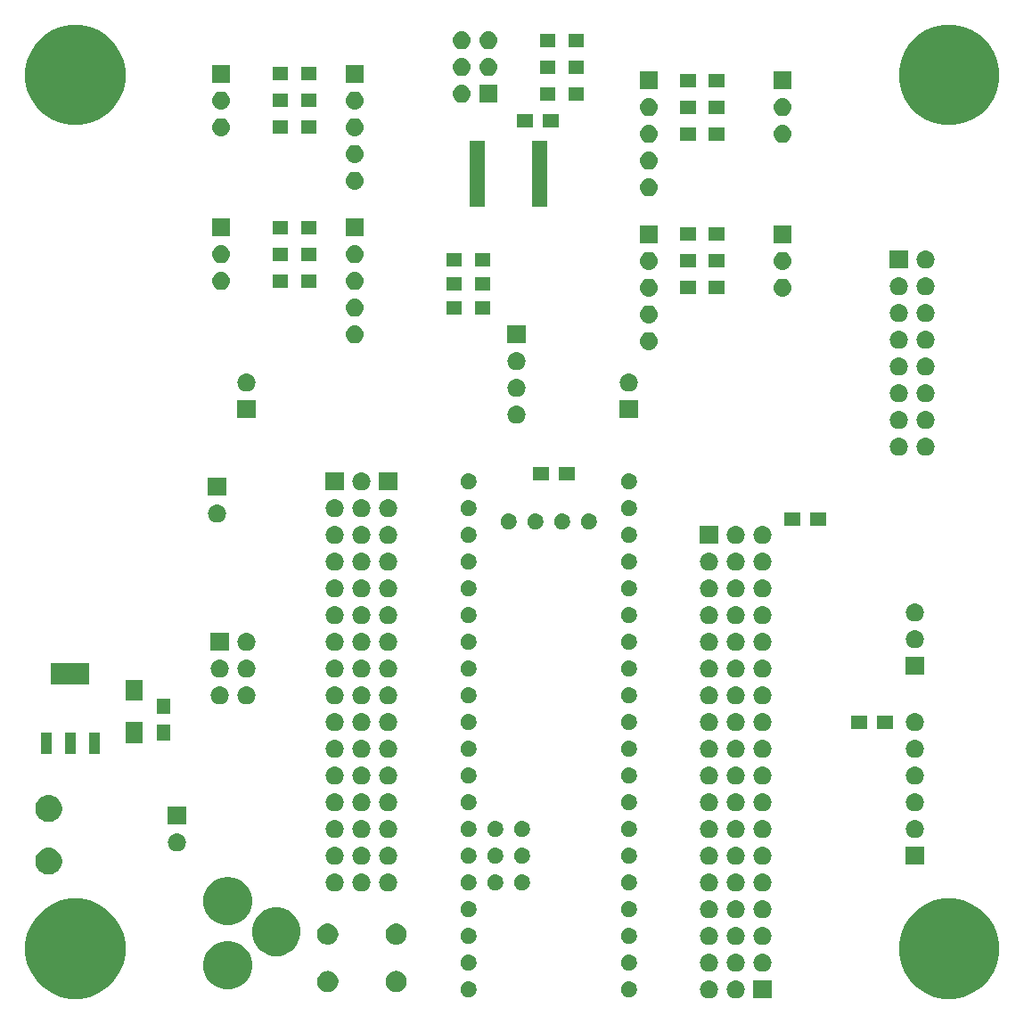
<source format=gbr>
G04 #@! TF.GenerationSoftware,KiCad,Pcbnew,(5.0.2)-1*
G04 #@! TF.CreationDate,2019-03-03T12:15:58-05:00*
G04 #@! TF.ProjectId,Blue-Pill-Board,426c7565-2d50-4696-9c6c-2d426f617264,2*
G04 #@! TF.SameCoordinates,Original*
G04 #@! TF.FileFunction,Soldermask,Top*
G04 #@! TF.FilePolarity,Negative*
%FSLAX46Y46*%
G04 Gerber Fmt 4.6, Leading zero omitted, Abs format (unit mm)*
G04 Created by KiCad (PCBNEW (5.0.2)-1) date 3/3/2019 12:15:58 PM*
%MOMM*%
%LPD*%
G01*
G04 APERTURE LIST*
%ADD10C,0.150000*%
G04 APERTURE END LIST*
D10*
G36*
X100389169Y-94420519D02*
X101255889Y-94779526D01*
X102035920Y-95300726D01*
X102699274Y-95964080D01*
X103220474Y-96744111D01*
X103579481Y-97610831D01*
X103762500Y-98530933D01*
X103762500Y-99469067D01*
X103579481Y-100389169D01*
X103220474Y-101255889D01*
X102699274Y-102035920D01*
X102035920Y-102699274D01*
X101255889Y-103220474D01*
X100389169Y-103579481D01*
X99469067Y-103762500D01*
X98530933Y-103762500D01*
X97610831Y-103579481D01*
X96744111Y-103220474D01*
X95964080Y-102699274D01*
X95300726Y-102035920D01*
X94779526Y-101255889D01*
X94420519Y-100389169D01*
X94237500Y-99469067D01*
X94237500Y-98530933D01*
X94420519Y-97610831D01*
X94779526Y-96744111D01*
X95300726Y-95964080D01*
X95964080Y-95300726D01*
X96744111Y-94779526D01*
X97610831Y-94420519D01*
X98530933Y-94237500D01*
X99469067Y-94237500D01*
X100389169Y-94420519D01*
X100389169Y-94420519D01*
G37*
G36*
X17389169Y-94420519D02*
X18255889Y-94779526D01*
X19035920Y-95300726D01*
X19699274Y-95964080D01*
X20220474Y-96744111D01*
X20579481Y-97610831D01*
X20762500Y-98530933D01*
X20762500Y-99469067D01*
X20579481Y-100389169D01*
X20220474Y-101255889D01*
X19699274Y-102035920D01*
X19035920Y-102699274D01*
X18255889Y-103220474D01*
X17389169Y-103579481D01*
X16469067Y-103762500D01*
X15530933Y-103762500D01*
X14610831Y-103579481D01*
X13744111Y-103220474D01*
X12964080Y-102699274D01*
X12300726Y-102035920D01*
X11779526Y-101255889D01*
X11420519Y-100389169D01*
X11237500Y-99469067D01*
X11237500Y-98530933D01*
X11420519Y-97610831D01*
X11779526Y-96744111D01*
X12300726Y-95964080D01*
X12964080Y-95300726D01*
X13744111Y-94779526D01*
X14610831Y-94420519D01*
X15530933Y-94237500D01*
X16469067Y-94237500D01*
X17389169Y-94420519D01*
X17389169Y-94420519D01*
G37*
G36*
X78906630Y-102032299D02*
X79066855Y-102080903D01*
X79214520Y-102159831D01*
X79343949Y-102266051D01*
X79450169Y-102395480D01*
X79529097Y-102543145D01*
X79577701Y-102703370D01*
X79594112Y-102870000D01*
X79577701Y-103036630D01*
X79529097Y-103196855D01*
X79450169Y-103344520D01*
X79343949Y-103473949D01*
X79214520Y-103580169D01*
X79066855Y-103659097D01*
X78906630Y-103707701D01*
X78781752Y-103720000D01*
X78698248Y-103720000D01*
X78573370Y-103707701D01*
X78413145Y-103659097D01*
X78265480Y-103580169D01*
X78136051Y-103473949D01*
X78029831Y-103344520D01*
X77950903Y-103196855D01*
X77902299Y-103036630D01*
X77885888Y-102870000D01*
X77902299Y-102703370D01*
X77950903Y-102543145D01*
X78029831Y-102395480D01*
X78136051Y-102266051D01*
X78265480Y-102159831D01*
X78413145Y-102080903D01*
X78573370Y-102032299D01*
X78698248Y-102020000D01*
X78781752Y-102020000D01*
X78906630Y-102032299D01*
X78906630Y-102032299D01*
G37*
G36*
X82130000Y-103720000D02*
X80430000Y-103720000D01*
X80430000Y-102020000D01*
X82130000Y-102020000D01*
X82130000Y-103720000D01*
X82130000Y-103720000D01*
G37*
G36*
X76366630Y-102032299D02*
X76526855Y-102080903D01*
X76674520Y-102159831D01*
X76803949Y-102266051D01*
X76910169Y-102395480D01*
X76989097Y-102543145D01*
X77037701Y-102703370D01*
X77054112Y-102870000D01*
X77037701Y-103036630D01*
X76989097Y-103196855D01*
X76910169Y-103344520D01*
X76803949Y-103473949D01*
X76674520Y-103580169D01*
X76526855Y-103659097D01*
X76366630Y-103707701D01*
X76241752Y-103720000D01*
X76158248Y-103720000D01*
X76033370Y-103707701D01*
X75873145Y-103659097D01*
X75725480Y-103580169D01*
X75596051Y-103473949D01*
X75489831Y-103344520D01*
X75410903Y-103196855D01*
X75362299Y-103036630D01*
X75345888Y-102870000D01*
X75362299Y-102703370D01*
X75410903Y-102543145D01*
X75489831Y-102395480D01*
X75596051Y-102266051D01*
X75725480Y-102159831D01*
X75873145Y-102080903D01*
X76033370Y-102032299D01*
X76158248Y-102020000D01*
X76241752Y-102020000D01*
X76366630Y-102032299D01*
X76366630Y-102032299D01*
G37*
G36*
X68753195Y-102127522D02*
X68802267Y-102137283D01*
X68856705Y-102159832D01*
X68940942Y-102194724D01*
X69065750Y-102278118D01*
X69171882Y-102384250D01*
X69255276Y-102509058D01*
X69312717Y-102647734D01*
X69342000Y-102794948D01*
X69342000Y-102945052D01*
X69312717Y-103092266D01*
X69255276Y-103230942D01*
X69171882Y-103355750D01*
X69065750Y-103461882D01*
X69065747Y-103461884D01*
X68940942Y-103545276D01*
X68802267Y-103602717D01*
X68753195Y-103612478D01*
X68655052Y-103632000D01*
X68504948Y-103632000D01*
X68406805Y-103612478D01*
X68357733Y-103602717D01*
X68219058Y-103545276D01*
X68094253Y-103461884D01*
X68094250Y-103461882D01*
X67988118Y-103355750D01*
X67904724Y-103230942D01*
X67847283Y-103092266D01*
X67818000Y-102945052D01*
X67818000Y-102794948D01*
X67847283Y-102647734D01*
X67904724Y-102509058D01*
X67988118Y-102384250D01*
X68094250Y-102278118D01*
X68219058Y-102194724D01*
X68303295Y-102159832D01*
X68357733Y-102137283D01*
X68406805Y-102127522D01*
X68504948Y-102108000D01*
X68655052Y-102108000D01*
X68753195Y-102127522D01*
X68753195Y-102127522D01*
G37*
G36*
X53513195Y-102127522D02*
X53562267Y-102137283D01*
X53616705Y-102159832D01*
X53700942Y-102194724D01*
X53825750Y-102278118D01*
X53931882Y-102384250D01*
X54015276Y-102509058D01*
X54072717Y-102647734D01*
X54102000Y-102794948D01*
X54102000Y-102945052D01*
X54072717Y-103092266D01*
X54015276Y-103230942D01*
X53931882Y-103355750D01*
X53825750Y-103461882D01*
X53825747Y-103461884D01*
X53700942Y-103545276D01*
X53562267Y-103602717D01*
X53513195Y-103612478D01*
X53415052Y-103632000D01*
X53264948Y-103632000D01*
X53166805Y-103612478D01*
X53117733Y-103602717D01*
X52979058Y-103545276D01*
X52854253Y-103461884D01*
X52854250Y-103461882D01*
X52748118Y-103355750D01*
X52664724Y-103230942D01*
X52607283Y-103092266D01*
X52578000Y-102945052D01*
X52578000Y-102794948D01*
X52607283Y-102647734D01*
X52664724Y-102509058D01*
X52748118Y-102384250D01*
X52854250Y-102278118D01*
X52979058Y-102194724D01*
X53063295Y-102159832D01*
X53117733Y-102137283D01*
X53166805Y-102127522D01*
X53264948Y-102108000D01*
X53415052Y-102108000D01*
X53513195Y-102127522D01*
X53513195Y-102127522D01*
G37*
G36*
X40157770Y-101123372D02*
X40273689Y-101146429D01*
X40455678Y-101221811D01*
X40619463Y-101331249D01*
X40758751Y-101470537D01*
X40868189Y-101634322D01*
X40943571Y-101816311D01*
X40982000Y-102009509D01*
X40982000Y-102206491D01*
X40943571Y-102399689D01*
X40868189Y-102581678D01*
X40758751Y-102745463D01*
X40619463Y-102884751D01*
X40455678Y-102994189D01*
X40273689Y-103069571D01*
X40159592Y-103092266D01*
X40080493Y-103108000D01*
X39883507Y-103108000D01*
X39804408Y-103092266D01*
X39690311Y-103069571D01*
X39508322Y-102994189D01*
X39344537Y-102884751D01*
X39205249Y-102745463D01*
X39095811Y-102581678D01*
X39020429Y-102399689D01*
X38982000Y-102206491D01*
X38982000Y-102009509D01*
X39020429Y-101816311D01*
X39095811Y-101634322D01*
X39205249Y-101470537D01*
X39344537Y-101331249D01*
X39508322Y-101221811D01*
X39690311Y-101146429D01*
X39806230Y-101123372D01*
X39883507Y-101108000D01*
X40080493Y-101108000D01*
X40157770Y-101123372D01*
X40157770Y-101123372D01*
G37*
G36*
X46657770Y-101123372D02*
X46773689Y-101146429D01*
X46955678Y-101221811D01*
X47119463Y-101331249D01*
X47258751Y-101470537D01*
X47368189Y-101634322D01*
X47443571Y-101816311D01*
X47482000Y-102009509D01*
X47482000Y-102206491D01*
X47443571Y-102399689D01*
X47368189Y-102581678D01*
X47258751Y-102745463D01*
X47119463Y-102884751D01*
X46955678Y-102994189D01*
X46773689Y-103069571D01*
X46659592Y-103092266D01*
X46580493Y-103108000D01*
X46383507Y-103108000D01*
X46304408Y-103092266D01*
X46190311Y-103069571D01*
X46008322Y-102994189D01*
X45844537Y-102884751D01*
X45705249Y-102745463D01*
X45595811Y-102581678D01*
X45520429Y-102399689D01*
X45482000Y-102206491D01*
X45482000Y-102009509D01*
X45520429Y-101816311D01*
X45595811Y-101634322D01*
X45705249Y-101470537D01*
X45844537Y-101331249D01*
X46008322Y-101221811D01*
X46190311Y-101146429D01*
X46306230Y-101123372D01*
X46383507Y-101108000D01*
X46580493Y-101108000D01*
X46657770Y-101123372D01*
X46657770Y-101123372D01*
G37*
G36*
X31150885Y-98372387D02*
X31394895Y-98473459D01*
X31569459Y-98545766D01*
X31692082Y-98627700D01*
X31946168Y-98797475D01*
X32266525Y-99117832D01*
X32266527Y-99117835D01*
X32516737Y-99492300D01*
X32518235Y-99494543D01*
X32691613Y-99913115D01*
X32780000Y-100357468D01*
X32780000Y-100810532D01*
X32691613Y-101254885D01*
X32518235Y-101673457D01*
X32266525Y-102050168D01*
X31946168Y-102370525D01*
X31946165Y-102370527D01*
X31569459Y-102622234D01*
X31569458Y-102622235D01*
X31569457Y-102622235D01*
X31150885Y-102795613D01*
X30706532Y-102884000D01*
X30253468Y-102884000D01*
X29809115Y-102795613D01*
X29390543Y-102622235D01*
X29390542Y-102622235D01*
X29390541Y-102622234D01*
X29013835Y-102370527D01*
X29013832Y-102370525D01*
X28693475Y-102050168D01*
X28441765Y-101673457D01*
X28268387Y-101254885D01*
X28180000Y-100810532D01*
X28180000Y-100357468D01*
X28268387Y-99913115D01*
X28441765Y-99494543D01*
X28443264Y-99492300D01*
X28693473Y-99117835D01*
X28693475Y-99117832D01*
X29013832Y-98797475D01*
X29267918Y-98627700D01*
X29390541Y-98545766D01*
X29565106Y-98473459D01*
X29809115Y-98372387D01*
X30253468Y-98284000D01*
X30706532Y-98284000D01*
X31150885Y-98372387D01*
X31150885Y-98372387D01*
G37*
G36*
X76366630Y-99492299D02*
X76526855Y-99540903D01*
X76674520Y-99619831D01*
X76803949Y-99726051D01*
X76910169Y-99855480D01*
X76989097Y-100003145D01*
X77037701Y-100163370D01*
X77054112Y-100330000D01*
X77037701Y-100496630D01*
X76989097Y-100656855D01*
X76910169Y-100804520D01*
X76803949Y-100933949D01*
X76674520Y-101040169D01*
X76526855Y-101119097D01*
X76366630Y-101167701D01*
X76241752Y-101180000D01*
X76158248Y-101180000D01*
X76033370Y-101167701D01*
X75873145Y-101119097D01*
X75725480Y-101040169D01*
X75596051Y-100933949D01*
X75489831Y-100804520D01*
X75410903Y-100656855D01*
X75362299Y-100496630D01*
X75345888Y-100330000D01*
X75362299Y-100163370D01*
X75410903Y-100003145D01*
X75489831Y-99855480D01*
X75596051Y-99726051D01*
X75725480Y-99619831D01*
X75873145Y-99540903D01*
X76033370Y-99492299D01*
X76158248Y-99480000D01*
X76241752Y-99480000D01*
X76366630Y-99492299D01*
X76366630Y-99492299D01*
G37*
G36*
X81446630Y-99492299D02*
X81606855Y-99540903D01*
X81754520Y-99619831D01*
X81883949Y-99726051D01*
X81990169Y-99855480D01*
X82069097Y-100003145D01*
X82117701Y-100163370D01*
X82134112Y-100330000D01*
X82117701Y-100496630D01*
X82069097Y-100656855D01*
X81990169Y-100804520D01*
X81883949Y-100933949D01*
X81754520Y-101040169D01*
X81606855Y-101119097D01*
X81446630Y-101167701D01*
X81321752Y-101180000D01*
X81238248Y-101180000D01*
X81113370Y-101167701D01*
X80953145Y-101119097D01*
X80805480Y-101040169D01*
X80676051Y-100933949D01*
X80569831Y-100804520D01*
X80490903Y-100656855D01*
X80442299Y-100496630D01*
X80425888Y-100330000D01*
X80442299Y-100163370D01*
X80490903Y-100003145D01*
X80569831Y-99855480D01*
X80676051Y-99726051D01*
X80805480Y-99619831D01*
X80953145Y-99540903D01*
X81113370Y-99492299D01*
X81238248Y-99480000D01*
X81321752Y-99480000D01*
X81446630Y-99492299D01*
X81446630Y-99492299D01*
G37*
G36*
X78906630Y-99492299D02*
X79066855Y-99540903D01*
X79214520Y-99619831D01*
X79343949Y-99726051D01*
X79450169Y-99855480D01*
X79529097Y-100003145D01*
X79577701Y-100163370D01*
X79594112Y-100330000D01*
X79577701Y-100496630D01*
X79529097Y-100656855D01*
X79450169Y-100804520D01*
X79343949Y-100933949D01*
X79214520Y-101040169D01*
X79066855Y-101119097D01*
X78906630Y-101167701D01*
X78781752Y-101180000D01*
X78698248Y-101180000D01*
X78573370Y-101167701D01*
X78413145Y-101119097D01*
X78265480Y-101040169D01*
X78136051Y-100933949D01*
X78029831Y-100804520D01*
X77950903Y-100656855D01*
X77902299Y-100496630D01*
X77885888Y-100330000D01*
X77902299Y-100163370D01*
X77950903Y-100003145D01*
X78029831Y-99855480D01*
X78136051Y-99726051D01*
X78265480Y-99619831D01*
X78413145Y-99540903D01*
X78573370Y-99492299D01*
X78698248Y-99480000D01*
X78781752Y-99480000D01*
X78906630Y-99492299D01*
X78906630Y-99492299D01*
G37*
G36*
X68753195Y-99587522D02*
X68802267Y-99597283D01*
X68856705Y-99619832D01*
X68940942Y-99654724D01*
X69065750Y-99738118D01*
X69171882Y-99844250D01*
X69255276Y-99969058D01*
X69312717Y-100107734D01*
X69342000Y-100254948D01*
X69342000Y-100405052D01*
X69312717Y-100552266D01*
X69255276Y-100690942D01*
X69171882Y-100815750D01*
X69065750Y-100921882D01*
X69065747Y-100921884D01*
X68940942Y-101005276D01*
X68802267Y-101062717D01*
X68753195Y-101072478D01*
X68655052Y-101092000D01*
X68504948Y-101092000D01*
X68406805Y-101072478D01*
X68357733Y-101062717D01*
X68219058Y-101005276D01*
X68094253Y-100921884D01*
X68094250Y-100921882D01*
X67988118Y-100815750D01*
X67904724Y-100690942D01*
X67847283Y-100552266D01*
X67818000Y-100405052D01*
X67818000Y-100254948D01*
X67847283Y-100107734D01*
X67904724Y-99969058D01*
X67988118Y-99844250D01*
X68094250Y-99738118D01*
X68219058Y-99654724D01*
X68303295Y-99619832D01*
X68357733Y-99597283D01*
X68406805Y-99587522D01*
X68504948Y-99568000D01*
X68655052Y-99568000D01*
X68753195Y-99587522D01*
X68753195Y-99587522D01*
G37*
G36*
X53513195Y-99587522D02*
X53562267Y-99597283D01*
X53616705Y-99619832D01*
X53700942Y-99654724D01*
X53825750Y-99738118D01*
X53931882Y-99844250D01*
X54015276Y-99969058D01*
X54072717Y-100107734D01*
X54102000Y-100254948D01*
X54102000Y-100405052D01*
X54072717Y-100552266D01*
X54015276Y-100690942D01*
X53931882Y-100815750D01*
X53825750Y-100921882D01*
X53825747Y-100921884D01*
X53700942Y-101005276D01*
X53562267Y-101062717D01*
X53513195Y-101072478D01*
X53415052Y-101092000D01*
X53264948Y-101092000D01*
X53166805Y-101072478D01*
X53117733Y-101062717D01*
X52979058Y-101005276D01*
X52854253Y-100921884D01*
X52854250Y-100921882D01*
X52748118Y-100815750D01*
X52664724Y-100690942D01*
X52607283Y-100552266D01*
X52578000Y-100405052D01*
X52578000Y-100254948D01*
X52607283Y-100107734D01*
X52664724Y-99969058D01*
X52748118Y-99844250D01*
X52854250Y-99738118D01*
X52979058Y-99654724D01*
X53063295Y-99619832D01*
X53117733Y-99597283D01*
X53166805Y-99587522D01*
X53264948Y-99568000D01*
X53415052Y-99568000D01*
X53513195Y-99587522D01*
X53513195Y-99587522D01*
G37*
G36*
X35750885Y-95172387D02*
X36119447Y-95325050D01*
X36169459Y-95345766D01*
X36515308Y-95576855D01*
X36546168Y-95597475D01*
X36866525Y-95917832D01*
X37118235Y-96294543D01*
X37291613Y-96713115D01*
X37380000Y-97157468D01*
X37380000Y-97610532D01*
X37291613Y-98054885D01*
X37156167Y-98381882D01*
X37118234Y-98473459D01*
X37015173Y-98627700D01*
X36866525Y-98850168D01*
X36546168Y-99170525D01*
X36546165Y-99170527D01*
X36169459Y-99422234D01*
X36169458Y-99422235D01*
X36169457Y-99422235D01*
X35750885Y-99595613D01*
X35306532Y-99684000D01*
X34853468Y-99684000D01*
X34409115Y-99595613D01*
X33990543Y-99422235D01*
X33990542Y-99422235D01*
X33990541Y-99422234D01*
X33613835Y-99170527D01*
X33613832Y-99170525D01*
X33293475Y-98850168D01*
X33144827Y-98627700D01*
X33041766Y-98473459D01*
X33003834Y-98381882D01*
X32868387Y-98054885D01*
X32780000Y-97610532D01*
X32780000Y-97157468D01*
X32868387Y-96713115D01*
X33041765Y-96294543D01*
X33293475Y-95917832D01*
X33613832Y-95597475D01*
X33644692Y-95576855D01*
X33990541Y-95345766D01*
X34040554Y-95325050D01*
X34409115Y-95172387D01*
X34853468Y-95084000D01*
X35306532Y-95084000D01*
X35750885Y-95172387D01*
X35750885Y-95172387D01*
G37*
G36*
X81446630Y-96952299D02*
X81606855Y-97000903D01*
X81754520Y-97079831D01*
X81883949Y-97186051D01*
X81990169Y-97315480D01*
X82069097Y-97463145D01*
X82117701Y-97623370D01*
X82134112Y-97790000D01*
X82117701Y-97956630D01*
X82069097Y-98116855D01*
X81990169Y-98264520D01*
X81883949Y-98393949D01*
X81754520Y-98500169D01*
X81606855Y-98579097D01*
X81446630Y-98627701D01*
X81321752Y-98640000D01*
X81238248Y-98640000D01*
X81113370Y-98627701D01*
X80953145Y-98579097D01*
X80805480Y-98500169D01*
X80676051Y-98393949D01*
X80569831Y-98264520D01*
X80490903Y-98116855D01*
X80442299Y-97956630D01*
X80425888Y-97790000D01*
X80442299Y-97623370D01*
X80490903Y-97463145D01*
X80569831Y-97315480D01*
X80676051Y-97186051D01*
X80805480Y-97079831D01*
X80953145Y-97000903D01*
X81113370Y-96952299D01*
X81238248Y-96940000D01*
X81321752Y-96940000D01*
X81446630Y-96952299D01*
X81446630Y-96952299D01*
G37*
G36*
X78906630Y-96952299D02*
X79066855Y-97000903D01*
X79214520Y-97079831D01*
X79343949Y-97186051D01*
X79450169Y-97315480D01*
X79529097Y-97463145D01*
X79577701Y-97623370D01*
X79594112Y-97790000D01*
X79577701Y-97956630D01*
X79529097Y-98116855D01*
X79450169Y-98264520D01*
X79343949Y-98393949D01*
X79214520Y-98500169D01*
X79066855Y-98579097D01*
X78906630Y-98627701D01*
X78781752Y-98640000D01*
X78698248Y-98640000D01*
X78573370Y-98627701D01*
X78413145Y-98579097D01*
X78265480Y-98500169D01*
X78136051Y-98393949D01*
X78029831Y-98264520D01*
X77950903Y-98116855D01*
X77902299Y-97956630D01*
X77885888Y-97790000D01*
X77902299Y-97623370D01*
X77950903Y-97463145D01*
X78029831Y-97315480D01*
X78136051Y-97186051D01*
X78265480Y-97079831D01*
X78413145Y-97000903D01*
X78573370Y-96952299D01*
X78698248Y-96940000D01*
X78781752Y-96940000D01*
X78906630Y-96952299D01*
X78906630Y-96952299D01*
G37*
G36*
X76366630Y-96952299D02*
X76526855Y-97000903D01*
X76674520Y-97079831D01*
X76803949Y-97186051D01*
X76910169Y-97315480D01*
X76989097Y-97463145D01*
X77037701Y-97623370D01*
X77054112Y-97790000D01*
X77037701Y-97956630D01*
X76989097Y-98116855D01*
X76910169Y-98264520D01*
X76803949Y-98393949D01*
X76674520Y-98500169D01*
X76526855Y-98579097D01*
X76366630Y-98627701D01*
X76241752Y-98640000D01*
X76158248Y-98640000D01*
X76033370Y-98627701D01*
X75873145Y-98579097D01*
X75725480Y-98500169D01*
X75596051Y-98393949D01*
X75489831Y-98264520D01*
X75410903Y-98116855D01*
X75362299Y-97956630D01*
X75345888Y-97790000D01*
X75362299Y-97623370D01*
X75410903Y-97463145D01*
X75489831Y-97315480D01*
X75596051Y-97186051D01*
X75725480Y-97079831D01*
X75873145Y-97000903D01*
X76033370Y-96952299D01*
X76158248Y-96940000D01*
X76241752Y-96940000D01*
X76366630Y-96952299D01*
X76366630Y-96952299D01*
G37*
G36*
X46657770Y-96623372D02*
X46773689Y-96646429D01*
X46955678Y-96721811D01*
X47119463Y-96831249D01*
X47258751Y-96970537D01*
X47368189Y-97134322D01*
X47443571Y-97316311D01*
X47465997Y-97429058D01*
X47482000Y-97509507D01*
X47482000Y-97706493D01*
X47466628Y-97783770D01*
X47443571Y-97899689D01*
X47368189Y-98081678D01*
X47258751Y-98245463D01*
X47119463Y-98384751D01*
X46955678Y-98494189D01*
X46773689Y-98569571D01*
X46657770Y-98592628D01*
X46580493Y-98608000D01*
X46383507Y-98608000D01*
X46306230Y-98592628D01*
X46190311Y-98569571D01*
X46008322Y-98494189D01*
X45844537Y-98384751D01*
X45705249Y-98245463D01*
X45595811Y-98081678D01*
X45520429Y-97899689D01*
X45497372Y-97783770D01*
X45482000Y-97706493D01*
X45482000Y-97509507D01*
X45498003Y-97429058D01*
X45520429Y-97316311D01*
X45595811Y-97134322D01*
X45705249Y-96970537D01*
X45844537Y-96831249D01*
X46008322Y-96721811D01*
X46190311Y-96646429D01*
X46306230Y-96623372D01*
X46383507Y-96608000D01*
X46580493Y-96608000D01*
X46657770Y-96623372D01*
X46657770Y-96623372D01*
G37*
G36*
X40157770Y-96623372D02*
X40273689Y-96646429D01*
X40455678Y-96721811D01*
X40619463Y-96831249D01*
X40758751Y-96970537D01*
X40868189Y-97134322D01*
X40943571Y-97316311D01*
X40965997Y-97429058D01*
X40982000Y-97509507D01*
X40982000Y-97706493D01*
X40966628Y-97783770D01*
X40943571Y-97899689D01*
X40868189Y-98081678D01*
X40758751Y-98245463D01*
X40619463Y-98384751D01*
X40455678Y-98494189D01*
X40273689Y-98569571D01*
X40157770Y-98592628D01*
X40080493Y-98608000D01*
X39883507Y-98608000D01*
X39806230Y-98592628D01*
X39690311Y-98569571D01*
X39508322Y-98494189D01*
X39344537Y-98384751D01*
X39205249Y-98245463D01*
X39095811Y-98081678D01*
X39020429Y-97899689D01*
X38997372Y-97783770D01*
X38982000Y-97706493D01*
X38982000Y-97509507D01*
X38998003Y-97429058D01*
X39020429Y-97316311D01*
X39095811Y-97134322D01*
X39205249Y-96970537D01*
X39344537Y-96831249D01*
X39508322Y-96721811D01*
X39690311Y-96646429D01*
X39806230Y-96623372D01*
X39883507Y-96608000D01*
X40080493Y-96608000D01*
X40157770Y-96623372D01*
X40157770Y-96623372D01*
G37*
G36*
X53513195Y-97047522D02*
X53562267Y-97057283D01*
X53616705Y-97079832D01*
X53700942Y-97114724D01*
X53825750Y-97198118D01*
X53931882Y-97304250D01*
X54015276Y-97429058D01*
X54072717Y-97567734D01*
X54102000Y-97714948D01*
X54102000Y-97865052D01*
X54072717Y-98012266D01*
X54015276Y-98150942D01*
X53931882Y-98275750D01*
X53825750Y-98381882D01*
X53825747Y-98381884D01*
X53700942Y-98465276D01*
X53562267Y-98522717D01*
X53520962Y-98530933D01*
X53415052Y-98552000D01*
X53264948Y-98552000D01*
X53159038Y-98530933D01*
X53117733Y-98522717D01*
X52979058Y-98465276D01*
X52854253Y-98381884D01*
X52854250Y-98381882D01*
X52748118Y-98275750D01*
X52664724Y-98150942D01*
X52607283Y-98012266D01*
X52578000Y-97865052D01*
X52578000Y-97714948D01*
X52607283Y-97567734D01*
X52664724Y-97429058D01*
X52748118Y-97304250D01*
X52854250Y-97198118D01*
X52979058Y-97114724D01*
X53063295Y-97079832D01*
X53117733Y-97057283D01*
X53166805Y-97047522D01*
X53264948Y-97028000D01*
X53415052Y-97028000D01*
X53513195Y-97047522D01*
X53513195Y-97047522D01*
G37*
G36*
X68753195Y-97047522D02*
X68802267Y-97057283D01*
X68856705Y-97079832D01*
X68940942Y-97114724D01*
X69065750Y-97198118D01*
X69171882Y-97304250D01*
X69255276Y-97429058D01*
X69312717Y-97567734D01*
X69342000Y-97714948D01*
X69342000Y-97865052D01*
X69312717Y-98012266D01*
X69255276Y-98150942D01*
X69171882Y-98275750D01*
X69065750Y-98381882D01*
X69065747Y-98381884D01*
X68940942Y-98465276D01*
X68802267Y-98522717D01*
X68760962Y-98530933D01*
X68655052Y-98552000D01*
X68504948Y-98552000D01*
X68399038Y-98530933D01*
X68357733Y-98522717D01*
X68219058Y-98465276D01*
X68094253Y-98381884D01*
X68094250Y-98381882D01*
X67988118Y-98275750D01*
X67904724Y-98150942D01*
X67847283Y-98012266D01*
X67818000Y-97865052D01*
X67818000Y-97714948D01*
X67847283Y-97567734D01*
X67904724Y-97429058D01*
X67988118Y-97304250D01*
X68094250Y-97198118D01*
X68219058Y-97114724D01*
X68303295Y-97079832D01*
X68357733Y-97057283D01*
X68406805Y-97047522D01*
X68504948Y-97028000D01*
X68655052Y-97028000D01*
X68753195Y-97047522D01*
X68753195Y-97047522D01*
G37*
G36*
X30965340Y-92235480D02*
X31150885Y-92272387D01*
X31569459Y-92445766D01*
X31715535Y-92543371D01*
X31946168Y-92697475D01*
X32266525Y-93017832D01*
X32266527Y-93017835D01*
X32456323Y-93301884D01*
X32518235Y-93394543D01*
X32538189Y-93442717D01*
X32691613Y-93813115D01*
X32780000Y-94257470D01*
X32780000Y-94710530D01*
X32691613Y-95154885D01*
X32518234Y-95573459D01*
X32288131Y-95917832D01*
X32266525Y-95950168D01*
X31946168Y-96270525D01*
X31946165Y-96270527D01*
X31569459Y-96522234D01*
X31569458Y-96522235D01*
X31569457Y-96522235D01*
X31150885Y-96695613D01*
X30706532Y-96784000D01*
X30253468Y-96784000D01*
X29809115Y-96695613D01*
X29390543Y-96522235D01*
X29390542Y-96522235D01*
X29390541Y-96522234D01*
X29013835Y-96270527D01*
X29013832Y-96270525D01*
X28693475Y-95950168D01*
X28671869Y-95917832D01*
X28441766Y-95573459D01*
X28268387Y-95154885D01*
X28180000Y-94710530D01*
X28180000Y-94257470D01*
X28268387Y-93813115D01*
X28421811Y-93442717D01*
X28441765Y-93394543D01*
X28503678Y-93301884D01*
X28693473Y-93017835D01*
X28693475Y-93017832D01*
X29013832Y-92697475D01*
X29244465Y-92543371D01*
X29390541Y-92445766D01*
X29809115Y-92272387D01*
X29994660Y-92235480D01*
X30253468Y-92184000D01*
X30706532Y-92184000D01*
X30965340Y-92235480D01*
X30965340Y-92235480D01*
G37*
G36*
X76366630Y-94412299D02*
X76526855Y-94460903D01*
X76674520Y-94539831D01*
X76803949Y-94646051D01*
X76910169Y-94775480D01*
X76989097Y-94923145D01*
X77037701Y-95083370D01*
X77054112Y-95250000D01*
X77037701Y-95416630D01*
X76989097Y-95576855D01*
X76910169Y-95724520D01*
X76803949Y-95853949D01*
X76674520Y-95960169D01*
X76526855Y-96039097D01*
X76366630Y-96087701D01*
X76241752Y-96100000D01*
X76158248Y-96100000D01*
X76033370Y-96087701D01*
X75873145Y-96039097D01*
X75725480Y-95960169D01*
X75596051Y-95853949D01*
X75489831Y-95724520D01*
X75410903Y-95576855D01*
X75362299Y-95416630D01*
X75345888Y-95250000D01*
X75362299Y-95083370D01*
X75410903Y-94923145D01*
X75489831Y-94775480D01*
X75596051Y-94646051D01*
X75725480Y-94539831D01*
X75873145Y-94460903D01*
X76033370Y-94412299D01*
X76158248Y-94400000D01*
X76241752Y-94400000D01*
X76366630Y-94412299D01*
X76366630Y-94412299D01*
G37*
G36*
X81446630Y-94412299D02*
X81606855Y-94460903D01*
X81754520Y-94539831D01*
X81883949Y-94646051D01*
X81990169Y-94775480D01*
X82069097Y-94923145D01*
X82117701Y-95083370D01*
X82134112Y-95250000D01*
X82117701Y-95416630D01*
X82069097Y-95576855D01*
X81990169Y-95724520D01*
X81883949Y-95853949D01*
X81754520Y-95960169D01*
X81606855Y-96039097D01*
X81446630Y-96087701D01*
X81321752Y-96100000D01*
X81238248Y-96100000D01*
X81113370Y-96087701D01*
X80953145Y-96039097D01*
X80805480Y-95960169D01*
X80676051Y-95853949D01*
X80569831Y-95724520D01*
X80490903Y-95576855D01*
X80442299Y-95416630D01*
X80425888Y-95250000D01*
X80442299Y-95083370D01*
X80490903Y-94923145D01*
X80569831Y-94775480D01*
X80676051Y-94646051D01*
X80805480Y-94539831D01*
X80953145Y-94460903D01*
X81113370Y-94412299D01*
X81238248Y-94400000D01*
X81321752Y-94400000D01*
X81446630Y-94412299D01*
X81446630Y-94412299D01*
G37*
G36*
X78906630Y-94412299D02*
X79066855Y-94460903D01*
X79214520Y-94539831D01*
X79343949Y-94646051D01*
X79450169Y-94775480D01*
X79529097Y-94923145D01*
X79577701Y-95083370D01*
X79594112Y-95250000D01*
X79577701Y-95416630D01*
X79529097Y-95576855D01*
X79450169Y-95724520D01*
X79343949Y-95853949D01*
X79214520Y-95960169D01*
X79066855Y-96039097D01*
X78906630Y-96087701D01*
X78781752Y-96100000D01*
X78698248Y-96100000D01*
X78573370Y-96087701D01*
X78413145Y-96039097D01*
X78265480Y-95960169D01*
X78136051Y-95853949D01*
X78029831Y-95724520D01*
X77950903Y-95576855D01*
X77902299Y-95416630D01*
X77885888Y-95250000D01*
X77902299Y-95083370D01*
X77950903Y-94923145D01*
X78029831Y-94775480D01*
X78136051Y-94646051D01*
X78265480Y-94539831D01*
X78413145Y-94460903D01*
X78573370Y-94412299D01*
X78698248Y-94400000D01*
X78781752Y-94400000D01*
X78906630Y-94412299D01*
X78906630Y-94412299D01*
G37*
G36*
X53513195Y-94507522D02*
X53562267Y-94517283D01*
X53616705Y-94539832D01*
X53700942Y-94574724D01*
X53825750Y-94658118D01*
X53931882Y-94764250D01*
X54015276Y-94889058D01*
X54072717Y-95027734D01*
X54102000Y-95174948D01*
X54102000Y-95325052D01*
X54072717Y-95472266D01*
X54015276Y-95610942D01*
X53931882Y-95735750D01*
X53825750Y-95841882D01*
X53825747Y-95841884D01*
X53700942Y-95925276D01*
X53562267Y-95982717D01*
X53513195Y-95992478D01*
X53415052Y-96012000D01*
X53264948Y-96012000D01*
X53166805Y-95992478D01*
X53117733Y-95982717D01*
X52979058Y-95925276D01*
X52854253Y-95841884D01*
X52854250Y-95841882D01*
X52748118Y-95735750D01*
X52664724Y-95610942D01*
X52607283Y-95472266D01*
X52578000Y-95325052D01*
X52578000Y-95174948D01*
X52607283Y-95027734D01*
X52664724Y-94889058D01*
X52748118Y-94764250D01*
X52854250Y-94658118D01*
X52979058Y-94574724D01*
X53063295Y-94539832D01*
X53117733Y-94517283D01*
X53166805Y-94507522D01*
X53264948Y-94488000D01*
X53415052Y-94488000D01*
X53513195Y-94507522D01*
X53513195Y-94507522D01*
G37*
G36*
X68753195Y-94507522D02*
X68802267Y-94517283D01*
X68856705Y-94539832D01*
X68940942Y-94574724D01*
X69065750Y-94658118D01*
X69171882Y-94764250D01*
X69255276Y-94889058D01*
X69312717Y-95027734D01*
X69342000Y-95174948D01*
X69342000Y-95325052D01*
X69312717Y-95472266D01*
X69255276Y-95610942D01*
X69171882Y-95735750D01*
X69065750Y-95841882D01*
X69065747Y-95841884D01*
X68940942Y-95925276D01*
X68802267Y-95982717D01*
X68753195Y-95992478D01*
X68655052Y-96012000D01*
X68504948Y-96012000D01*
X68406805Y-95992478D01*
X68357733Y-95982717D01*
X68219058Y-95925276D01*
X68094253Y-95841884D01*
X68094250Y-95841882D01*
X67988118Y-95735750D01*
X67904724Y-95610942D01*
X67847283Y-95472266D01*
X67818000Y-95325052D01*
X67818000Y-95174948D01*
X67847283Y-95027734D01*
X67904724Y-94889058D01*
X67988118Y-94764250D01*
X68094250Y-94658118D01*
X68219058Y-94574724D01*
X68303295Y-94539832D01*
X68357733Y-94517283D01*
X68406805Y-94507522D01*
X68504948Y-94488000D01*
X68655052Y-94488000D01*
X68753195Y-94507522D01*
X68753195Y-94507522D01*
G37*
G36*
X45886630Y-91872299D02*
X46046855Y-91920903D01*
X46194520Y-91999831D01*
X46323949Y-92106051D01*
X46430169Y-92235480D01*
X46509097Y-92383145D01*
X46557701Y-92543370D01*
X46574112Y-92710000D01*
X46557701Y-92876630D01*
X46509097Y-93036855D01*
X46430169Y-93184520D01*
X46323949Y-93313949D01*
X46194520Y-93420169D01*
X46046855Y-93499097D01*
X45886630Y-93547701D01*
X45761752Y-93560000D01*
X45678248Y-93560000D01*
X45553370Y-93547701D01*
X45393145Y-93499097D01*
X45245480Y-93420169D01*
X45116051Y-93313949D01*
X45009831Y-93184520D01*
X44930903Y-93036855D01*
X44882299Y-92876630D01*
X44865888Y-92710000D01*
X44882299Y-92543370D01*
X44930903Y-92383145D01*
X45009831Y-92235480D01*
X45116051Y-92106051D01*
X45245480Y-91999831D01*
X45393145Y-91920903D01*
X45553370Y-91872299D01*
X45678248Y-91860000D01*
X45761752Y-91860000D01*
X45886630Y-91872299D01*
X45886630Y-91872299D01*
G37*
G36*
X40806630Y-91872299D02*
X40966855Y-91920903D01*
X41114520Y-91999831D01*
X41243949Y-92106051D01*
X41350169Y-92235480D01*
X41429097Y-92383145D01*
X41477701Y-92543370D01*
X41494112Y-92710000D01*
X41477701Y-92876630D01*
X41429097Y-93036855D01*
X41350169Y-93184520D01*
X41243949Y-93313949D01*
X41114520Y-93420169D01*
X40966855Y-93499097D01*
X40806630Y-93547701D01*
X40681752Y-93560000D01*
X40598248Y-93560000D01*
X40473370Y-93547701D01*
X40313145Y-93499097D01*
X40165480Y-93420169D01*
X40036051Y-93313949D01*
X39929831Y-93184520D01*
X39850903Y-93036855D01*
X39802299Y-92876630D01*
X39785888Y-92710000D01*
X39802299Y-92543370D01*
X39850903Y-92383145D01*
X39929831Y-92235480D01*
X40036051Y-92106051D01*
X40165480Y-91999831D01*
X40313145Y-91920903D01*
X40473370Y-91872299D01*
X40598248Y-91860000D01*
X40681752Y-91860000D01*
X40806630Y-91872299D01*
X40806630Y-91872299D01*
G37*
G36*
X43346630Y-91872299D02*
X43506855Y-91920903D01*
X43654520Y-91999831D01*
X43783949Y-92106051D01*
X43890169Y-92235480D01*
X43969097Y-92383145D01*
X44017701Y-92543370D01*
X44034112Y-92710000D01*
X44017701Y-92876630D01*
X43969097Y-93036855D01*
X43890169Y-93184520D01*
X43783949Y-93313949D01*
X43654520Y-93420169D01*
X43506855Y-93499097D01*
X43346630Y-93547701D01*
X43221752Y-93560000D01*
X43138248Y-93560000D01*
X43013370Y-93547701D01*
X42853145Y-93499097D01*
X42705480Y-93420169D01*
X42576051Y-93313949D01*
X42469831Y-93184520D01*
X42390903Y-93036855D01*
X42342299Y-92876630D01*
X42325888Y-92710000D01*
X42342299Y-92543370D01*
X42390903Y-92383145D01*
X42469831Y-92235480D01*
X42576051Y-92106051D01*
X42705480Y-91999831D01*
X42853145Y-91920903D01*
X43013370Y-91872299D01*
X43138248Y-91860000D01*
X43221752Y-91860000D01*
X43346630Y-91872299D01*
X43346630Y-91872299D01*
G37*
G36*
X78906630Y-91872299D02*
X79066855Y-91920903D01*
X79214520Y-91999831D01*
X79343949Y-92106051D01*
X79450169Y-92235480D01*
X79529097Y-92383145D01*
X79577701Y-92543370D01*
X79594112Y-92710000D01*
X79577701Y-92876630D01*
X79529097Y-93036855D01*
X79450169Y-93184520D01*
X79343949Y-93313949D01*
X79214520Y-93420169D01*
X79066855Y-93499097D01*
X78906630Y-93547701D01*
X78781752Y-93560000D01*
X78698248Y-93560000D01*
X78573370Y-93547701D01*
X78413145Y-93499097D01*
X78265480Y-93420169D01*
X78136051Y-93313949D01*
X78029831Y-93184520D01*
X77950903Y-93036855D01*
X77902299Y-92876630D01*
X77885888Y-92710000D01*
X77902299Y-92543370D01*
X77950903Y-92383145D01*
X78029831Y-92235480D01*
X78136051Y-92106051D01*
X78265480Y-91999831D01*
X78413145Y-91920903D01*
X78573370Y-91872299D01*
X78698248Y-91860000D01*
X78781752Y-91860000D01*
X78906630Y-91872299D01*
X78906630Y-91872299D01*
G37*
G36*
X76366630Y-91872299D02*
X76526855Y-91920903D01*
X76674520Y-91999831D01*
X76803949Y-92106051D01*
X76910169Y-92235480D01*
X76989097Y-92383145D01*
X77037701Y-92543370D01*
X77054112Y-92710000D01*
X77037701Y-92876630D01*
X76989097Y-93036855D01*
X76910169Y-93184520D01*
X76803949Y-93313949D01*
X76674520Y-93420169D01*
X76526855Y-93499097D01*
X76366630Y-93547701D01*
X76241752Y-93560000D01*
X76158248Y-93560000D01*
X76033370Y-93547701D01*
X75873145Y-93499097D01*
X75725480Y-93420169D01*
X75596051Y-93313949D01*
X75489831Y-93184520D01*
X75410903Y-93036855D01*
X75362299Y-92876630D01*
X75345888Y-92710000D01*
X75362299Y-92543370D01*
X75410903Y-92383145D01*
X75489831Y-92235480D01*
X75596051Y-92106051D01*
X75725480Y-91999831D01*
X75873145Y-91920903D01*
X76033370Y-91872299D01*
X76158248Y-91860000D01*
X76241752Y-91860000D01*
X76366630Y-91872299D01*
X76366630Y-91872299D01*
G37*
G36*
X81446630Y-91872299D02*
X81606855Y-91920903D01*
X81754520Y-91999831D01*
X81883949Y-92106051D01*
X81990169Y-92235480D01*
X82069097Y-92383145D01*
X82117701Y-92543370D01*
X82134112Y-92710000D01*
X82117701Y-92876630D01*
X82069097Y-93036855D01*
X81990169Y-93184520D01*
X81883949Y-93313949D01*
X81754520Y-93420169D01*
X81606855Y-93499097D01*
X81446630Y-93547701D01*
X81321752Y-93560000D01*
X81238248Y-93560000D01*
X81113370Y-93547701D01*
X80953145Y-93499097D01*
X80805480Y-93420169D01*
X80676051Y-93313949D01*
X80569831Y-93184520D01*
X80490903Y-93036855D01*
X80442299Y-92876630D01*
X80425888Y-92710000D01*
X80442299Y-92543370D01*
X80490903Y-92383145D01*
X80569831Y-92235480D01*
X80676051Y-92106051D01*
X80805480Y-91999831D01*
X80953145Y-91920903D01*
X81113370Y-91872299D01*
X81238248Y-91860000D01*
X81321752Y-91860000D01*
X81446630Y-91872299D01*
X81446630Y-91872299D01*
G37*
G36*
X56053195Y-91967522D02*
X56102267Y-91977283D01*
X56156705Y-91999832D01*
X56240942Y-92034724D01*
X56365750Y-92118118D01*
X56471882Y-92224250D01*
X56471884Y-92224253D01*
X56555276Y-92349058D01*
X56612717Y-92487733D01*
X56642000Y-92634950D01*
X56642000Y-92785050D01*
X56612717Y-92932267D01*
X56569395Y-93036855D01*
X56555276Y-93070942D01*
X56471882Y-93195750D01*
X56365750Y-93301882D01*
X56365747Y-93301884D01*
X56240942Y-93385276D01*
X56102267Y-93442717D01*
X56053195Y-93452478D01*
X55955052Y-93472000D01*
X55804948Y-93472000D01*
X55706805Y-93452478D01*
X55657733Y-93442717D01*
X55519058Y-93385276D01*
X55394253Y-93301884D01*
X55394250Y-93301882D01*
X55288118Y-93195750D01*
X55204724Y-93070942D01*
X55190605Y-93036855D01*
X55147283Y-92932267D01*
X55118000Y-92785050D01*
X55118000Y-92634950D01*
X55147283Y-92487733D01*
X55204724Y-92349058D01*
X55288116Y-92224253D01*
X55288118Y-92224250D01*
X55394250Y-92118118D01*
X55519058Y-92034724D01*
X55603295Y-91999832D01*
X55657733Y-91977283D01*
X55706805Y-91967522D01*
X55804948Y-91948000D01*
X55955052Y-91948000D01*
X56053195Y-91967522D01*
X56053195Y-91967522D01*
G37*
G36*
X53513195Y-91967522D02*
X53562267Y-91977283D01*
X53616705Y-91999832D01*
X53700942Y-92034724D01*
X53825750Y-92118118D01*
X53931882Y-92224250D01*
X53931884Y-92224253D01*
X54015276Y-92349058D01*
X54072717Y-92487733D01*
X54102000Y-92634950D01*
X54102000Y-92785050D01*
X54072717Y-92932267D01*
X54029395Y-93036855D01*
X54015276Y-93070942D01*
X53931882Y-93195750D01*
X53825750Y-93301882D01*
X53825747Y-93301884D01*
X53700942Y-93385276D01*
X53562267Y-93442717D01*
X53513195Y-93452478D01*
X53415052Y-93472000D01*
X53264948Y-93472000D01*
X53166805Y-93452478D01*
X53117733Y-93442717D01*
X52979058Y-93385276D01*
X52854253Y-93301884D01*
X52854250Y-93301882D01*
X52748118Y-93195750D01*
X52664724Y-93070942D01*
X52650605Y-93036855D01*
X52607283Y-92932267D01*
X52578000Y-92785050D01*
X52578000Y-92634950D01*
X52607283Y-92487733D01*
X52664724Y-92349058D01*
X52748116Y-92224253D01*
X52748118Y-92224250D01*
X52854250Y-92118118D01*
X52979058Y-92034724D01*
X53063295Y-91999832D01*
X53117733Y-91977283D01*
X53166805Y-91967522D01*
X53264948Y-91948000D01*
X53415052Y-91948000D01*
X53513195Y-91967522D01*
X53513195Y-91967522D01*
G37*
G36*
X58593195Y-91967522D02*
X58642267Y-91977283D01*
X58696705Y-91999832D01*
X58780942Y-92034724D01*
X58905750Y-92118118D01*
X59011882Y-92224250D01*
X59011884Y-92224253D01*
X59095276Y-92349058D01*
X59152717Y-92487733D01*
X59182000Y-92634950D01*
X59182000Y-92785050D01*
X59152717Y-92932267D01*
X59109395Y-93036855D01*
X59095276Y-93070942D01*
X59011882Y-93195750D01*
X58905750Y-93301882D01*
X58905747Y-93301884D01*
X58780942Y-93385276D01*
X58642267Y-93442717D01*
X58593195Y-93452478D01*
X58495052Y-93472000D01*
X58344948Y-93472000D01*
X58246805Y-93452478D01*
X58197733Y-93442717D01*
X58059058Y-93385276D01*
X57934253Y-93301884D01*
X57934250Y-93301882D01*
X57828118Y-93195750D01*
X57744724Y-93070942D01*
X57730605Y-93036855D01*
X57687283Y-92932267D01*
X57658000Y-92785050D01*
X57658000Y-92634950D01*
X57687283Y-92487733D01*
X57744724Y-92349058D01*
X57828116Y-92224253D01*
X57828118Y-92224250D01*
X57934250Y-92118118D01*
X58059058Y-92034724D01*
X58143295Y-91999832D01*
X58197733Y-91977283D01*
X58246805Y-91967522D01*
X58344948Y-91948000D01*
X58495052Y-91948000D01*
X58593195Y-91967522D01*
X58593195Y-91967522D01*
G37*
G36*
X68753195Y-91967522D02*
X68802267Y-91977283D01*
X68856705Y-91999832D01*
X68940942Y-92034724D01*
X69065750Y-92118118D01*
X69171882Y-92224250D01*
X69171884Y-92224253D01*
X69255276Y-92349058D01*
X69312717Y-92487733D01*
X69342000Y-92634950D01*
X69342000Y-92785050D01*
X69312717Y-92932267D01*
X69269395Y-93036855D01*
X69255276Y-93070942D01*
X69171882Y-93195750D01*
X69065750Y-93301882D01*
X69065747Y-93301884D01*
X68940942Y-93385276D01*
X68802267Y-93442717D01*
X68753195Y-93452478D01*
X68655052Y-93472000D01*
X68504948Y-93472000D01*
X68406805Y-93452478D01*
X68357733Y-93442717D01*
X68219058Y-93385276D01*
X68094253Y-93301884D01*
X68094250Y-93301882D01*
X67988118Y-93195750D01*
X67904724Y-93070942D01*
X67890605Y-93036855D01*
X67847283Y-92932267D01*
X67818000Y-92785050D01*
X67818000Y-92634950D01*
X67847283Y-92487733D01*
X67904724Y-92349058D01*
X67988116Y-92224253D01*
X67988118Y-92224250D01*
X68094250Y-92118118D01*
X68219058Y-92034724D01*
X68303295Y-91999832D01*
X68357733Y-91977283D01*
X68406805Y-91967522D01*
X68504948Y-91948000D01*
X68655052Y-91948000D01*
X68753195Y-91967522D01*
X68753195Y-91967522D01*
G37*
G36*
X13709764Y-89432402D02*
X13832445Y-89456805D01*
X14063571Y-89552541D01*
X14271581Y-89691529D01*
X14448471Y-89868419D01*
X14448473Y-89868422D01*
X14587459Y-90076429D01*
X14683195Y-90307555D01*
X14732000Y-90552916D01*
X14732000Y-90803084D01*
X14683195Y-91048445D01*
X14587459Y-91279571D01*
X14448471Y-91487581D01*
X14271581Y-91664471D01*
X14271578Y-91664473D01*
X14063571Y-91803459D01*
X13832445Y-91899195D01*
X13723311Y-91920903D01*
X13587086Y-91948000D01*
X13336914Y-91948000D01*
X13200689Y-91920903D01*
X13091555Y-91899195D01*
X12860429Y-91803459D01*
X12652422Y-91664473D01*
X12652419Y-91664471D01*
X12475529Y-91487581D01*
X12336541Y-91279571D01*
X12240805Y-91048445D01*
X12192000Y-90803084D01*
X12192000Y-90552916D01*
X12240805Y-90307555D01*
X12336541Y-90076429D01*
X12475527Y-89868422D01*
X12475529Y-89868419D01*
X12652419Y-89691529D01*
X12860429Y-89552541D01*
X13091555Y-89456805D01*
X13214236Y-89432402D01*
X13336914Y-89408000D01*
X13587086Y-89408000D01*
X13709764Y-89432402D01*
X13709764Y-89432402D01*
G37*
G36*
X81446630Y-89332299D02*
X81606855Y-89380903D01*
X81754520Y-89459831D01*
X81883949Y-89566051D01*
X81990169Y-89695480D01*
X82069097Y-89843145D01*
X82117701Y-90003370D01*
X82134112Y-90170000D01*
X82117701Y-90336630D01*
X82069097Y-90496855D01*
X81990169Y-90644520D01*
X81883949Y-90773949D01*
X81754520Y-90880169D01*
X81606855Y-90959097D01*
X81446630Y-91007701D01*
X81321752Y-91020000D01*
X81238248Y-91020000D01*
X81113370Y-91007701D01*
X80953145Y-90959097D01*
X80805480Y-90880169D01*
X80676051Y-90773949D01*
X80569831Y-90644520D01*
X80490903Y-90496855D01*
X80442299Y-90336630D01*
X80425888Y-90170000D01*
X80442299Y-90003370D01*
X80490903Y-89843145D01*
X80569831Y-89695480D01*
X80676051Y-89566051D01*
X80805480Y-89459831D01*
X80953145Y-89380903D01*
X81113370Y-89332299D01*
X81238248Y-89320000D01*
X81321752Y-89320000D01*
X81446630Y-89332299D01*
X81446630Y-89332299D01*
G37*
G36*
X45886630Y-89332299D02*
X46046855Y-89380903D01*
X46194520Y-89459831D01*
X46323949Y-89566051D01*
X46430169Y-89695480D01*
X46509097Y-89843145D01*
X46557701Y-90003370D01*
X46574112Y-90170000D01*
X46557701Y-90336630D01*
X46509097Y-90496855D01*
X46430169Y-90644520D01*
X46323949Y-90773949D01*
X46194520Y-90880169D01*
X46046855Y-90959097D01*
X45886630Y-91007701D01*
X45761752Y-91020000D01*
X45678248Y-91020000D01*
X45553370Y-91007701D01*
X45393145Y-90959097D01*
X45245480Y-90880169D01*
X45116051Y-90773949D01*
X45009831Y-90644520D01*
X44930903Y-90496855D01*
X44882299Y-90336630D01*
X44865888Y-90170000D01*
X44882299Y-90003370D01*
X44930903Y-89843145D01*
X45009831Y-89695480D01*
X45116051Y-89566051D01*
X45245480Y-89459831D01*
X45393145Y-89380903D01*
X45553370Y-89332299D01*
X45678248Y-89320000D01*
X45761752Y-89320000D01*
X45886630Y-89332299D01*
X45886630Y-89332299D01*
G37*
G36*
X76366630Y-89332299D02*
X76526855Y-89380903D01*
X76674520Y-89459831D01*
X76803949Y-89566051D01*
X76910169Y-89695480D01*
X76989097Y-89843145D01*
X77037701Y-90003370D01*
X77054112Y-90170000D01*
X77037701Y-90336630D01*
X76989097Y-90496855D01*
X76910169Y-90644520D01*
X76803949Y-90773949D01*
X76674520Y-90880169D01*
X76526855Y-90959097D01*
X76366630Y-91007701D01*
X76241752Y-91020000D01*
X76158248Y-91020000D01*
X76033370Y-91007701D01*
X75873145Y-90959097D01*
X75725480Y-90880169D01*
X75596051Y-90773949D01*
X75489831Y-90644520D01*
X75410903Y-90496855D01*
X75362299Y-90336630D01*
X75345888Y-90170000D01*
X75362299Y-90003370D01*
X75410903Y-89843145D01*
X75489831Y-89695480D01*
X75596051Y-89566051D01*
X75725480Y-89459831D01*
X75873145Y-89380903D01*
X76033370Y-89332299D01*
X76158248Y-89320000D01*
X76241752Y-89320000D01*
X76366630Y-89332299D01*
X76366630Y-89332299D01*
G37*
G36*
X43346630Y-89332299D02*
X43506855Y-89380903D01*
X43654520Y-89459831D01*
X43783949Y-89566051D01*
X43890169Y-89695480D01*
X43969097Y-89843145D01*
X44017701Y-90003370D01*
X44034112Y-90170000D01*
X44017701Y-90336630D01*
X43969097Y-90496855D01*
X43890169Y-90644520D01*
X43783949Y-90773949D01*
X43654520Y-90880169D01*
X43506855Y-90959097D01*
X43346630Y-91007701D01*
X43221752Y-91020000D01*
X43138248Y-91020000D01*
X43013370Y-91007701D01*
X42853145Y-90959097D01*
X42705480Y-90880169D01*
X42576051Y-90773949D01*
X42469831Y-90644520D01*
X42390903Y-90496855D01*
X42342299Y-90336630D01*
X42325888Y-90170000D01*
X42342299Y-90003370D01*
X42390903Y-89843145D01*
X42469831Y-89695480D01*
X42576051Y-89566051D01*
X42705480Y-89459831D01*
X42853145Y-89380903D01*
X43013370Y-89332299D01*
X43138248Y-89320000D01*
X43221752Y-89320000D01*
X43346630Y-89332299D01*
X43346630Y-89332299D01*
G37*
G36*
X78906630Y-89332299D02*
X79066855Y-89380903D01*
X79214520Y-89459831D01*
X79343949Y-89566051D01*
X79450169Y-89695480D01*
X79529097Y-89843145D01*
X79577701Y-90003370D01*
X79594112Y-90170000D01*
X79577701Y-90336630D01*
X79529097Y-90496855D01*
X79450169Y-90644520D01*
X79343949Y-90773949D01*
X79214520Y-90880169D01*
X79066855Y-90959097D01*
X78906630Y-91007701D01*
X78781752Y-91020000D01*
X78698248Y-91020000D01*
X78573370Y-91007701D01*
X78413145Y-90959097D01*
X78265480Y-90880169D01*
X78136051Y-90773949D01*
X78029831Y-90644520D01*
X77950903Y-90496855D01*
X77902299Y-90336630D01*
X77885888Y-90170000D01*
X77902299Y-90003370D01*
X77950903Y-89843145D01*
X78029831Y-89695480D01*
X78136051Y-89566051D01*
X78265480Y-89459831D01*
X78413145Y-89380903D01*
X78573370Y-89332299D01*
X78698248Y-89320000D01*
X78781752Y-89320000D01*
X78906630Y-89332299D01*
X78906630Y-89332299D01*
G37*
G36*
X40806630Y-89332299D02*
X40966855Y-89380903D01*
X41114520Y-89459831D01*
X41243949Y-89566051D01*
X41350169Y-89695480D01*
X41429097Y-89843145D01*
X41477701Y-90003370D01*
X41494112Y-90170000D01*
X41477701Y-90336630D01*
X41429097Y-90496855D01*
X41350169Y-90644520D01*
X41243949Y-90773949D01*
X41114520Y-90880169D01*
X40966855Y-90959097D01*
X40806630Y-91007701D01*
X40681752Y-91020000D01*
X40598248Y-91020000D01*
X40473370Y-91007701D01*
X40313145Y-90959097D01*
X40165480Y-90880169D01*
X40036051Y-90773949D01*
X39929831Y-90644520D01*
X39850903Y-90496855D01*
X39802299Y-90336630D01*
X39785888Y-90170000D01*
X39802299Y-90003370D01*
X39850903Y-89843145D01*
X39929831Y-89695480D01*
X40036051Y-89566051D01*
X40165480Y-89459831D01*
X40313145Y-89380903D01*
X40473370Y-89332299D01*
X40598248Y-89320000D01*
X40681752Y-89320000D01*
X40806630Y-89332299D01*
X40806630Y-89332299D01*
G37*
G36*
X96608000Y-91020000D02*
X94908000Y-91020000D01*
X94908000Y-89320000D01*
X96608000Y-89320000D01*
X96608000Y-91020000D01*
X96608000Y-91020000D01*
G37*
G36*
X68753195Y-89427522D02*
X68802267Y-89437283D01*
X68856705Y-89459832D01*
X68940942Y-89494724D01*
X69065750Y-89578118D01*
X69171882Y-89684250D01*
X69255276Y-89809058D01*
X69312717Y-89947734D01*
X69342000Y-90094948D01*
X69342000Y-90245052D01*
X69312717Y-90392266D01*
X69255276Y-90530942D01*
X69171882Y-90655750D01*
X69065750Y-90761882D01*
X69065747Y-90761884D01*
X68940942Y-90845276D01*
X68802267Y-90902717D01*
X68753195Y-90912478D01*
X68655052Y-90932000D01*
X68504948Y-90932000D01*
X68406805Y-90912478D01*
X68357733Y-90902717D01*
X68219058Y-90845276D01*
X68094253Y-90761884D01*
X68094250Y-90761882D01*
X67988118Y-90655750D01*
X67904724Y-90530942D01*
X67847283Y-90392266D01*
X67818000Y-90245052D01*
X67818000Y-90094948D01*
X67847283Y-89947734D01*
X67904724Y-89809058D01*
X67988118Y-89684250D01*
X68094250Y-89578118D01*
X68219058Y-89494724D01*
X68303295Y-89459832D01*
X68357733Y-89437283D01*
X68406805Y-89427522D01*
X68504948Y-89408000D01*
X68655052Y-89408000D01*
X68753195Y-89427522D01*
X68753195Y-89427522D01*
G37*
G36*
X56053195Y-89427522D02*
X56102267Y-89437283D01*
X56156705Y-89459832D01*
X56240942Y-89494724D01*
X56365750Y-89578118D01*
X56471882Y-89684250D01*
X56555276Y-89809058D01*
X56612717Y-89947734D01*
X56642000Y-90094948D01*
X56642000Y-90245052D01*
X56612717Y-90392266D01*
X56555276Y-90530942D01*
X56471882Y-90655750D01*
X56365750Y-90761882D01*
X56365747Y-90761884D01*
X56240942Y-90845276D01*
X56102267Y-90902717D01*
X56053195Y-90912478D01*
X55955052Y-90932000D01*
X55804948Y-90932000D01*
X55706805Y-90912478D01*
X55657733Y-90902717D01*
X55519058Y-90845276D01*
X55394253Y-90761884D01*
X55394250Y-90761882D01*
X55288118Y-90655750D01*
X55204724Y-90530942D01*
X55147283Y-90392266D01*
X55118000Y-90245052D01*
X55118000Y-90094948D01*
X55147283Y-89947734D01*
X55204724Y-89809058D01*
X55288118Y-89684250D01*
X55394250Y-89578118D01*
X55519058Y-89494724D01*
X55603295Y-89459832D01*
X55657733Y-89437283D01*
X55706805Y-89427522D01*
X55804948Y-89408000D01*
X55955052Y-89408000D01*
X56053195Y-89427522D01*
X56053195Y-89427522D01*
G37*
G36*
X58593195Y-89427522D02*
X58642267Y-89437283D01*
X58696705Y-89459832D01*
X58780942Y-89494724D01*
X58905750Y-89578118D01*
X59011882Y-89684250D01*
X59095276Y-89809058D01*
X59152717Y-89947734D01*
X59182000Y-90094948D01*
X59182000Y-90245052D01*
X59152717Y-90392266D01*
X59095276Y-90530942D01*
X59011882Y-90655750D01*
X58905750Y-90761882D01*
X58905747Y-90761884D01*
X58780942Y-90845276D01*
X58642267Y-90902717D01*
X58593195Y-90912478D01*
X58495052Y-90932000D01*
X58344948Y-90932000D01*
X58246805Y-90912478D01*
X58197733Y-90902717D01*
X58059058Y-90845276D01*
X57934253Y-90761884D01*
X57934250Y-90761882D01*
X57828118Y-90655750D01*
X57744724Y-90530942D01*
X57687283Y-90392266D01*
X57658000Y-90245052D01*
X57658000Y-90094948D01*
X57687283Y-89947734D01*
X57744724Y-89809058D01*
X57828118Y-89684250D01*
X57934250Y-89578118D01*
X58059058Y-89494724D01*
X58143295Y-89459832D01*
X58197733Y-89437283D01*
X58246805Y-89427522D01*
X58344948Y-89408000D01*
X58495052Y-89408000D01*
X58593195Y-89427522D01*
X58593195Y-89427522D01*
G37*
G36*
X53513195Y-89427522D02*
X53562267Y-89437283D01*
X53616705Y-89459832D01*
X53700942Y-89494724D01*
X53825750Y-89578118D01*
X53931882Y-89684250D01*
X54015276Y-89809058D01*
X54072717Y-89947734D01*
X54102000Y-90094948D01*
X54102000Y-90245052D01*
X54072717Y-90392266D01*
X54015276Y-90530942D01*
X53931882Y-90655750D01*
X53825750Y-90761882D01*
X53825747Y-90761884D01*
X53700942Y-90845276D01*
X53562267Y-90902717D01*
X53513195Y-90912478D01*
X53415052Y-90932000D01*
X53264948Y-90932000D01*
X53166805Y-90912478D01*
X53117733Y-90902717D01*
X52979058Y-90845276D01*
X52854253Y-90761884D01*
X52854250Y-90761882D01*
X52748118Y-90655750D01*
X52664724Y-90530942D01*
X52607283Y-90392266D01*
X52578000Y-90245052D01*
X52578000Y-90094948D01*
X52607283Y-89947734D01*
X52664724Y-89809058D01*
X52748118Y-89684250D01*
X52854250Y-89578118D01*
X52979058Y-89494724D01*
X53063295Y-89459832D01*
X53117733Y-89437283D01*
X53166805Y-89427522D01*
X53264948Y-89408000D01*
X53415052Y-89408000D01*
X53513195Y-89427522D01*
X53513195Y-89427522D01*
G37*
G36*
X25820630Y-88062299D02*
X25980855Y-88110903D01*
X26128520Y-88189831D01*
X26257949Y-88296051D01*
X26364169Y-88425480D01*
X26443097Y-88573145D01*
X26491701Y-88733370D01*
X26508112Y-88900000D01*
X26491701Y-89066630D01*
X26443097Y-89226855D01*
X26364169Y-89374520D01*
X26257949Y-89503949D01*
X26128520Y-89610169D01*
X25980855Y-89689097D01*
X25820630Y-89737701D01*
X25695752Y-89750000D01*
X25612248Y-89750000D01*
X25487370Y-89737701D01*
X25327145Y-89689097D01*
X25179480Y-89610169D01*
X25050051Y-89503949D01*
X24943831Y-89374520D01*
X24864903Y-89226855D01*
X24816299Y-89066630D01*
X24799888Y-88900000D01*
X24816299Y-88733370D01*
X24864903Y-88573145D01*
X24943831Y-88425480D01*
X25050051Y-88296051D01*
X25179480Y-88189831D01*
X25327145Y-88110903D01*
X25487370Y-88062299D01*
X25612248Y-88050000D01*
X25695752Y-88050000D01*
X25820630Y-88062299D01*
X25820630Y-88062299D01*
G37*
G36*
X43346630Y-86792299D02*
X43506855Y-86840903D01*
X43654520Y-86919831D01*
X43783949Y-87026051D01*
X43890169Y-87155480D01*
X43969097Y-87303145D01*
X44017701Y-87463370D01*
X44034112Y-87630000D01*
X44017701Y-87796630D01*
X43969097Y-87956855D01*
X43890169Y-88104520D01*
X43783949Y-88233949D01*
X43654520Y-88340169D01*
X43506855Y-88419097D01*
X43346630Y-88467701D01*
X43221752Y-88480000D01*
X43138248Y-88480000D01*
X43013370Y-88467701D01*
X42853145Y-88419097D01*
X42705480Y-88340169D01*
X42576051Y-88233949D01*
X42469831Y-88104520D01*
X42390903Y-87956855D01*
X42342299Y-87796630D01*
X42325888Y-87630000D01*
X42342299Y-87463370D01*
X42390903Y-87303145D01*
X42469831Y-87155480D01*
X42576051Y-87026051D01*
X42705480Y-86919831D01*
X42853145Y-86840903D01*
X43013370Y-86792299D01*
X43138248Y-86780000D01*
X43221752Y-86780000D01*
X43346630Y-86792299D01*
X43346630Y-86792299D01*
G37*
G36*
X95924630Y-86792299D02*
X96084855Y-86840903D01*
X96232520Y-86919831D01*
X96361949Y-87026051D01*
X96468169Y-87155480D01*
X96547097Y-87303145D01*
X96595701Y-87463370D01*
X96612112Y-87630000D01*
X96595701Y-87796630D01*
X96547097Y-87956855D01*
X96468169Y-88104520D01*
X96361949Y-88233949D01*
X96232520Y-88340169D01*
X96084855Y-88419097D01*
X95924630Y-88467701D01*
X95799752Y-88480000D01*
X95716248Y-88480000D01*
X95591370Y-88467701D01*
X95431145Y-88419097D01*
X95283480Y-88340169D01*
X95154051Y-88233949D01*
X95047831Y-88104520D01*
X94968903Y-87956855D01*
X94920299Y-87796630D01*
X94903888Y-87630000D01*
X94920299Y-87463370D01*
X94968903Y-87303145D01*
X95047831Y-87155480D01*
X95154051Y-87026051D01*
X95283480Y-86919831D01*
X95431145Y-86840903D01*
X95591370Y-86792299D01*
X95716248Y-86780000D01*
X95799752Y-86780000D01*
X95924630Y-86792299D01*
X95924630Y-86792299D01*
G37*
G36*
X40806630Y-86792299D02*
X40966855Y-86840903D01*
X41114520Y-86919831D01*
X41243949Y-87026051D01*
X41350169Y-87155480D01*
X41429097Y-87303145D01*
X41477701Y-87463370D01*
X41494112Y-87630000D01*
X41477701Y-87796630D01*
X41429097Y-87956855D01*
X41350169Y-88104520D01*
X41243949Y-88233949D01*
X41114520Y-88340169D01*
X40966855Y-88419097D01*
X40806630Y-88467701D01*
X40681752Y-88480000D01*
X40598248Y-88480000D01*
X40473370Y-88467701D01*
X40313145Y-88419097D01*
X40165480Y-88340169D01*
X40036051Y-88233949D01*
X39929831Y-88104520D01*
X39850903Y-87956855D01*
X39802299Y-87796630D01*
X39785888Y-87630000D01*
X39802299Y-87463370D01*
X39850903Y-87303145D01*
X39929831Y-87155480D01*
X40036051Y-87026051D01*
X40165480Y-86919831D01*
X40313145Y-86840903D01*
X40473370Y-86792299D01*
X40598248Y-86780000D01*
X40681752Y-86780000D01*
X40806630Y-86792299D01*
X40806630Y-86792299D01*
G37*
G36*
X45886630Y-86792299D02*
X46046855Y-86840903D01*
X46194520Y-86919831D01*
X46323949Y-87026051D01*
X46430169Y-87155480D01*
X46509097Y-87303145D01*
X46557701Y-87463370D01*
X46574112Y-87630000D01*
X46557701Y-87796630D01*
X46509097Y-87956855D01*
X46430169Y-88104520D01*
X46323949Y-88233949D01*
X46194520Y-88340169D01*
X46046855Y-88419097D01*
X45886630Y-88467701D01*
X45761752Y-88480000D01*
X45678248Y-88480000D01*
X45553370Y-88467701D01*
X45393145Y-88419097D01*
X45245480Y-88340169D01*
X45116051Y-88233949D01*
X45009831Y-88104520D01*
X44930903Y-87956855D01*
X44882299Y-87796630D01*
X44865888Y-87630000D01*
X44882299Y-87463370D01*
X44930903Y-87303145D01*
X45009831Y-87155480D01*
X45116051Y-87026051D01*
X45245480Y-86919831D01*
X45393145Y-86840903D01*
X45553370Y-86792299D01*
X45678248Y-86780000D01*
X45761752Y-86780000D01*
X45886630Y-86792299D01*
X45886630Y-86792299D01*
G37*
G36*
X81446630Y-86792299D02*
X81606855Y-86840903D01*
X81754520Y-86919831D01*
X81883949Y-87026051D01*
X81990169Y-87155480D01*
X82069097Y-87303145D01*
X82117701Y-87463370D01*
X82134112Y-87630000D01*
X82117701Y-87796630D01*
X82069097Y-87956855D01*
X81990169Y-88104520D01*
X81883949Y-88233949D01*
X81754520Y-88340169D01*
X81606855Y-88419097D01*
X81446630Y-88467701D01*
X81321752Y-88480000D01*
X81238248Y-88480000D01*
X81113370Y-88467701D01*
X80953145Y-88419097D01*
X80805480Y-88340169D01*
X80676051Y-88233949D01*
X80569831Y-88104520D01*
X80490903Y-87956855D01*
X80442299Y-87796630D01*
X80425888Y-87630000D01*
X80442299Y-87463370D01*
X80490903Y-87303145D01*
X80569831Y-87155480D01*
X80676051Y-87026051D01*
X80805480Y-86919831D01*
X80953145Y-86840903D01*
X81113370Y-86792299D01*
X81238248Y-86780000D01*
X81321752Y-86780000D01*
X81446630Y-86792299D01*
X81446630Y-86792299D01*
G37*
G36*
X78906630Y-86792299D02*
X79066855Y-86840903D01*
X79214520Y-86919831D01*
X79343949Y-87026051D01*
X79450169Y-87155480D01*
X79529097Y-87303145D01*
X79577701Y-87463370D01*
X79594112Y-87630000D01*
X79577701Y-87796630D01*
X79529097Y-87956855D01*
X79450169Y-88104520D01*
X79343949Y-88233949D01*
X79214520Y-88340169D01*
X79066855Y-88419097D01*
X78906630Y-88467701D01*
X78781752Y-88480000D01*
X78698248Y-88480000D01*
X78573370Y-88467701D01*
X78413145Y-88419097D01*
X78265480Y-88340169D01*
X78136051Y-88233949D01*
X78029831Y-88104520D01*
X77950903Y-87956855D01*
X77902299Y-87796630D01*
X77885888Y-87630000D01*
X77902299Y-87463370D01*
X77950903Y-87303145D01*
X78029831Y-87155480D01*
X78136051Y-87026051D01*
X78265480Y-86919831D01*
X78413145Y-86840903D01*
X78573370Y-86792299D01*
X78698248Y-86780000D01*
X78781752Y-86780000D01*
X78906630Y-86792299D01*
X78906630Y-86792299D01*
G37*
G36*
X76366630Y-86792299D02*
X76526855Y-86840903D01*
X76674520Y-86919831D01*
X76803949Y-87026051D01*
X76910169Y-87155480D01*
X76989097Y-87303145D01*
X77037701Y-87463370D01*
X77054112Y-87630000D01*
X77037701Y-87796630D01*
X76989097Y-87956855D01*
X76910169Y-88104520D01*
X76803949Y-88233949D01*
X76674520Y-88340169D01*
X76526855Y-88419097D01*
X76366630Y-88467701D01*
X76241752Y-88480000D01*
X76158248Y-88480000D01*
X76033370Y-88467701D01*
X75873145Y-88419097D01*
X75725480Y-88340169D01*
X75596051Y-88233949D01*
X75489831Y-88104520D01*
X75410903Y-87956855D01*
X75362299Y-87796630D01*
X75345888Y-87630000D01*
X75362299Y-87463370D01*
X75410903Y-87303145D01*
X75489831Y-87155480D01*
X75596051Y-87026051D01*
X75725480Y-86919831D01*
X75873145Y-86840903D01*
X76033370Y-86792299D01*
X76158248Y-86780000D01*
X76241752Y-86780000D01*
X76366630Y-86792299D01*
X76366630Y-86792299D01*
G37*
G36*
X58593195Y-86887522D02*
X58642267Y-86897283D01*
X58696705Y-86919832D01*
X58780942Y-86954724D01*
X58905750Y-87038118D01*
X59011882Y-87144250D01*
X59095276Y-87269058D01*
X59152717Y-87407734D01*
X59182000Y-87554948D01*
X59182000Y-87705052D01*
X59152717Y-87852266D01*
X59095276Y-87990942D01*
X59011882Y-88115750D01*
X58905750Y-88221882D01*
X58905747Y-88221884D01*
X58780942Y-88305276D01*
X58642267Y-88362717D01*
X58593195Y-88372478D01*
X58495052Y-88392000D01*
X58344948Y-88392000D01*
X58246805Y-88372478D01*
X58197733Y-88362717D01*
X58059058Y-88305276D01*
X57934253Y-88221884D01*
X57934250Y-88221882D01*
X57828118Y-88115750D01*
X57744724Y-87990942D01*
X57687283Y-87852266D01*
X57658000Y-87705052D01*
X57658000Y-87554948D01*
X57687283Y-87407734D01*
X57744724Y-87269058D01*
X57828118Y-87144250D01*
X57934250Y-87038118D01*
X58059058Y-86954724D01*
X58143295Y-86919832D01*
X58197733Y-86897283D01*
X58246805Y-86887522D01*
X58344948Y-86868000D01*
X58495052Y-86868000D01*
X58593195Y-86887522D01*
X58593195Y-86887522D01*
G37*
G36*
X53513195Y-86887522D02*
X53562267Y-86897283D01*
X53616705Y-86919832D01*
X53700942Y-86954724D01*
X53825750Y-87038118D01*
X53931882Y-87144250D01*
X54015276Y-87269058D01*
X54072717Y-87407734D01*
X54102000Y-87554948D01*
X54102000Y-87705052D01*
X54072717Y-87852266D01*
X54015276Y-87990942D01*
X53931882Y-88115750D01*
X53825750Y-88221882D01*
X53825747Y-88221884D01*
X53700942Y-88305276D01*
X53562267Y-88362717D01*
X53513195Y-88372478D01*
X53415052Y-88392000D01*
X53264948Y-88392000D01*
X53166805Y-88372478D01*
X53117733Y-88362717D01*
X52979058Y-88305276D01*
X52854253Y-88221884D01*
X52854250Y-88221882D01*
X52748118Y-88115750D01*
X52664724Y-87990942D01*
X52607283Y-87852266D01*
X52578000Y-87705052D01*
X52578000Y-87554948D01*
X52607283Y-87407734D01*
X52664724Y-87269058D01*
X52748118Y-87144250D01*
X52854250Y-87038118D01*
X52979058Y-86954724D01*
X53063295Y-86919832D01*
X53117733Y-86897283D01*
X53166805Y-86887522D01*
X53264948Y-86868000D01*
X53415052Y-86868000D01*
X53513195Y-86887522D01*
X53513195Y-86887522D01*
G37*
G36*
X68753195Y-86887522D02*
X68802267Y-86897283D01*
X68856705Y-86919832D01*
X68940942Y-86954724D01*
X69065750Y-87038118D01*
X69171882Y-87144250D01*
X69255276Y-87269058D01*
X69312717Y-87407734D01*
X69342000Y-87554948D01*
X69342000Y-87705052D01*
X69312717Y-87852266D01*
X69255276Y-87990942D01*
X69171882Y-88115750D01*
X69065750Y-88221882D01*
X69065747Y-88221884D01*
X68940942Y-88305276D01*
X68802267Y-88362717D01*
X68753195Y-88372478D01*
X68655052Y-88392000D01*
X68504948Y-88392000D01*
X68406805Y-88372478D01*
X68357733Y-88362717D01*
X68219058Y-88305276D01*
X68094253Y-88221884D01*
X68094250Y-88221882D01*
X67988118Y-88115750D01*
X67904724Y-87990942D01*
X67847283Y-87852266D01*
X67818000Y-87705052D01*
X67818000Y-87554948D01*
X67847283Y-87407734D01*
X67904724Y-87269058D01*
X67988118Y-87144250D01*
X68094250Y-87038118D01*
X68219058Y-86954724D01*
X68303295Y-86919832D01*
X68357733Y-86897283D01*
X68406805Y-86887522D01*
X68504948Y-86868000D01*
X68655052Y-86868000D01*
X68753195Y-86887522D01*
X68753195Y-86887522D01*
G37*
G36*
X56053195Y-86887522D02*
X56102267Y-86897283D01*
X56156705Y-86919832D01*
X56240942Y-86954724D01*
X56365750Y-87038118D01*
X56471882Y-87144250D01*
X56555276Y-87269058D01*
X56612717Y-87407734D01*
X56642000Y-87554948D01*
X56642000Y-87705052D01*
X56612717Y-87852266D01*
X56555276Y-87990942D01*
X56471882Y-88115750D01*
X56365750Y-88221882D01*
X56365747Y-88221884D01*
X56240942Y-88305276D01*
X56102267Y-88362717D01*
X56053195Y-88372478D01*
X55955052Y-88392000D01*
X55804948Y-88392000D01*
X55706805Y-88372478D01*
X55657733Y-88362717D01*
X55519058Y-88305276D01*
X55394253Y-88221884D01*
X55394250Y-88221882D01*
X55288118Y-88115750D01*
X55204724Y-87990942D01*
X55147283Y-87852266D01*
X55118000Y-87705052D01*
X55118000Y-87554948D01*
X55147283Y-87407734D01*
X55204724Y-87269058D01*
X55288118Y-87144250D01*
X55394250Y-87038118D01*
X55519058Y-86954724D01*
X55603295Y-86919832D01*
X55657733Y-86897283D01*
X55706805Y-86887522D01*
X55804948Y-86868000D01*
X55955052Y-86868000D01*
X56053195Y-86887522D01*
X56053195Y-86887522D01*
G37*
G36*
X26504000Y-87210000D02*
X24804000Y-87210000D01*
X24804000Y-85510000D01*
X26504000Y-85510000D01*
X26504000Y-87210000D01*
X26504000Y-87210000D01*
G37*
G36*
X13709764Y-84432402D02*
X13832445Y-84456805D01*
X14063571Y-84552541D01*
X14271581Y-84691529D01*
X14448471Y-84868419D01*
X14448473Y-84868422D01*
X14587459Y-85076429D01*
X14683195Y-85307555D01*
X14732000Y-85552916D01*
X14732000Y-85803084D01*
X14683195Y-86048445D01*
X14587459Y-86279571D01*
X14448471Y-86487581D01*
X14271581Y-86664471D01*
X14271578Y-86664473D01*
X14063571Y-86803459D01*
X13832445Y-86899195D01*
X13728700Y-86919831D01*
X13587086Y-86948000D01*
X13336914Y-86948000D01*
X13195300Y-86919831D01*
X13091555Y-86899195D01*
X12860429Y-86803459D01*
X12652422Y-86664473D01*
X12652419Y-86664471D01*
X12475529Y-86487581D01*
X12336541Y-86279571D01*
X12240805Y-86048445D01*
X12192000Y-85803084D01*
X12192000Y-85552916D01*
X12240805Y-85307555D01*
X12336541Y-85076429D01*
X12475527Y-84868422D01*
X12475529Y-84868419D01*
X12652419Y-84691529D01*
X12860429Y-84552541D01*
X13091555Y-84456805D01*
X13214236Y-84432402D01*
X13336914Y-84408000D01*
X13587086Y-84408000D01*
X13709764Y-84432402D01*
X13709764Y-84432402D01*
G37*
G36*
X40806630Y-84252299D02*
X40966855Y-84300903D01*
X41114520Y-84379831D01*
X41243949Y-84486051D01*
X41350169Y-84615480D01*
X41429097Y-84763145D01*
X41477701Y-84923370D01*
X41494112Y-85090000D01*
X41477701Y-85256630D01*
X41429097Y-85416855D01*
X41350169Y-85564520D01*
X41243949Y-85693949D01*
X41114520Y-85800169D01*
X40966855Y-85879097D01*
X40806630Y-85927701D01*
X40681752Y-85940000D01*
X40598248Y-85940000D01*
X40473370Y-85927701D01*
X40313145Y-85879097D01*
X40165480Y-85800169D01*
X40036051Y-85693949D01*
X39929831Y-85564520D01*
X39850903Y-85416855D01*
X39802299Y-85256630D01*
X39785888Y-85090000D01*
X39802299Y-84923370D01*
X39850903Y-84763145D01*
X39929831Y-84615480D01*
X40036051Y-84486051D01*
X40165480Y-84379831D01*
X40313145Y-84300903D01*
X40473370Y-84252299D01*
X40598248Y-84240000D01*
X40681752Y-84240000D01*
X40806630Y-84252299D01*
X40806630Y-84252299D01*
G37*
G36*
X76366630Y-84252299D02*
X76526855Y-84300903D01*
X76674520Y-84379831D01*
X76803949Y-84486051D01*
X76910169Y-84615480D01*
X76989097Y-84763145D01*
X77037701Y-84923370D01*
X77054112Y-85090000D01*
X77037701Y-85256630D01*
X76989097Y-85416855D01*
X76910169Y-85564520D01*
X76803949Y-85693949D01*
X76674520Y-85800169D01*
X76526855Y-85879097D01*
X76366630Y-85927701D01*
X76241752Y-85940000D01*
X76158248Y-85940000D01*
X76033370Y-85927701D01*
X75873145Y-85879097D01*
X75725480Y-85800169D01*
X75596051Y-85693949D01*
X75489831Y-85564520D01*
X75410903Y-85416855D01*
X75362299Y-85256630D01*
X75345888Y-85090000D01*
X75362299Y-84923370D01*
X75410903Y-84763145D01*
X75489831Y-84615480D01*
X75596051Y-84486051D01*
X75725480Y-84379831D01*
X75873145Y-84300903D01*
X76033370Y-84252299D01*
X76158248Y-84240000D01*
X76241752Y-84240000D01*
X76366630Y-84252299D01*
X76366630Y-84252299D01*
G37*
G36*
X78906630Y-84252299D02*
X79066855Y-84300903D01*
X79214520Y-84379831D01*
X79343949Y-84486051D01*
X79450169Y-84615480D01*
X79529097Y-84763145D01*
X79577701Y-84923370D01*
X79594112Y-85090000D01*
X79577701Y-85256630D01*
X79529097Y-85416855D01*
X79450169Y-85564520D01*
X79343949Y-85693949D01*
X79214520Y-85800169D01*
X79066855Y-85879097D01*
X78906630Y-85927701D01*
X78781752Y-85940000D01*
X78698248Y-85940000D01*
X78573370Y-85927701D01*
X78413145Y-85879097D01*
X78265480Y-85800169D01*
X78136051Y-85693949D01*
X78029831Y-85564520D01*
X77950903Y-85416855D01*
X77902299Y-85256630D01*
X77885888Y-85090000D01*
X77902299Y-84923370D01*
X77950903Y-84763145D01*
X78029831Y-84615480D01*
X78136051Y-84486051D01*
X78265480Y-84379831D01*
X78413145Y-84300903D01*
X78573370Y-84252299D01*
X78698248Y-84240000D01*
X78781752Y-84240000D01*
X78906630Y-84252299D01*
X78906630Y-84252299D01*
G37*
G36*
X43346630Y-84252299D02*
X43506855Y-84300903D01*
X43654520Y-84379831D01*
X43783949Y-84486051D01*
X43890169Y-84615480D01*
X43969097Y-84763145D01*
X44017701Y-84923370D01*
X44034112Y-85090000D01*
X44017701Y-85256630D01*
X43969097Y-85416855D01*
X43890169Y-85564520D01*
X43783949Y-85693949D01*
X43654520Y-85800169D01*
X43506855Y-85879097D01*
X43346630Y-85927701D01*
X43221752Y-85940000D01*
X43138248Y-85940000D01*
X43013370Y-85927701D01*
X42853145Y-85879097D01*
X42705480Y-85800169D01*
X42576051Y-85693949D01*
X42469831Y-85564520D01*
X42390903Y-85416855D01*
X42342299Y-85256630D01*
X42325888Y-85090000D01*
X42342299Y-84923370D01*
X42390903Y-84763145D01*
X42469831Y-84615480D01*
X42576051Y-84486051D01*
X42705480Y-84379831D01*
X42853145Y-84300903D01*
X43013370Y-84252299D01*
X43138248Y-84240000D01*
X43221752Y-84240000D01*
X43346630Y-84252299D01*
X43346630Y-84252299D01*
G37*
G36*
X95924630Y-84252299D02*
X96084855Y-84300903D01*
X96232520Y-84379831D01*
X96361949Y-84486051D01*
X96468169Y-84615480D01*
X96547097Y-84763145D01*
X96595701Y-84923370D01*
X96612112Y-85090000D01*
X96595701Y-85256630D01*
X96547097Y-85416855D01*
X96468169Y-85564520D01*
X96361949Y-85693949D01*
X96232520Y-85800169D01*
X96084855Y-85879097D01*
X95924630Y-85927701D01*
X95799752Y-85940000D01*
X95716248Y-85940000D01*
X95591370Y-85927701D01*
X95431145Y-85879097D01*
X95283480Y-85800169D01*
X95154051Y-85693949D01*
X95047831Y-85564520D01*
X94968903Y-85416855D01*
X94920299Y-85256630D01*
X94903888Y-85090000D01*
X94920299Y-84923370D01*
X94968903Y-84763145D01*
X95047831Y-84615480D01*
X95154051Y-84486051D01*
X95283480Y-84379831D01*
X95431145Y-84300903D01*
X95591370Y-84252299D01*
X95716248Y-84240000D01*
X95799752Y-84240000D01*
X95924630Y-84252299D01*
X95924630Y-84252299D01*
G37*
G36*
X81446630Y-84252299D02*
X81606855Y-84300903D01*
X81754520Y-84379831D01*
X81883949Y-84486051D01*
X81990169Y-84615480D01*
X82069097Y-84763145D01*
X82117701Y-84923370D01*
X82134112Y-85090000D01*
X82117701Y-85256630D01*
X82069097Y-85416855D01*
X81990169Y-85564520D01*
X81883949Y-85693949D01*
X81754520Y-85800169D01*
X81606855Y-85879097D01*
X81446630Y-85927701D01*
X81321752Y-85940000D01*
X81238248Y-85940000D01*
X81113370Y-85927701D01*
X80953145Y-85879097D01*
X80805480Y-85800169D01*
X80676051Y-85693949D01*
X80569831Y-85564520D01*
X80490903Y-85416855D01*
X80442299Y-85256630D01*
X80425888Y-85090000D01*
X80442299Y-84923370D01*
X80490903Y-84763145D01*
X80569831Y-84615480D01*
X80676051Y-84486051D01*
X80805480Y-84379831D01*
X80953145Y-84300903D01*
X81113370Y-84252299D01*
X81238248Y-84240000D01*
X81321752Y-84240000D01*
X81446630Y-84252299D01*
X81446630Y-84252299D01*
G37*
G36*
X45886630Y-84252299D02*
X46046855Y-84300903D01*
X46194520Y-84379831D01*
X46323949Y-84486051D01*
X46430169Y-84615480D01*
X46509097Y-84763145D01*
X46557701Y-84923370D01*
X46574112Y-85090000D01*
X46557701Y-85256630D01*
X46509097Y-85416855D01*
X46430169Y-85564520D01*
X46323949Y-85693949D01*
X46194520Y-85800169D01*
X46046855Y-85879097D01*
X45886630Y-85927701D01*
X45761752Y-85940000D01*
X45678248Y-85940000D01*
X45553370Y-85927701D01*
X45393145Y-85879097D01*
X45245480Y-85800169D01*
X45116051Y-85693949D01*
X45009831Y-85564520D01*
X44930903Y-85416855D01*
X44882299Y-85256630D01*
X44865888Y-85090000D01*
X44882299Y-84923370D01*
X44930903Y-84763145D01*
X45009831Y-84615480D01*
X45116051Y-84486051D01*
X45245480Y-84379831D01*
X45393145Y-84300903D01*
X45553370Y-84252299D01*
X45678248Y-84240000D01*
X45761752Y-84240000D01*
X45886630Y-84252299D01*
X45886630Y-84252299D01*
G37*
G36*
X53513195Y-84347522D02*
X53562267Y-84357283D01*
X53616705Y-84379832D01*
X53700942Y-84414724D01*
X53825750Y-84498118D01*
X53931882Y-84604250D01*
X54015276Y-84729058D01*
X54072717Y-84867734D01*
X54102000Y-85014948D01*
X54102000Y-85165052D01*
X54072717Y-85312266D01*
X54015276Y-85450942D01*
X53931882Y-85575750D01*
X53825750Y-85681882D01*
X53825747Y-85681884D01*
X53700942Y-85765276D01*
X53562267Y-85822717D01*
X53513195Y-85832478D01*
X53415052Y-85852000D01*
X53264948Y-85852000D01*
X53166805Y-85832478D01*
X53117733Y-85822717D01*
X52979058Y-85765276D01*
X52854253Y-85681884D01*
X52854250Y-85681882D01*
X52748118Y-85575750D01*
X52664724Y-85450942D01*
X52607283Y-85312266D01*
X52578000Y-85165052D01*
X52578000Y-85014948D01*
X52607283Y-84867734D01*
X52664724Y-84729058D01*
X52748118Y-84604250D01*
X52854250Y-84498118D01*
X52979058Y-84414724D01*
X53063295Y-84379832D01*
X53117733Y-84357283D01*
X53166805Y-84347522D01*
X53264948Y-84328000D01*
X53415052Y-84328000D01*
X53513195Y-84347522D01*
X53513195Y-84347522D01*
G37*
G36*
X68753195Y-84347522D02*
X68802267Y-84357283D01*
X68856705Y-84379832D01*
X68940942Y-84414724D01*
X69065750Y-84498118D01*
X69171882Y-84604250D01*
X69255276Y-84729058D01*
X69312717Y-84867734D01*
X69342000Y-85014948D01*
X69342000Y-85165052D01*
X69312717Y-85312266D01*
X69255276Y-85450942D01*
X69171882Y-85575750D01*
X69065750Y-85681882D01*
X69065747Y-85681884D01*
X68940942Y-85765276D01*
X68802267Y-85822717D01*
X68753195Y-85832478D01*
X68655052Y-85852000D01*
X68504948Y-85852000D01*
X68406805Y-85832478D01*
X68357733Y-85822717D01*
X68219058Y-85765276D01*
X68094253Y-85681884D01*
X68094250Y-85681882D01*
X67988118Y-85575750D01*
X67904724Y-85450942D01*
X67847283Y-85312266D01*
X67818000Y-85165052D01*
X67818000Y-85014948D01*
X67847283Y-84867734D01*
X67904724Y-84729058D01*
X67988118Y-84604250D01*
X68094250Y-84498118D01*
X68219058Y-84414724D01*
X68303295Y-84379832D01*
X68357733Y-84357283D01*
X68406805Y-84347522D01*
X68504948Y-84328000D01*
X68655052Y-84328000D01*
X68753195Y-84347522D01*
X68753195Y-84347522D01*
G37*
G36*
X40806630Y-81712299D02*
X40966855Y-81760903D01*
X41114520Y-81839831D01*
X41243949Y-81946051D01*
X41350169Y-82075480D01*
X41429097Y-82223145D01*
X41477701Y-82383370D01*
X41494112Y-82550000D01*
X41477701Y-82716630D01*
X41429097Y-82876855D01*
X41350169Y-83024520D01*
X41243949Y-83153949D01*
X41114520Y-83260169D01*
X40966855Y-83339097D01*
X40806630Y-83387701D01*
X40681752Y-83400000D01*
X40598248Y-83400000D01*
X40473370Y-83387701D01*
X40313145Y-83339097D01*
X40165480Y-83260169D01*
X40036051Y-83153949D01*
X39929831Y-83024520D01*
X39850903Y-82876855D01*
X39802299Y-82716630D01*
X39785888Y-82550000D01*
X39802299Y-82383370D01*
X39850903Y-82223145D01*
X39929831Y-82075480D01*
X40036051Y-81946051D01*
X40165480Y-81839831D01*
X40313145Y-81760903D01*
X40473370Y-81712299D01*
X40598248Y-81700000D01*
X40681752Y-81700000D01*
X40806630Y-81712299D01*
X40806630Y-81712299D01*
G37*
G36*
X95924630Y-81712299D02*
X96084855Y-81760903D01*
X96232520Y-81839831D01*
X96361949Y-81946051D01*
X96468169Y-82075480D01*
X96547097Y-82223145D01*
X96595701Y-82383370D01*
X96612112Y-82550000D01*
X96595701Y-82716630D01*
X96547097Y-82876855D01*
X96468169Y-83024520D01*
X96361949Y-83153949D01*
X96232520Y-83260169D01*
X96084855Y-83339097D01*
X95924630Y-83387701D01*
X95799752Y-83400000D01*
X95716248Y-83400000D01*
X95591370Y-83387701D01*
X95431145Y-83339097D01*
X95283480Y-83260169D01*
X95154051Y-83153949D01*
X95047831Y-83024520D01*
X94968903Y-82876855D01*
X94920299Y-82716630D01*
X94903888Y-82550000D01*
X94920299Y-82383370D01*
X94968903Y-82223145D01*
X95047831Y-82075480D01*
X95154051Y-81946051D01*
X95283480Y-81839831D01*
X95431145Y-81760903D01*
X95591370Y-81712299D01*
X95716248Y-81700000D01*
X95799752Y-81700000D01*
X95924630Y-81712299D01*
X95924630Y-81712299D01*
G37*
G36*
X43346630Y-81712299D02*
X43506855Y-81760903D01*
X43654520Y-81839831D01*
X43783949Y-81946051D01*
X43890169Y-82075480D01*
X43969097Y-82223145D01*
X44017701Y-82383370D01*
X44034112Y-82550000D01*
X44017701Y-82716630D01*
X43969097Y-82876855D01*
X43890169Y-83024520D01*
X43783949Y-83153949D01*
X43654520Y-83260169D01*
X43506855Y-83339097D01*
X43346630Y-83387701D01*
X43221752Y-83400000D01*
X43138248Y-83400000D01*
X43013370Y-83387701D01*
X42853145Y-83339097D01*
X42705480Y-83260169D01*
X42576051Y-83153949D01*
X42469831Y-83024520D01*
X42390903Y-82876855D01*
X42342299Y-82716630D01*
X42325888Y-82550000D01*
X42342299Y-82383370D01*
X42390903Y-82223145D01*
X42469831Y-82075480D01*
X42576051Y-81946051D01*
X42705480Y-81839831D01*
X42853145Y-81760903D01*
X43013370Y-81712299D01*
X43138248Y-81700000D01*
X43221752Y-81700000D01*
X43346630Y-81712299D01*
X43346630Y-81712299D01*
G37*
G36*
X78906630Y-81712299D02*
X79066855Y-81760903D01*
X79214520Y-81839831D01*
X79343949Y-81946051D01*
X79450169Y-82075480D01*
X79529097Y-82223145D01*
X79577701Y-82383370D01*
X79594112Y-82550000D01*
X79577701Y-82716630D01*
X79529097Y-82876855D01*
X79450169Y-83024520D01*
X79343949Y-83153949D01*
X79214520Y-83260169D01*
X79066855Y-83339097D01*
X78906630Y-83387701D01*
X78781752Y-83400000D01*
X78698248Y-83400000D01*
X78573370Y-83387701D01*
X78413145Y-83339097D01*
X78265480Y-83260169D01*
X78136051Y-83153949D01*
X78029831Y-83024520D01*
X77950903Y-82876855D01*
X77902299Y-82716630D01*
X77885888Y-82550000D01*
X77902299Y-82383370D01*
X77950903Y-82223145D01*
X78029831Y-82075480D01*
X78136051Y-81946051D01*
X78265480Y-81839831D01*
X78413145Y-81760903D01*
X78573370Y-81712299D01*
X78698248Y-81700000D01*
X78781752Y-81700000D01*
X78906630Y-81712299D01*
X78906630Y-81712299D01*
G37*
G36*
X45886630Y-81712299D02*
X46046855Y-81760903D01*
X46194520Y-81839831D01*
X46323949Y-81946051D01*
X46430169Y-82075480D01*
X46509097Y-82223145D01*
X46557701Y-82383370D01*
X46574112Y-82550000D01*
X46557701Y-82716630D01*
X46509097Y-82876855D01*
X46430169Y-83024520D01*
X46323949Y-83153949D01*
X46194520Y-83260169D01*
X46046855Y-83339097D01*
X45886630Y-83387701D01*
X45761752Y-83400000D01*
X45678248Y-83400000D01*
X45553370Y-83387701D01*
X45393145Y-83339097D01*
X45245480Y-83260169D01*
X45116051Y-83153949D01*
X45009831Y-83024520D01*
X44930903Y-82876855D01*
X44882299Y-82716630D01*
X44865888Y-82550000D01*
X44882299Y-82383370D01*
X44930903Y-82223145D01*
X45009831Y-82075480D01*
X45116051Y-81946051D01*
X45245480Y-81839831D01*
X45393145Y-81760903D01*
X45553370Y-81712299D01*
X45678248Y-81700000D01*
X45761752Y-81700000D01*
X45886630Y-81712299D01*
X45886630Y-81712299D01*
G37*
G36*
X81446630Y-81712299D02*
X81606855Y-81760903D01*
X81754520Y-81839831D01*
X81883949Y-81946051D01*
X81990169Y-82075480D01*
X82069097Y-82223145D01*
X82117701Y-82383370D01*
X82134112Y-82550000D01*
X82117701Y-82716630D01*
X82069097Y-82876855D01*
X81990169Y-83024520D01*
X81883949Y-83153949D01*
X81754520Y-83260169D01*
X81606855Y-83339097D01*
X81446630Y-83387701D01*
X81321752Y-83400000D01*
X81238248Y-83400000D01*
X81113370Y-83387701D01*
X80953145Y-83339097D01*
X80805480Y-83260169D01*
X80676051Y-83153949D01*
X80569831Y-83024520D01*
X80490903Y-82876855D01*
X80442299Y-82716630D01*
X80425888Y-82550000D01*
X80442299Y-82383370D01*
X80490903Y-82223145D01*
X80569831Y-82075480D01*
X80676051Y-81946051D01*
X80805480Y-81839831D01*
X80953145Y-81760903D01*
X81113370Y-81712299D01*
X81238248Y-81700000D01*
X81321752Y-81700000D01*
X81446630Y-81712299D01*
X81446630Y-81712299D01*
G37*
G36*
X76366630Y-81712299D02*
X76526855Y-81760903D01*
X76674520Y-81839831D01*
X76803949Y-81946051D01*
X76910169Y-82075480D01*
X76989097Y-82223145D01*
X77037701Y-82383370D01*
X77054112Y-82550000D01*
X77037701Y-82716630D01*
X76989097Y-82876855D01*
X76910169Y-83024520D01*
X76803949Y-83153949D01*
X76674520Y-83260169D01*
X76526855Y-83339097D01*
X76366630Y-83387701D01*
X76241752Y-83400000D01*
X76158248Y-83400000D01*
X76033370Y-83387701D01*
X75873145Y-83339097D01*
X75725480Y-83260169D01*
X75596051Y-83153949D01*
X75489831Y-83024520D01*
X75410903Y-82876855D01*
X75362299Y-82716630D01*
X75345888Y-82550000D01*
X75362299Y-82383370D01*
X75410903Y-82223145D01*
X75489831Y-82075480D01*
X75596051Y-81946051D01*
X75725480Y-81839831D01*
X75873145Y-81760903D01*
X76033370Y-81712299D01*
X76158248Y-81700000D01*
X76241752Y-81700000D01*
X76366630Y-81712299D01*
X76366630Y-81712299D01*
G37*
G36*
X68753195Y-81807522D02*
X68802267Y-81817283D01*
X68856705Y-81839832D01*
X68940942Y-81874724D01*
X69065750Y-81958118D01*
X69171882Y-82064250D01*
X69255276Y-82189058D01*
X69312717Y-82327734D01*
X69342000Y-82474948D01*
X69342000Y-82625052D01*
X69312717Y-82772266D01*
X69255276Y-82910942D01*
X69171882Y-83035750D01*
X69065750Y-83141882D01*
X69065747Y-83141884D01*
X68940942Y-83225276D01*
X68802267Y-83282717D01*
X68753195Y-83292478D01*
X68655052Y-83312000D01*
X68504948Y-83312000D01*
X68406805Y-83292478D01*
X68357733Y-83282717D01*
X68219058Y-83225276D01*
X68094253Y-83141884D01*
X68094250Y-83141882D01*
X67988118Y-83035750D01*
X67904724Y-82910942D01*
X67847283Y-82772266D01*
X67818000Y-82625052D01*
X67818000Y-82474948D01*
X67847283Y-82327734D01*
X67904724Y-82189058D01*
X67988118Y-82064250D01*
X68094250Y-81958118D01*
X68219058Y-81874724D01*
X68303295Y-81839832D01*
X68357733Y-81817283D01*
X68406805Y-81807522D01*
X68504948Y-81788000D01*
X68655052Y-81788000D01*
X68753195Y-81807522D01*
X68753195Y-81807522D01*
G37*
G36*
X53513195Y-81807522D02*
X53562267Y-81817283D01*
X53616705Y-81839832D01*
X53700942Y-81874724D01*
X53825750Y-81958118D01*
X53931882Y-82064250D01*
X54015276Y-82189058D01*
X54072717Y-82327734D01*
X54102000Y-82474948D01*
X54102000Y-82625052D01*
X54072717Y-82772266D01*
X54015276Y-82910942D01*
X53931882Y-83035750D01*
X53825750Y-83141882D01*
X53825747Y-83141884D01*
X53700942Y-83225276D01*
X53562267Y-83282717D01*
X53513195Y-83292478D01*
X53415052Y-83312000D01*
X53264948Y-83312000D01*
X53166805Y-83292478D01*
X53117733Y-83282717D01*
X52979058Y-83225276D01*
X52854253Y-83141884D01*
X52854250Y-83141882D01*
X52748118Y-83035750D01*
X52664724Y-82910942D01*
X52607283Y-82772266D01*
X52578000Y-82625052D01*
X52578000Y-82474948D01*
X52607283Y-82327734D01*
X52664724Y-82189058D01*
X52748118Y-82064250D01*
X52854250Y-81958118D01*
X52979058Y-81874724D01*
X53063295Y-81839832D01*
X53117733Y-81817283D01*
X53166805Y-81807522D01*
X53264948Y-81788000D01*
X53415052Y-81788000D01*
X53513195Y-81807522D01*
X53513195Y-81807522D01*
G37*
G36*
X78906630Y-79172299D02*
X79066855Y-79220903D01*
X79214520Y-79299831D01*
X79343949Y-79406051D01*
X79450169Y-79535480D01*
X79529097Y-79683145D01*
X79577701Y-79843370D01*
X79594112Y-80010000D01*
X79577701Y-80176630D01*
X79529097Y-80336855D01*
X79450169Y-80484520D01*
X79343949Y-80613949D01*
X79214520Y-80720169D01*
X79066855Y-80799097D01*
X78906630Y-80847701D01*
X78781752Y-80860000D01*
X78698248Y-80860000D01*
X78573370Y-80847701D01*
X78413145Y-80799097D01*
X78265480Y-80720169D01*
X78136051Y-80613949D01*
X78029831Y-80484520D01*
X77950903Y-80336855D01*
X77902299Y-80176630D01*
X77885888Y-80010000D01*
X77902299Y-79843370D01*
X77950903Y-79683145D01*
X78029831Y-79535480D01*
X78136051Y-79406051D01*
X78265480Y-79299831D01*
X78413145Y-79220903D01*
X78573370Y-79172299D01*
X78698248Y-79160000D01*
X78781752Y-79160000D01*
X78906630Y-79172299D01*
X78906630Y-79172299D01*
G37*
G36*
X76366630Y-79172299D02*
X76526855Y-79220903D01*
X76674520Y-79299831D01*
X76803949Y-79406051D01*
X76910169Y-79535480D01*
X76989097Y-79683145D01*
X77037701Y-79843370D01*
X77054112Y-80010000D01*
X77037701Y-80176630D01*
X76989097Y-80336855D01*
X76910169Y-80484520D01*
X76803949Y-80613949D01*
X76674520Y-80720169D01*
X76526855Y-80799097D01*
X76366630Y-80847701D01*
X76241752Y-80860000D01*
X76158248Y-80860000D01*
X76033370Y-80847701D01*
X75873145Y-80799097D01*
X75725480Y-80720169D01*
X75596051Y-80613949D01*
X75489831Y-80484520D01*
X75410903Y-80336855D01*
X75362299Y-80176630D01*
X75345888Y-80010000D01*
X75362299Y-79843370D01*
X75410903Y-79683145D01*
X75489831Y-79535480D01*
X75596051Y-79406051D01*
X75725480Y-79299831D01*
X75873145Y-79220903D01*
X76033370Y-79172299D01*
X76158248Y-79160000D01*
X76241752Y-79160000D01*
X76366630Y-79172299D01*
X76366630Y-79172299D01*
G37*
G36*
X95924630Y-79172299D02*
X96084855Y-79220903D01*
X96232520Y-79299831D01*
X96361949Y-79406051D01*
X96468169Y-79535480D01*
X96547097Y-79683145D01*
X96595701Y-79843370D01*
X96612112Y-80010000D01*
X96595701Y-80176630D01*
X96547097Y-80336855D01*
X96468169Y-80484520D01*
X96361949Y-80613949D01*
X96232520Y-80720169D01*
X96084855Y-80799097D01*
X95924630Y-80847701D01*
X95799752Y-80860000D01*
X95716248Y-80860000D01*
X95591370Y-80847701D01*
X95431145Y-80799097D01*
X95283480Y-80720169D01*
X95154051Y-80613949D01*
X95047831Y-80484520D01*
X94968903Y-80336855D01*
X94920299Y-80176630D01*
X94903888Y-80010000D01*
X94920299Y-79843370D01*
X94968903Y-79683145D01*
X95047831Y-79535480D01*
X95154051Y-79406051D01*
X95283480Y-79299831D01*
X95431145Y-79220903D01*
X95591370Y-79172299D01*
X95716248Y-79160000D01*
X95799752Y-79160000D01*
X95924630Y-79172299D01*
X95924630Y-79172299D01*
G37*
G36*
X81446630Y-79172299D02*
X81606855Y-79220903D01*
X81754520Y-79299831D01*
X81883949Y-79406051D01*
X81990169Y-79535480D01*
X82069097Y-79683145D01*
X82117701Y-79843370D01*
X82134112Y-80010000D01*
X82117701Y-80176630D01*
X82069097Y-80336855D01*
X81990169Y-80484520D01*
X81883949Y-80613949D01*
X81754520Y-80720169D01*
X81606855Y-80799097D01*
X81446630Y-80847701D01*
X81321752Y-80860000D01*
X81238248Y-80860000D01*
X81113370Y-80847701D01*
X80953145Y-80799097D01*
X80805480Y-80720169D01*
X80676051Y-80613949D01*
X80569831Y-80484520D01*
X80490903Y-80336855D01*
X80442299Y-80176630D01*
X80425888Y-80010000D01*
X80442299Y-79843370D01*
X80490903Y-79683145D01*
X80569831Y-79535480D01*
X80676051Y-79406051D01*
X80805480Y-79299831D01*
X80953145Y-79220903D01*
X81113370Y-79172299D01*
X81238248Y-79160000D01*
X81321752Y-79160000D01*
X81446630Y-79172299D01*
X81446630Y-79172299D01*
G37*
G36*
X40806630Y-79172299D02*
X40966855Y-79220903D01*
X41114520Y-79299831D01*
X41243949Y-79406051D01*
X41350169Y-79535480D01*
X41429097Y-79683145D01*
X41477701Y-79843370D01*
X41494112Y-80010000D01*
X41477701Y-80176630D01*
X41429097Y-80336855D01*
X41350169Y-80484520D01*
X41243949Y-80613949D01*
X41114520Y-80720169D01*
X40966855Y-80799097D01*
X40806630Y-80847701D01*
X40681752Y-80860000D01*
X40598248Y-80860000D01*
X40473370Y-80847701D01*
X40313145Y-80799097D01*
X40165480Y-80720169D01*
X40036051Y-80613949D01*
X39929831Y-80484520D01*
X39850903Y-80336855D01*
X39802299Y-80176630D01*
X39785888Y-80010000D01*
X39802299Y-79843370D01*
X39850903Y-79683145D01*
X39929831Y-79535480D01*
X40036051Y-79406051D01*
X40165480Y-79299831D01*
X40313145Y-79220903D01*
X40473370Y-79172299D01*
X40598248Y-79160000D01*
X40681752Y-79160000D01*
X40806630Y-79172299D01*
X40806630Y-79172299D01*
G37*
G36*
X43346630Y-79172299D02*
X43506855Y-79220903D01*
X43654520Y-79299831D01*
X43783949Y-79406051D01*
X43890169Y-79535480D01*
X43969097Y-79683145D01*
X44017701Y-79843370D01*
X44034112Y-80010000D01*
X44017701Y-80176630D01*
X43969097Y-80336855D01*
X43890169Y-80484520D01*
X43783949Y-80613949D01*
X43654520Y-80720169D01*
X43506855Y-80799097D01*
X43346630Y-80847701D01*
X43221752Y-80860000D01*
X43138248Y-80860000D01*
X43013370Y-80847701D01*
X42853145Y-80799097D01*
X42705480Y-80720169D01*
X42576051Y-80613949D01*
X42469831Y-80484520D01*
X42390903Y-80336855D01*
X42342299Y-80176630D01*
X42325888Y-80010000D01*
X42342299Y-79843370D01*
X42390903Y-79683145D01*
X42469831Y-79535480D01*
X42576051Y-79406051D01*
X42705480Y-79299831D01*
X42853145Y-79220903D01*
X43013370Y-79172299D01*
X43138248Y-79160000D01*
X43221752Y-79160000D01*
X43346630Y-79172299D01*
X43346630Y-79172299D01*
G37*
G36*
X45886630Y-79172299D02*
X46046855Y-79220903D01*
X46194520Y-79299831D01*
X46323949Y-79406051D01*
X46430169Y-79535480D01*
X46509097Y-79683145D01*
X46557701Y-79843370D01*
X46574112Y-80010000D01*
X46557701Y-80176630D01*
X46509097Y-80336855D01*
X46430169Y-80484520D01*
X46323949Y-80613949D01*
X46194520Y-80720169D01*
X46046855Y-80799097D01*
X45886630Y-80847701D01*
X45761752Y-80860000D01*
X45678248Y-80860000D01*
X45553370Y-80847701D01*
X45393145Y-80799097D01*
X45245480Y-80720169D01*
X45116051Y-80613949D01*
X45009831Y-80484520D01*
X44930903Y-80336855D01*
X44882299Y-80176630D01*
X44865888Y-80010000D01*
X44882299Y-79843370D01*
X44930903Y-79683145D01*
X45009831Y-79535480D01*
X45116051Y-79406051D01*
X45245480Y-79299831D01*
X45393145Y-79220903D01*
X45553370Y-79172299D01*
X45678248Y-79160000D01*
X45761752Y-79160000D01*
X45886630Y-79172299D01*
X45886630Y-79172299D01*
G37*
G36*
X53513195Y-79267522D02*
X53562267Y-79277283D01*
X53616705Y-79299832D01*
X53700942Y-79334724D01*
X53825750Y-79418118D01*
X53931882Y-79524250D01*
X54015276Y-79649058D01*
X54072717Y-79787734D01*
X54102000Y-79934948D01*
X54102000Y-80085052D01*
X54072717Y-80232266D01*
X54015276Y-80370942D01*
X53931882Y-80495750D01*
X53825750Y-80601882D01*
X53825747Y-80601884D01*
X53700942Y-80685276D01*
X53562267Y-80742717D01*
X53513195Y-80752478D01*
X53415052Y-80772000D01*
X53264948Y-80772000D01*
X53166805Y-80752478D01*
X53117733Y-80742717D01*
X52979058Y-80685276D01*
X52854253Y-80601884D01*
X52854250Y-80601882D01*
X52748118Y-80495750D01*
X52664724Y-80370942D01*
X52607283Y-80232266D01*
X52578000Y-80085052D01*
X52578000Y-79934948D01*
X52607283Y-79787734D01*
X52664724Y-79649058D01*
X52748118Y-79524250D01*
X52854250Y-79418118D01*
X52979058Y-79334724D01*
X53063295Y-79299832D01*
X53117733Y-79277283D01*
X53166805Y-79267522D01*
X53264948Y-79248000D01*
X53415052Y-79248000D01*
X53513195Y-79267522D01*
X53513195Y-79267522D01*
G37*
G36*
X68753195Y-79267522D02*
X68802267Y-79277283D01*
X68856705Y-79299832D01*
X68940942Y-79334724D01*
X69065750Y-79418118D01*
X69171882Y-79524250D01*
X69255276Y-79649058D01*
X69312717Y-79787734D01*
X69342000Y-79934948D01*
X69342000Y-80085052D01*
X69312717Y-80232266D01*
X69255276Y-80370942D01*
X69171882Y-80495750D01*
X69065750Y-80601882D01*
X69065747Y-80601884D01*
X68940942Y-80685276D01*
X68802267Y-80742717D01*
X68753195Y-80752478D01*
X68655052Y-80772000D01*
X68504948Y-80772000D01*
X68406805Y-80752478D01*
X68357733Y-80742717D01*
X68219058Y-80685276D01*
X68094253Y-80601884D01*
X68094250Y-80601882D01*
X67988118Y-80495750D01*
X67904724Y-80370942D01*
X67847283Y-80232266D01*
X67818000Y-80085052D01*
X67818000Y-79934948D01*
X67847283Y-79787734D01*
X67904724Y-79649058D01*
X67988118Y-79524250D01*
X68094250Y-79418118D01*
X68219058Y-79334724D01*
X68303295Y-79299832D01*
X68357733Y-79277283D01*
X68406805Y-79267522D01*
X68504948Y-79248000D01*
X68655052Y-79248000D01*
X68753195Y-79267522D01*
X68753195Y-79267522D01*
G37*
G36*
X18288000Y-80518000D02*
X17272000Y-80518000D01*
X17272000Y-78486000D01*
X18288000Y-78486000D01*
X18288000Y-80518000D01*
X18288000Y-80518000D01*
G37*
G36*
X13716000Y-80518000D02*
X12700000Y-80518000D01*
X12700000Y-78486000D01*
X13716000Y-78486000D01*
X13716000Y-80518000D01*
X13716000Y-80518000D01*
G37*
G36*
X16002000Y-80518000D02*
X14986000Y-80518000D01*
X14986000Y-78486000D01*
X16002000Y-78486000D01*
X16002000Y-80518000D01*
X16002000Y-80518000D01*
G37*
G36*
X22390000Y-79454000D02*
X20790000Y-79454000D01*
X20790000Y-77454000D01*
X22390000Y-77454000D01*
X22390000Y-79454000D01*
X22390000Y-79454000D01*
G37*
G36*
X25009000Y-79216000D02*
X23759000Y-79216000D01*
X23759000Y-77716000D01*
X25009000Y-77716000D01*
X25009000Y-79216000D01*
X25009000Y-79216000D01*
G37*
G36*
X76366630Y-76632299D02*
X76526855Y-76680903D01*
X76674520Y-76759831D01*
X76803949Y-76866051D01*
X76910169Y-76995480D01*
X76989097Y-77143145D01*
X77037701Y-77303370D01*
X77054112Y-77470000D01*
X77037701Y-77636630D01*
X76989097Y-77796855D01*
X76910169Y-77944520D01*
X76803949Y-78073949D01*
X76674520Y-78180169D01*
X76526855Y-78259097D01*
X76366630Y-78307701D01*
X76241752Y-78320000D01*
X76158248Y-78320000D01*
X76033370Y-78307701D01*
X75873145Y-78259097D01*
X75725480Y-78180169D01*
X75596051Y-78073949D01*
X75489831Y-77944520D01*
X75410903Y-77796855D01*
X75362299Y-77636630D01*
X75345888Y-77470000D01*
X75362299Y-77303370D01*
X75410903Y-77143145D01*
X75489831Y-76995480D01*
X75596051Y-76866051D01*
X75725480Y-76759831D01*
X75873145Y-76680903D01*
X76033370Y-76632299D01*
X76158248Y-76620000D01*
X76241752Y-76620000D01*
X76366630Y-76632299D01*
X76366630Y-76632299D01*
G37*
G36*
X95924630Y-76632299D02*
X96084855Y-76680903D01*
X96232520Y-76759831D01*
X96361949Y-76866051D01*
X96468169Y-76995480D01*
X96547097Y-77143145D01*
X96595701Y-77303370D01*
X96612112Y-77470000D01*
X96595701Y-77636630D01*
X96547097Y-77796855D01*
X96468169Y-77944520D01*
X96361949Y-78073949D01*
X96232520Y-78180169D01*
X96084855Y-78259097D01*
X95924630Y-78307701D01*
X95799752Y-78320000D01*
X95716248Y-78320000D01*
X95591370Y-78307701D01*
X95431145Y-78259097D01*
X95283480Y-78180169D01*
X95154051Y-78073949D01*
X95047831Y-77944520D01*
X94968903Y-77796855D01*
X94920299Y-77636630D01*
X94903888Y-77470000D01*
X94920299Y-77303370D01*
X94968903Y-77143145D01*
X95047831Y-76995480D01*
X95154051Y-76866051D01*
X95283480Y-76759831D01*
X95431145Y-76680903D01*
X95591370Y-76632299D01*
X95716248Y-76620000D01*
X95799752Y-76620000D01*
X95924630Y-76632299D01*
X95924630Y-76632299D01*
G37*
G36*
X40806630Y-76632299D02*
X40966855Y-76680903D01*
X41114520Y-76759831D01*
X41243949Y-76866051D01*
X41350169Y-76995480D01*
X41429097Y-77143145D01*
X41477701Y-77303370D01*
X41494112Y-77470000D01*
X41477701Y-77636630D01*
X41429097Y-77796855D01*
X41350169Y-77944520D01*
X41243949Y-78073949D01*
X41114520Y-78180169D01*
X40966855Y-78259097D01*
X40806630Y-78307701D01*
X40681752Y-78320000D01*
X40598248Y-78320000D01*
X40473370Y-78307701D01*
X40313145Y-78259097D01*
X40165480Y-78180169D01*
X40036051Y-78073949D01*
X39929831Y-77944520D01*
X39850903Y-77796855D01*
X39802299Y-77636630D01*
X39785888Y-77470000D01*
X39802299Y-77303370D01*
X39850903Y-77143145D01*
X39929831Y-76995480D01*
X40036051Y-76866051D01*
X40165480Y-76759831D01*
X40313145Y-76680903D01*
X40473370Y-76632299D01*
X40598248Y-76620000D01*
X40681752Y-76620000D01*
X40806630Y-76632299D01*
X40806630Y-76632299D01*
G37*
G36*
X43346630Y-76632299D02*
X43506855Y-76680903D01*
X43654520Y-76759831D01*
X43783949Y-76866051D01*
X43890169Y-76995480D01*
X43969097Y-77143145D01*
X44017701Y-77303370D01*
X44034112Y-77470000D01*
X44017701Y-77636630D01*
X43969097Y-77796855D01*
X43890169Y-77944520D01*
X43783949Y-78073949D01*
X43654520Y-78180169D01*
X43506855Y-78259097D01*
X43346630Y-78307701D01*
X43221752Y-78320000D01*
X43138248Y-78320000D01*
X43013370Y-78307701D01*
X42853145Y-78259097D01*
X42705480Y-78180169D01*
X42576051Y-78073949D01*
X42469831Y-77944520D01*
X42390903Y-77796855D01*
X42342299Y-77636630D01*
X42325888Y-77470000D01*
X42342299Y-77303370D01*
X42390903Y-77143145D01*
X42469831Y-76995480D01*
X42576051Y-76866051D01*
X42705480Y-76759831D01*
X42853145Y-76680903D01*
X43013370Y-76632299D01*
X43138248Y-76620000D01*
X43221752Y-76620000D01*
X43346630Y-76632299D01*
X43346630Y-76632299D01*
G37*
G36*
X81446630Y-76632299D02*
X81606855Y-76680903D01*
X81754520Y-76759831D01*
X81883949Y-76866051D01*
X81990169Y-76995480D01*
X82069097Y-77143145D01*
X82117701Y-77303370D01*
X82134112Y-77470000D01*
X82117701Y-77636630D01*
X82069097Y-77796855D01*
X81990169Y-77944520D01*
X81883949Y-78073949D01*
X81754520Y-78180169D01*
X81606855Y-78259097D01*
X81446630Y-78307701D01*
X81321752Y-78320000D01*
X81238248Y-78320000D01*
X81113370Y-78307701D01*
X80953145Y-78259097D01*
X80805480Y-78180169D01*
X80676051Y-78073949D01*
X80569831Y-77944520D01*
X80490903Y-77796855D01*
X80442299Y-77636630D01*
X80425888Y-77470000D01*
X80442299Y-77303370D01*
X80490903Y-77143145D01*
X80569831Y-76995480D01*
X80676051Y-76866051D01*
X80805480Y-76759831D01*
X80953145Y-76680903D01*
X81113370Y-76632299D01*
X81238248Y-76620000D01*
X81321752Y-76620000D01*
X81446630Y-76632299D01*
X81446630Y-76632299D01*
G37*
G36*
X78906630Y-76632299D02*
X79066855Y-76680903D01*
X79214520Y-76759831D01*
X79343949Y-76866051D01*
X79450169Y-76995480D01*
X79529097Y-77143145D01*
X79577701Y-77303370D01*
X79594112Y-77470000D01*
X79577701Y-77636630D01*
X79529097Y-77796855D01*
X79450169Y-77944520D01*
X79343949Y-78073949D01*
X79214520Y-78180169D01*
X79066855Y-78259097D01*
X78906630Y-78307701D01*
X78781752Y-78320000D01*
X78698248Y-78320000D01*
X78573370Y-78307701D01*
X78413145Y-78259097D01*
X78265480Y-78180169D01*
X78136051Y-78073949D01*
X78029831Y-77944520D01*
X77950903Y-77796855D01*
X77902299Y-77636630D01*
X77885888Y-77470000D01*
X77902299Y-77303370D01*
X77950903Y-77143145D01*
X78029831Y-76995480D01*
X78136051Y-76866051D01*
X78265480Y-76759831D01*
X78413145Y-76680903D01*
X78573370Y-76632299D01*
X78698248Y-76620000D01*
X78781752Y-76620000D01*
X78906630Y-76632299D01*
X78906630Y-76632299D01*
G37*
G36*
X45886630Y-76632299D02*
X46046855Y-76680903D01*
X46194520Y-76759831D01*
X46323949Y-76866051D01*
X46430169Y-76995480D01*
X46509097Y-77143145D01*
X46557701Y-77303370D01*
X46574112Y-77470000D01*
X46557701Y-77636630D01*
X46509097Y-77796855D01*
X46430169Y-77944520D01*
X46323949Y-78073949D01*
X46194520Y-78180169D01*
X46046855Y-78259097D01*
X45886630Y-78307701D01*
X45761752Y-78320000D01*
X45678248Y-78320000D01*
X45553370Y-78307701D01*
X45393145Y-78259097D01*
X45245480Y-78180169D01*
X45116051Y-78073949D01*
X45009831Y-77944520D01*
X44930903Y-77796855D01*
X44882299Y-77636630D01*
X44865888Y-77470000D01*
X44882299Y-77303370D01*
X44930903Y-77143145D01*
X45009831Y-76995480D01*
X45116051Y-76866051D01*
X45245480Y-76759831D01*
X45393145Y-76680903D01*
X45553370Y-76632299D01*
X45678248Y-76620000D01*
X45761752Y-76620000D01*
X45886630Y-76632299D01*
X45886630Y-76632299D01*
G37*
G36*
X68753195Y-76727522D02*
X68802267Y-76737283D01*
X68856705Y-76759832D01*
X68940942Y-76794724D01*
X69065750Y-76878118D01*
X69171882Y-76984250D01*
X69255276Y-77109058D01*
X69312717Y-77247734D01*
X69342000Y-77394948D01*
X69342000Y-77545052D01*
X69312717Y-77692266D01*
X69255276Y-77830942D01*
X69171882Y-77955750D01*
X69065750Y-78061882D01*
X69065747Y-78061884D01*
X68940942Y-78145276D01*
X68802267Y-78202717D01*
X68753195Y-78212478D01*
X68655052Y-78232000D01*
X68504948Y-78232000D01*
X68406805Y-78212478D01*
X68357733Y-78202717D01*
X68219058Y-78145276D01*
X68094253Y-78061884D01*
X68094250Y-78061882D01*
X67988118Y-77955750D01*
X67904724Y-77830942D01*
X67847283Y-77692266D01*
X67818000Y-77545052D01*
X67818000Y-77394948D01*
X67847283Y-77247734D01*
X67904724Y-77109058D01*
X67988118Y-76984250D01*
X68094250Y-76878118D01*
X68219058Y-76794724D01*
X68303295Y-76759832D01*
X68357733Y-76737283D01*
X68406805Y-76727522D01*
X68504948Y-76708000D01*
X68655052Y-76708000D01*
X68753195Y-76727522D01*
X68753195Y-76727522D01*
G37*
G36*
X53513195Y-76727522D02*
X53562267Y-76737283D01*
X53616705Y-76759832D01*
X53700942Y-76794724D01*
X53825750Y-76878118D01*
X53931882Y-76984250D01*
X54015276Y-77109058D01*
X54072717Y-77247734D01*
X54102000Y-77394948D01*
X54102000Y-77545052D01*
X54072717Y-77692266D01*
X54015276Y-77830942D01*
X53931882Y-77955750D01*
X53825750Y-78061882D01*
X53825747Y-78061884D01*
X53700942Y-78145276D01*
X53562267Y-78202717D01*
X53513195Y-78212478D01*
X53415052Y-78232000D01*
X53264948Y-78232000D01*
X53166805Y-78212478D01*
X53117733Y-78202717D01*
X52979058Y-78145276D01*
X52854253Y-78061884D01*
X52854250Y-78061882D01*
X52748118Y-77955750D01*
X52664724Y-77830942D01*
X52607283Y-77692266D01*
X52578000Y-77545052D01*
X52578000Y-77394948D01*
X52607283Y-77247734D01*
X52664724Y-77109058D01*
X52748118Y-76984250D01*
X52854250Y-76878118D01*
X52979058Y-76794724D01*
X53063295Y-76759832D01*
X53117733Y-76737283D01*
X53166805Y-76727522D01*
X53264948Y-76708000D01*
X53415052Y-76708000D01*
X53513195Y-76727522D01*
X53513195Y-76727522D01*
G37*
G36*
X91194000Y-78095000D02*
X89694000Y-78095000D01*
X89694000Y-76845000D01*
X91194000Y-76845000D01*
X91194000Y-78095000D01*
X91194000Y-78095000D01*
G37*
G36*
X93694000Y-78095000D02*
X92194000Y-78095000D01*
X92194000Y-76845000D01*
X93694000Y-76845000D01*
X93694000Y-78095000D01*
X93694000Y-78095000D01*
G37*
G36*
X25009000Y-76716000D02*
X23759000Y-76716000D01*
X23759000Y-75216000D01*
X25009000Y-75216000D01*
X25009000Y-76716000D01*
X25009000Y-76716000D01*
G37*
G36*
X40806630Y-74092299D02*
X40966855Y-74140903D01*
X41114520Y-74219831D01*
X41243949Y-74326051D01*
X41350169Y-74455480D01*
X41429097Y-74603145D01*
X41477701Y-74763370D01*
X41494112Y-74930000D01*
X41477701Y-75096630D01*
X41429097Y-75256855D01*
X41350169Y-75404520D01*
X41243949Y-75533949D01*
X41114520Y-75640169D01*
X40966855Y-75719097D01*
X40806630Y-75767701D01*
X40681752Y-75780000D01*
X40598248Y-75780000D01*
X40473370Y-75767701D01*
X40313145Y-75719097D01*
X40165480Y-75640169D01*
X40036051Y-75533949D01*
X39929831Y-75404520D01*
X39850903Y-75256855D01*
X39802299Y-75096630D01*
X39785888Y-74930000D01*
X39802299Y-74763370D01*
X39850903Y-74603145D01*
X39929831Y-74455480D01*
X40036051Y-74326051D01*
X40165480Y-74219831D01*
X40313145Y-74140903D01*
X40473370Y-74092299D01*
X40598248Y-74080000D01*
X40681752Y-74080000D01*
X40806630Y-74092299D01*
X40806630Y-74092299D01*
G37*
G36*
X43346630Y-74092299D02*
X43506855Y-74140903D01*
X43654520Y-74219831D01*
X43783949Y-74326051D01*
X43890169Y-74455480D01*
X43969097Y-74603145D01*
X44017701Y-74763370D01*
X44034112Y-74930000D01*
X44017701Y-75096630D01*
X43969097Y-75256855D01*
X43890169Y-75404520D01*
X43783949Y-75533949D01*
X43654520Y-75640169D01*
X43506855Y-75719097D01*
X43346630Y-75767701D01*
X43221752Y-75780000D01*
X43138248Y-75780000D01*
X43013370Y-75767701D01*
X42853145Y-75719097D01*
X42705480Y-75640169D01*
X42576051Y-75533949D01*
X42469831Y-75404520D01*
X42390903Y-75256855D01*
X42342299Y-75096630D01*
X42325888Y-74930000D01*
X42342299Y-74763370D01*
X42390903Y-74603145D01*
X42469831Y-74455480D01*
X42576051Y-74326051D01*
X42705480Y-74219831D01*
X42853145Y-74140903D01*
X43013370Y-74092299D01*
X43138248Y-74080000D01*
X43221752Y-74080000D01*
X43346630Y-74092299D01*
X43346630Y-74092299D01*
G37*
G36*
X29884630Y-74092299D02*
X30044855Y-74140903D01*
X30192520Y-74219831D01*
X30321949Y-74326051D01*
X30428169Y-74455480D01*
X30507097Y-74603145D01*
X30555701Y-74763370D01*
X30572112Y-74930000D01*
X30555701Y-75096630D01*
X30507097Y-75256855D01*
X30428169Y-75404520D01*
X30321949Y-75533949D01*
X30192520Y-75640169D01*
X30044855Y-75719097D01*
X29884630Y-75767701D01*
X29759752Y-75780000D01*
X29676248Y-75780000D01*
X29551370Y-75767701D01*
X29391145Y-75719097D01*
X29243480Y-75640169D01*
X29114051Y-75533949D01*
X29007831Y-75404520D01*
X28928903Y-75256855D01*
X28880299Y-75096630D01*
X28863888Y-74930000D01*
X28880299Y-74763370D01*
X28928903Y-74603145D01*
X29007831Y-74455480D01*
X29114051Y-74326051D01*
X29243480Y-74219831D01*
X29391145Y-74140903D01*
X29551370Y-74092299D01*
X29676248Y-74080000D01*
X29759752Y-74080000D01*
X29884630Y-74092299D01*
X29884630Y-74092299D01*
G37*
G36*
X32424630Y-74092299D02*
X32584855Y-74140903D01*
X32732520Y-74219831D01*
X32861949Y-74326051D01*
X32968169Y-74455480D01*
X33047097Y-74603145D01*
X33095701Y-74763370D01*
X33112112Y-74930000D01*
X33095701Y-75096630D01*
X33047097Y-75256855D01*
X32968169Y-75404520D01*
X32861949Y-75533949D01*
X32732520Y-75640169D01*
X32584855Y-75719097D01*
X32424630Y-75767701D01*
X32299752Y-75780000D01*
X32216248Y-75780000D01*
X32091370Y-75767701D01*
X31931145Y-75719097D01*
X31783480Y-75640169D01*
X31654051Y-75533949D01*
X31547831Y-75404520D01*
X31468903Y-75256855D01*
X31420299Y-75096630D01*
X31403888Y-74930000D01*
X31420299Y-74763370D01*
X31468903Y-74603145D01*
X31547831Y-74455480D01*
X31654051Y-74326051D01*
X31783480Y-74219831D01*
X31931145Y-74140903D01*
X32091370Y-74092299D01*
X32216248Y-74080000D01*
X32299752Y-74080000D01*
X32424630Y-74092299D01*
X32424630Y-74092299D01*
G37*
G36*
X45886630Y-74092299D02*
X46046855Y-74140903D01*
X46194520Y-74219831D01*
X46323949Y-74326051D01*
X46430169Y-74455480D01*
X46509097Y-74603145D01*
X46557701Y-74763370D01*
X46574112Y-74930000D01*
X46557701Y-75096630D01*
X46509097Y-75256855D01*
X46430169Y-75404520D01*
X46323949Y-75533949D01*
X46194520Y-75640169D01*
X46046855Y-75719097D01*
X45886630Y-75767701D01*
X45761752Y-75780000D01*
X45678248Y-75780000D01*
X45553370Y-75767701D01*
X45393145Y-75719097D01*
X45245480Y-75640169D01*
X45116051Y-75533949D01*
X45009831Y-75404520D01*
X44930903Y-75256855D01*
X44882299Y-75096630D01*
X44865888Y-74930000D01*
X44882299Y-74763370D01*
X44930903Y-74603145D01*
X45009831Y-74455480D01*
X45116051Y-74326051D01*
X45245480Y-74219831D01*
X45393145Y-74140903D01*
X45553370Y-74092299D01*
X45678248Y-74080000D01*
X45761752Y-74080000D01*
X45886630Y-74092299D01*
X45886630Y-74092299D01*
G37*
G36*
X78906630Y-74092299D02*
X79066855Y-74140903D01*
X79214520Y-74219831D01*
X79343949Y-74326051D01*
X79450169Y-74455480D01*
X79529097Y-74603145D01*
X79577701Y-74763370D01*
X79594112Y-74930000D01*
X79577701Y-75096630D01*
X79529097Y-75256855D01*
X79450169Y-75404520D01*
X79343949Y-75533949D01*
X79214520Y-75640169D01*
X79066855Y-75719097D01*
X78906630Y-75767701D01*
X78781752Y-75780000D01*
X78698248Y-75780000D01*
X78573370Y-75767701D01*
X78413145Y-75719097D01*
X78265480Y-75640169D01*
X78136051Y-75533949D01*
X78029831Y-75404520D01*
X77950903Y-75256855D01*
X77902299Y-75096630D01*
X77885888Y-74930000D01*
X77902299Y-74763370D01*
X77950903Y-74603145D01*
X78029831Y-74455480D01*
X78136051Y-74326051D01*
X78265480Y-74219831D01*
X78413145Y-74140903D01*
X78573370Y-74092299D01*
X78698248Y-74080000D01*
X78781752Y-74080000D01*
X78906630Y-74092299D01*
X78906630Y-74092299D01*
G37*
G36*
X76366630Y-74092299D02*
X76526855Y-74140903D01*
X76674520Y-74219831D01*
X76803949Y-74326051D01*
X76910169Y-74455480D01*
X76989097Y-74603145D01*
X77037701Y-74763370D01*
X77054112Y-74930000D01*
X77037701Y-75096630D01*
X76989097Y-75256855D01*
X76910169Y-75404520D01*
X76803949Y-75533949D01*
X76674520Y-75640169D01*
X76526855Y-75719097D01*
X76366630Y-75767701D01*
X76241752Y-75780000D01*
X76158248Y-75780000D01*
X76033370Y-75767701D01*
X75873145Y-75719097D01*
X75725480Y-75640169D01*
X75596051Y-75533949D01*
X75489831Y-75404520D01*
X75410903Y-75256855D01*
X75362299Y-75096630D01*
X75345888Y-74930000D01*
X75362299Y-74763370D01*
X75410903Y-74603145D01*
X75489831Y-74455480D01*
X75596051Y-74326051D01*
X75725480Y-74219831D01*
X75873145Y-74140903D01*
X76033370Y-74092299D01*
X76158248Y-74080000D01*
X76241752Y-74080000D01*
X76366630Y-74092299D01*
X76366630Y-74092299D01*
G37*
G36*
X81446630Y-74092299D02*
X81606855Y-74140903D01*
X81754520Y-74219831D01*
X81883949Y-74326051D01*
X81990169Y-74455480D01*
X82069097Y-74603145D01*
X82117701Y-74763370D01*
X82134112Y-74930000D01*
X82117701Y-75096630D01*
X82069097Y-75256855D01*
X81990169Y-75404520D01*
X81883949Y-75533949D01*
X81754520Y-75640169D01*
X81606855Y-75719097D01*
X81446630Y-75767701D01*
X81321752Y-75780000D01*
X81238248Y-75780000D01*
X81113370Y-75767701D01*
X80953145Y-75719097D01*
X80805480Y-75640169D01*
X80676051Y-75533949D01*
X80569831Y-75404520D01*
X80490903Y-75256855D01*
X80442299Y-75096630D01*
X80425888Y-74930000D01*
X80442299Y-74763370D01*
X80490903Y-74603145D01*
X80569831Y-74455480D01*
X80676051Y-74326051D01*
X80805480Y-74219831D01*
X80953145Y-74140903D01*
X81113370Y-74092299D01*
X81238248Y-74080000D01*
X81321752Y-74080000D01*
X81446630Y-74092299D01*
X81446630Y-74092299D01*
G37*
G36*
X53513195Y-74187522D02*
X53562267Y-74197283D01*
X53616705Y-74219832D01*
X53700942Y-74254724D01*
X53825750Y-74338118D01*
X53931882Y-74444250D01*
X54015276Y-74569058D01*
X54072717Y-74707734D01*
X54102000Y-74854948D01*
X54102000Y-75005052D01*
X54072717Y-75152266D01*
X54015276Y-75290942D01*
X53931882Y-75415750D01*
X53825750Y-75521882D01*
X53825747Y-75521884D01*
X53700942Y-75605276D01*
X53562267Y-75662717D01*
X53513195Y-75672478D01*
X53415052Y-75692000D01*
X53264948Y-75692000D01*
X53166805Y-75672478D01*
X53117733Y-75662717D01*
X52979058Y-75605276D01*
X52854253Y-75521884D01*
X52854250Y-75521882D01*
X52748118Y-75415750D01*
X52664724Y-75290942D01*
X52607283Y-75152266D01*
X52578000Y-75005052D01*
X52578000Y-74854948D01*
X52607283Y-74707734D01*
X52664724Y-74569058D01*
X52748118Y-74444250D01*
X52854250Y-74338118D01*
X52979058Y-74254724D01*
X53063295Y-74219832D01*
X53117733Y-74197283D01*
X53166805Y-74187522D01*
X53264948Y-74168000D01*
X53415052Y-74168000D01*
X53513195Y-74187522D01*
X53513195Y-74187522D01*
G37*
G36*
X68753195Y-74187522D02*
X68802267Y-74197283D01*
X68856705Y-74219832D01*
X68940942Y-74254724D01*
X69065750Y-74338118D01*
X69171882Y-74444250D01*
X69255276Y-74569058D01*
X69312717Y-74707734D01*
X69342000Y-74854948D01*
X69342000Y-75005052D01*
X69312717Y-75152266D01*
X69255276Y-75290942D01*
X69171882Y-75415750D01*
X69065750Y-75521882D01*
X69065747Y-75521884D01*
X68940942Y-75605276D01*
X68802267Y-75662717D01*
X68753195Y-75672478D01*
X68655052Y-75692000D01*
X68504948Y-75692000D01*
X68406805Y-75672478D01*
X68357733Y-75662717D01*
X68219058Y-75605276D01*
X68094253Y-75521884D01*
X68094250Y-75521882D01*
X67988118Y-75415750D01*
X67904724Y-75290942D01*
X67847283Y-75152266D01*
X67818000Y-75005052D01*
X67818000Y-74854948D01*
X67847283Y-74707734D01*
X67904724Y-74569058D01*
X67988118Y-74444250D01*
X68094250Y-74338118D01*
X68219058Y-74254724D01*
X68303295Y-74219832D01*
X68357733Y-74197283D01*
X68406805Y-74187522D01*
X68504948Y-74168000D01*
X68655052Y-74168000D01*
X68753195Y-74187522D01*
X68753195Y-74187522D01*
G37*
G36*
X22390000Y-75454000D02*
X20790000Y-75454000D01*
X20790000Y-73454000D01*
X22390000Y-73454000D01*
X22390000Y-75454000D01*
X22390000Y-75454000D01*
G37*
G36*
X17322800Y-73914000D02*
X13665200Y-73914000D01*
X13665200Y-71882000D01*
X17322800Y-71882000D01*
X17322800Y-73914000D01*
X17322800Y-73914000D01*
G37*
G36*
X45886630Y-71552299D02*
X46046855Y-71600903D01*
X46194520Y-71679831D01*
X46323949Y-71786051D01*
X46430169Y-71915480D01*
X46509097Y-72063145D01*
X46557701Y-72223370D01*
X46574112Y-72390000D01*
X46557701Y-72556630D01*
X46509097Y-72716855D01*
X46430169Y-72864520D01*
X46323949Y-72993949D01*
X46194520Y-73100169D01*
X46046855Y-73179097D01*
X45886630Y-73227701D01*
X45761752Y-73240000D01*
X45678248Y-73240000D01*
X45553370Y-73227701D01*
X45393145Y-73179097D01*
X45245480Y-73100169D01*
X45116051Y-72993949D01*
X45009831Y-72864520D01*
X44930903Y-72716855D01*
X44882299Y-72556630D01*
X44865888Y-72390000D01*
X44882299Y-72223370D01*
X44930903Y-72063145D01*
X45009831Y-71915480D01*
X45116051Y-71786051D01*
X45245480Y-71679831D01*
X45393145Y-71600903D01*
X45553370Y-71552299D01*
X45678248Y-71540000D01*
X45761752Y-71540000D01*
X45886630Y-71552299D01*
X45886630Y-71552299D01*
G37*
G36*
X81446630Y-71552299D02*
X81606855Y-71600903D01*
X81754520Y-71679831D01*
X81883949Y-71786051D01*
X81990169Y-71915480D01*
X82069097Y-72063145D01*
X82117701Y-72223370D01*
X82134112Y-72390000D01*
X82117701Y-72556630D01*
X82069097Y-72716855D01*
X81990169Y-72864520D01*
X81883949Y-72993949D01*
X81754520Y-73100169D01*
X81606855Y-73179097D01*
X81446630Y-73227701D01*
X81321752Y-73240000D01*
X81238248Y-73240000D01*
X81113370Y-73227701D01*
X80953145Y-73179097D01*
X80805480Y-73100169D01*
X80676051Y-72993949D01*
X80569831Y-72864520D01*
X80490903Y-72716855D01*
X80442299Y-72556630D01*
X80425888Y-72390000D01*
X80442299Y-72223370D01*
X80490903Y-72063145D01*
X80569831Y-71915480D01*
X80676051Y-71786051D01*
X80805480Y-71679831D01*
X80953145Y-71600903D01*
X81113370Y-71552299D01*
X81238248Y-71540000D01*
X81321752Y-71540000D01*
X81446630Y-71552299D01*
X81446630Y-71552299D01*
G37*
G36*
X78906630Y-71552299D02*
X79066855Y-71600903D01*
X79214520Y-71679831D01*
X79343949Y-71786051D01*
X79450169Y-71915480D01*
X79529097Y-72063145D01*
X79577701Y-72223370D01*
X79594112Y-72390000D01*
X79577701Y-72556630D01*
X79529097Y-72716855D01*
X79450169Y-72864520D01*
X79343949Y-72993949D01*
X79214520Y-73100169D01*
X79066855Y-73179097D01*
X78906630Y-73227701D01*
X78781752Y-73240000D01*
X78698248Y-73240000D01*
X78573370Y-73227701D01*
X78413145Y-73179097D01*
X78265480Y-73100169D01*
X78136051Y-72993949D01*
X78029831Y-72864520D01*
X77950903Y-72716855D01*
X77902299Y-72556630D01*
X77885888Y-72390000D01*
X77902299Y-72223370D01*
X77950903Y-72063145D01*
X78029831Y-71915480D01*
X78136051Y-71786051D01*
X78265480Y-71679831D01*
X78413145Y-71600903D01*
X78573370Y-71552299D01*
X78698248Y-71540000D01*
X78781752Y-71540000D01*
X78906630Y-71552299D01*
X78906630Y-71552299D01*
G37*
G36*
X29884630Y-71552299D02*
X30044855Y-71600903D01*
X30192520Y-71679831D01*
X30321949Y-71786051D01*
X30428169Y-71915480D01*
X30507097Y-72063145D01*
X30555701Y-72223370D01*
X30572112Y-72390000D01*
X30555701Y-72556630D01*
X30507097Y-72716855D01*
X30428169Y-72864520D01*
X30321949Y-72993949D01*
X30192520Y-73100169D01*
X30044855Y-73179097D01*
X29884630Y-73227701D01*
X29759752Y-73240000D01*
X29676248Y-73240000D01*
X29551370Y-73227701D01*
X29391145Y-73179097D01*
X29243480Y-73100169D01*
X29114051Y-72993949D01*
X29007831Y-72864520D01*
X28928903Y-72716855D01*
X28880299Y-72556630D01*
X28863888Y-72390000D01*
X28880299Y-72223370D01*
X28928903Y-72063145D01*
X29007831Y-71915480D01*
X29114051Y-71786051D01*
X29243480Y-71679831D01*
X29391145Y-71600903D01*
X29551370Y-71552299D01*
X29676248Y-71540000D01*
X29759752Y-71540000D01*
X29884630Y-71552299D01*
X29884630Y-71552299D01*
G37*
G36*
X32424630Y-71552299D02*
X32584855Y-71600903D01*
X32732520Y-71679831D01*
X32861949Y-71786051D01*
X32968169Y-71915480D01*
X33047097Y-72063145D01*
X33095701Y-72223370D01*
X33112112Y-72390000D01*
X33095701Y-72556630D01*
X33047097Y-72716855D01*
X32968169Y-72864520D01*
X32861949Y-72993949D01*
X32732520Y-73100169D01*
X32584855Y-73179097D01*
X32424630Y-73227701D01*
X32299752Y-73240000D01*
X32216248Y-73240000D01*
X32091370Y-73227701D01*
X31931145Y-73179097D01*
X31783480Y-73100169D01*
X31654051Y-72993949D01*
X31547831Y-72864520D01*
X31468903Y-72716855D01*
X31420299Y-72556630D01*
X31403888Y-72390000D01*
X31420299Y-72223370D01*
X31468903Y-72063145D01*
X31547831Y-71915480D01*
X31654051Y-71786051D01*
X31783480Y-71679831D01*
X31931145Y-71600903D01*
X32091370Y-71552299D01*
X32216248Y-71540000D01*
X32299752Y-71540000D01*
X32424630Y-71552299D01*
X32424630Y-71552299D01*
G37*
G36*
X76366630Y-71552299D02*
X76526855Y-71600903D01*
X76674520Y-71679831D01*
X76803949Y-71786051D01*
X76910169Y-71915480D01*
X76989097Y-72063145D01*
X77037701Y-72223370D01*
X77054112Y-72390000D01*
X77037701Y-72556630D01*
X76989097Y-72716855D01*
X76910169Y-72864520D01*
X76803949Y-72993949D01*
X76674520Y-73100169D01*
X76526855Y-73179097D01*
X76366630Y-73227701D01*
X76241752Y-73240000D01*
X76158248Y-73240000D01*
X76033370Y-73227701D01*
X75873145Y-73179097D01*
X75725480Y-73100169D01*
X75596051Y-72993949D01*
X75489831Y-72864520D01*
X75410903Y-72716855D01*
X75362299Y-72556630D01*
X75345888Y-72390000D01*
X75362299Y-72223370D01*
X75410903Y-72063145D01*
X75489831Y-71915480D01*
X75596051Y-71786051D01*
X75725480Y-71679831D01*
X75873145Y-71600903D01*
X76033370Y-71552299D01*
X76158248Y-71540000D01*
X76241752Y-71540000D01*
X76366630Y-71552299D01*
X76366630Y-71552299D01*
G37*
G36*
X40806630Y-71552299D02*
X40966855Y-71600903D01*
X41114520Y-71679831D01*
X41243949Y-71786051D01*
X41350169Y-71915480D01*
X41429097Y-72063145D01*
X41477701Y-72223370D01*
X41494112Y-72390000D01*
X41477701Y-72556630D01*
X41429097Y-72716855D01*
X41350169Y-72864520D01*
X41243949Y-72993949D01*
X41114520Y-73100169D01*
X40966855Y-73179097D01*
X40806630Y-73227701D01*
X40681752Y-73240000D01*
X40598248Y-73240000D01*
X40473370Y-73227701D01*
X40313145Y-73179097D01*
X40165480Y-73100169D01*
X40036051Y-72993949D01*
X39929831Y-72864520D01*
X39850903Y-72716855D01*
X39802299Y-72556630D01*
X39785888Y-72390000D01*
X39802299Y-72223370D01*
X39850903Y-72063145D01*
X39929831Y-71915480D01*
X40036051Y-71786051D01*
X40165480Y-71679831D01*
X40313145Y-71600903D01*
X40473370Y-71552299D01*
X40598248Y-71540000D01*
X40681752Y-71540000D01*
X40806630Y-71552299D01*
X40806630Y-71552299D01*
G37*
G36*
X43346630Y-71552299D02*
X43506855Y-71600903D01*
X43654520Y-71679831D01*
X43783949Y-71786051D01*
X43890169Y-71915480D01*
X43969097Y-72063145D01*
X44017701Y-72223370D01*
X44034112Y-72390000D01*
X44017701Y-72556630D01*
X43969097Y-72716855D01*
X43890169Y-72864520D01*
X43783949Y-72993949D01*
X43654520Y-73100169D01*
X43506855Y-73179097D01*
X43346630Y-73227701D01*
X43221752Y-73240000D01*
X43138248Y-73240000D01*
X43013370Y-73227701D01*
X42853145Y-73179097D01*
X42705480Y-73100169D01*
X42576051Y-72993949D01*
X42469831Y-72864520D01*
X42390903Y-72716855D01*
X42342299Y-72556630D01*
X42325888Y-72390000D01*
X42342299Y-72223370D01*
X42390903Y-72063145D01*
X42469831Y-71915480D01*
X42576051Y-71786051D01*
X42705480Y-71679831D01*
X42853145Y-71600903D01*
X43013370Y-71552299D01*
X43138248Y-71540000D01*
X43221752Y-71540000D01*
X43346630Y-71552299D01*
X43346630Y-71552299D01*
G37*
G36*
X68753195Y-71647522D02*
X68802267Y-71657283D01*
X68856705Y-71679832D01*
X68940942Y-71714724D01*
X69065750Y-71798118D01*
X69171882Y-71904250D01*
X69255276Y-72029058D01*
X69312717Y-72167734D01*
X69342000Y-72314948D01*
X69342000Y-72465052D01*
X69312717Y-72612266D01*
X69255276Y-72750942D01*
X69171882Y-72875750D01*
X69065750Y-72981882D01*
X69065747Y-72981884D01*
X68940942Y-73065276D01*
X68802267Y-73122717D01*
X68753195Y-73132478D01*
X68655052Y-73152000D01*
X68504948Y-73152000D01*
X68406805Y-73132478D01*
X68357733Y-73122717D01*
X68219058Y-73065276D01*
X68094253Y-72981884D01*
X68094250Y-72981882D01*
X67988118Y-72875750D01*
X67904724Y-72750942D01*
X67847283Y-72612266D01*
X67818000Y-72465052D01*
X67818000Y-72314948D01*
X67847283Y-72167734D01*
X67904724Y-72029058D01*
X67988118Y-71904250D01*
X68094250Y-71798118D01*
X68219058Y-71714724D01*
X68303295Y-71679832D01*
X68357733Y-71657283D01*
X68406805Y-71647522D01*
X68504948Y-71628000D01*
X68655052Y-71628000D01*
X68753195Y-71647522D01*
X68753195Y-71647522D01*
G37*
G36*
X53513195Y-71647522D02*
X53562267Y-71657283D01*
X53616705Y-71679832D01*
X53700942Y-71714724D01*
X53825750Y-71798118D01*
X53931882Y-71904250D01*
X54015276Y-72029058D01*
X54072717Y-72167734D01*
X54102000Y-72314948D01*
X54102000Y-72465052D01*
X54072717Y-72612266D01*
X54015276Y-72750942D01*
X53931882Y-72875750D01*
X53825750Y-72981882D01*
X53825747Y-72981884D01*
X53700942Y-73065276D01*
X53562267Y-73122717D01*
X53513195Y-73132478D01*
X53415052Y-73152000D01*
X53264948Y-73152000D01*
X53166805Y-73132478D01*
X53117733Y-73122717D01*
X52979058Y-73065276D01*
X52854253Y-72981884D01*
X52854250Y-72981882D01*
X52748118Y-72875750D01*
X52664724Y-72750942D01*
X52607283Y-72612266D01*
X52578000Y-72465052D01*
X52578000Y-72314948D01*
X52607283Y-72167734D01*
X52664724Y-72029058D01*
X52748118Y-71904250D01*
X52854250Y-71798118D01*
X52979058Y-71714724D01*
X53063295Y-71679832D01*
X53117733Y-71657283D01*
X53166805Y-71647522D01*
X53264948Y-71628000D01*
X53415052Y-71628000D01*
X53513195Y-71647522D01*
X53513195Y-71647522D01*
G37*
G36*
X96608000Y-72986000D02*
X94908000Y-72986000D01*
X94908000Y-71286000D01*
X96608000Y-71286000D01*
X96608000Y-72986000D01*
X96608000Y-72986000D01*
G37*
G36*
X40806630Y-69012299D02*
X40966855Y-69060903D01*
X41114520Y-69139831D01*
X41243949Y-69246051D01*
X41350169Y-69375480D01*
X41429097Y-69523145D01*
X41477701Y-69683370D01*
X41494112Y-69850000D01*
X41477701Y-70016630D01*
X41429097Y-70176855D01*
X41350169Y-70324520D01*
X41243949Y-70453949D01*
X41114520Y-70560169D01*
X40966855Y-70639097D01*
X40806630Y-70687701D01*
X40681752Y-70700000D01*
X40598248Y-70700000D01*
X40473370Y-70687701D01*
X40313145Y-70639097D01*
X40165480Y-70560169D01*
X40036051Y-70453949D01*
X39929831Y-70324520D01*
X39850903Y-70176855D01*
X39802299Y-70016630D01*
X39785888Y-69850000D01*
X39802299Y-69683370D01*
X39850903Y-69523145D01*
X39929831Y-69375480D01*
X40036051Y-69246051D01*
X40165480Y-69139831D01*
X40313145Y-69060903D01*
X40473370Y-69012299D01*
X40598248Y-69000000D01*
X40681752Y-69000000D01*
X40806630Y-69012299D01*
X40806630Y-69012299D01*
G37*
G36*
X76366630Y-69012299D02*
X76526855Y-69060903D01*
X76674520Y-69139831D01*
X76803949Y-69246051D01*
X76910169Y-69375480D01*
X76989097Y-69523145D01*
X77037701Y-69683370D01*
X77054112Y-69850000D01*
X77037701Y-70016630D01*
X76989097Y-70176855D01*
X76910169Y-70324520D01*
X76803949Y-70453949D01*
X76674520Y-70560169D01*
X76526855Y-70639097D01*
X76366630Y-70687701D01*
X76241752Y-70700000D01*
X76158248Y-70700000D01*
X76033370Y-70687701D01*
X75873145Y-70639097D01*
X75725480Y-70560169D01*
X75596051Y-70453949D01*
X75489831Y-70324520D01*
X75410903Y-70176855D01*
X75362299Y-70016630D01*
X75345888Y-69850000D01*
X75362299Y-69683370D01*
X75410903Y-69523145D01*
X75489831Y-69375480D01*
X75596051Y-69246051D01*
X75725480Y-69139831D01*
X75873145Y-69060903D01*
X76033370Y-69012299D01*
X76158248Y-69000000D01*
X76241752Y-69000000D01*
X76366630Y-69012299D01*
X76366630Y-69012299D01*
G37*
G36*
X78906630Y-69012299D02*
X79066855Y-69060903D01*
X79214520Y-69139831D01*
X79343949Y-69246051D01*
X79450169Y-69375480D01*
X79529097Y-69523145D01*
X79577701Y-69683370D01*
X79594112Y-69850000D01*
X79577701Y-70016630D01*
X79529097Y-70176855D01*
X79450169Y-70324520D01*
X79343949Y-70453949D01*
X79214520Y-70560169D01*
X79066855Y-70639097D01*
X78906630Y-70687701D01*
X78781752Y-70700000D01*
X78698248Y-70700000D01*
X78573370Y-70687701D01*
X78413145Y-70639097D01*
X78265480Y-70560169D01*
X78136051Y-70453949D01*
X78029831Y-70324520D01*
X77950903Y-70176855D01*
X77902299Y-70016630D01*
X77885888Y-69850000D01*
X77902299Y-69683370D01*
X77950903Y-69523145D01*
X78029831Y-69375480D01*
X78136051Y-69246051D01*
X78265480Y-69139831D01*
X78413145Y-69060903D01*
X78573370Y-69012299D01*
X78698248Y-69000000D01*
X78781752Y-69000000D01*
X78906630Y-69012299D01*
X78906630Y-69012299D01*
G37*
G36*
X81446630Y-69012299D02*
X81606855Y-69060903D01*
X81754520Y-69139831D01*
X81883949Y-69246051D01*
X81990169Y-69375480D01*
X82069097Y-69523145D01*
X82117701Y-69683370D01*
X82134112Y-69850000D01*
X82117701Y-70016630D01*
X82069097Y-70176855D01*
X81990169Y-70324520D01*
X81883949Y-70453949D01*
X81754520Y-70560169D01*
X81606855Y-70639097D01*
X81446630Y-70687701D01*
X81321752Y-70700000D01*
X81238248Y-70700000D01*
X81113370Y-70687701D01*
X80953145Y-70639097D01*
X80805480Y-70560169D01*
X80676051Y-70453949D01*
X80569831Y-70324520D01*
X80490903Y-70176855D01*
X80442299Y-70016630D01*
X80425888Y-69850000D01*
X80442299Y-69683370D01*
X80490903Y-69523145D01*
X80569831Y-69375480D01*
X80676051Y-69246051D01*
X80805480Y-69139831D01*
X80953145Y-69060903D01*
X81113370Y-69012299D01*
X81238248Y-69000000D01*
X81321752Y-69000000D01*
X81446630Y-69012299D01*
X81446630Y-69012299D01*
G37*
G36*
X30568000Y-70700000D02*
X28868000Y-70700000D01*
X28868000Y-69000000D01*
X30568000Y-69000000D01*
X30568000Y-70700000D01*
X30568000Y-70700000D01*
G37*
G36*
X45886630Y-69012299D02*
X46046855Y-69060903D01*
X46194520Y-69139831D01*
X46323949Y-69246051D01*
X46430169Y-69375480D01*
X46509097Y-69523145D01*
X46557701Y-69683370D01*
X46574112Y-69850000D01*
X46557701Y-70016630D01*
X46509097Y-70176855D01*
X46430169Y-70324520D01*
X46323949Y-70453949D01*
X46194520Y-70560169D01*
X46046855Y-70639097D01*
X45886630Y-70687701D01*
X45761752Y-70700000D01*
X45678248Y-70700000D01*
X45553370Y-70687701D01*
X45393145Y-70639097D01*
X45245480Y-70560169D01*
X45116051Y-70453949D01*
X45009831Y-70324520D01*
X44930903Y-70176855D01*
X44882299Y-70016630D01*
X44865888Y-69850000D01*
X44882299Y-69683370D01*
X44930903Y-69523145D01*
X45009831Y-69375480D01*
X45116051Y-69246051D01*
X45245480Y-69139831D01*
X45393145Y-69060903D01*
X45553370Y-69012299D01*
X45678248Y-69000000D01*
X45761752Y-69000000D01*
X45886630Y-69012299D01*
X45886630Y-69012299D01*
G37*
G36*
X43346630Y-69012299D02*
X43506855Y-69060903D01*
X43654520Y-69139831D01*
X43783949Y-69246051D01*
X43890169Y-69375480D01*
X43969097Y-69523145D01*
X44017701Y-69683370D01*
X44034112Y-69850000D01*
X44017701Y-70016630D01*
X43969097Y-70176855D01*
X43890169Y-70324520D01*
X43783949Y-70453949D01*
X43654520Y-70560169D01*
X43506855Y-70639097D01*
X43346630Y-70687701D01*
X43221752Y-70700000D01*
X43138248Y-70700000D01*
X43013370Y-70687701D01*
X42853145Y-70639097D01*
X42705480Y-70560169D01*
X42576051Y-70453949D01*
X42469831Y-70324520D01*
X42390903Y-70176855D01*
X42342299Y-70016630D01*
X42325888Y-69850000D01*
X42342299Y-69683370D01*
X42390903Y-69523145D01*
X42469831Y-69375480D01*
X42576051Y-69246051D01*
X42705480Y-69139831D01*
X42853145Y-69060903D01*
X43013370Y-69012299D01*
X43138248Y-69000000D01*
X43221752Y-69000000D01*
X43346630Y-69012299D01*
X43346630Y-69012299D01*
G37*
G36*
X32424630Y-69012299D02*
X32584855Y-69060903D01*
X32732520Y-69139831D01*
X32861949Y-69246051D01*
X32968169Y-69375480D01*
X33047097Y-69523145D01*
X33095701Y-69683370D01*
X33112112Y-69850000D01*
X33095701Y-70016630D01*
X33047097Y-70176855D01*
X32968169Y-70324520D01*
X32861949Y-70453949D01*
X32732520Y-70560169D01*
X32584855Y-70639097D01*
X32424630Y-70687701D01*
X32299752Y-70700000D01*
X32216248Y-70700000D01*
X32091370Y-70687701D01*
X31931145Y-70639097D01*
X31783480Y-70560169D01*
X31654051Y-70453949D01*
X31547831Y-70324520D01*
X31468903Y-70176855D01*
X31420299Y-70016630D01*
X31403888Y-69850000D01*
X31420299Y-69683370D01*
X31468903Y-69523145D01*
X31547831Y-69375480D01*
X31654051Y-69246051D01*
X31783480Y-69139831D01*
X31931145Y-69060903D01*
X32091370Y-69012299D01*
X32216248Y-69000000D01*
X32299752Y-69000000D01*
X32424630Y-69012299D01*
X32424630Y-69012299D01*
G37*
G36*
X53513195Y-69107522D02*
X53562267Y-69117283D01*
X53616705Y-69139832D01*
X53700942Y-69174724D01*
X53825750Y-69258118D01*
X53931882Y-69364250D01*
X53931884Y-69364253D01*
X54015276Y-69489058D01*
X54059573Y-69596000D01*
X54072717Y-69627734D01*
X54102000Y-69774948D01*
X54102000Y-69925052D01*
X54072717Y-70072266D01*
X54015276Y-70210942D01*
X53931882Y-70335750D01*
X53825750Y-70441882D01*
X53825747Y-70441884D01*
X53700942Y-70525276D01*
X53562267Y-70582717D01*
X53513195Y-70592478D01*
X53415052Y-70612000D01*
X53264948Y-70612000D01*
X53166805Y-70592478D01*
X53117733Y-70582717D01*
X52979058Y-70525276D01*
X52854253Y-70441884D01*
X52854250Y-70441882D01*
X52748118Y-70335750D01*
X52664724Y-70210942D01*
X52607283Y-70072266D01*
X52578000Y-69925052D01*
X52578000Y-69774948D01*
X52607283Y-69627734D01*
X52620428Y-69596000D01*
X52664724Y-69489058D01*
X52748116Y-69364253D01*
X52748118Y-69364250D01*
X52854250Y-69258118D01*
X52979058Y-69174724D01*
X53063295Y-69139832D01*
X53117733Y-69117283D01*
X53166805Y-69107522D01*
X53264948Y-69088000D01*
X53415052Y-69088000D01*
X53513195Y-69107522D01*
X53513195Y-69107522D01*
G37*
G36*
X68753195Y-69107522D02*
X68802267Y-69117283D01*
X68856705Y-69139832D01*
X68940942Y-69174724D01*
X69065750Y-69258118D01*
X69171882Y-69364250D01*
X69171884Y-69364253D01*
X69255276Y-69489058D01*
X69299573Y-69596000D01*
X69312717Y-69627734D01*
X69342000Y-69774948D01*
X69342000Y-69925052D01*
X69312717Y-70072266D01*
X69255276Y-70210942D01*
X69171882Y-70335750D01*
X69065750Y-70441882D01*
X69065747Y-70441884D01*
X68940942Y-70525276D01*
X68802267Y-70582717D01*
X68753195Y-70592478D01*
X68655052Y-70612000D01*
X68504948Y-70612000D01*
X68406805Y-70592478D01*
X68357733Y-70582717D01*
X68219058Y-70525276D01*
X68094253Y-70441884D01*
X68094250Y-70441882D01*
X67988118Y-70335750D01*
X67904724Y-70210942D01*
X67847283Y-70072266D01*
X67818000Y-69925052D01*
X67818000Y-69774948D01*
X67847283Y-69627734D01*
X67860428Y-69596000D01*
X67904724Y-69489058D01*
X67988116Y-69364253D01*
X67988118Y-69364250D01*
X68094250Y-69258118D01*
X68219058Y-69174724D01*
X68303295Y-69139832D01*
X68357733Y-69117283D01*
X68406805Y-69107522D01*
X68504948Y-69088000D01*
X68655052Y-69088000D01*
X68753195Y-69107522D01*
X68753195Y-69107522D01*
G37*
G36*
X95924630Y-68758299D02*
X96084855Y-68806903D01*
X96232520Y-68885831D01*
X96361949Y-68992051D01*
X96468169Y-69121480D01*
X96547097Y-69269145D01*
X96595701Y-69429370D01*
X96612112Y-69596000D01*
X96595701Y-69762630D01*
X96547097Y-69922855D01*
X96468169Y-70070520D01*
X96361949Y-70199949D01*
X96232520Y-70306169D01*
X96084855Y-70385097D01*
X95924630Y-70433701D01*
X95799752Y-70446000D01*
X95716248Y-70446000D01*
X95591370Y-70433701D01*
X95431145Y-70385097D01*
X95283480Y-70306169D01*
X95154051Y-70199949D01*
X95047831Y-70070520D01*
X94968903Y-69922855D01*
X94920299Y-69762630D01*
X94903888Y-69596000D01*
X94920299Y-69429370D01*
X94968903Y-69269145D01*
X95047831Y-69121480D01*
X95154051Y-68992051D01*
X95283480Y-68885831D01*
X95431145Y-68806903D01*
X95591370Y-68758299D01*
X95716248Y-68746000D01*
X95799752Y-68746000D01*
X95924630Y-68758299D01*
X95924630Y-68758299D01*
G37*
G36*
X76366630Y-66472299D02*
X76526855Y-66520903D01*
X76674520Y-66599831D01*
X76803949Y-66706051D01*
X76910169Y-66835480D01*
X76989097Y-66983145D01*
X77037701Y-67143370D01*
X77054112Y-67310000D01*
X77037701Y-67476630D01*
X76989097Y-67636855D01*
X76910169Y-67784520D01*
X76803949Y-67913949D01*
X76674520Y-68020169D01*
X76526855Y-68099097D01*
X76366630Y-68147701D01*
X76241752Y-68160000D01*
X76158248Y-68160000D01*
X76033370Y-68147701D01*
X75873145Y-68099097D01*
X75725480Y-68020169D01*
X75596051Y-67913949D01*
X75489831Y-67784520D01*
X75410903Y-67636855D01*
X75362299Y-67476630D01*
X75345888Y-67310000D01*
X75362299Y-67143370D01*
X75410903Y-66983145D01*
X75489831Y-66835480D01*
X75596051Y-66706051D01*
X75725480Y-66599831D01*
X75873145Y-66520903D01*
X76033370Y-66472299D01*
X76158248Y-66460000D01*
X76241752Y-66460000D01*
X76366630Y-66472299D01*
X76366630Y-66472299D01*
G37*
G36*
X40806630Y-66472299D02*
X40966855Y-66520903D01*
X41114520Y-66599831D01*
X41243949Y-66706051D01*
X41350169Y-66835480D01*
X41429097Y-66983145D01*
X41477701Y-67143370D01*
X41494112Y-67310000D01*
X41477701Y-67476630D01*
X41429097Y-67636855D01*
X41350169Y-67784520D01*
X41243949Y-67913949D01*
X41114520Y-68020169D01*
X40966855Y-68099097D01*
X40806630Y-68147701D01*
X40681752Y-68160000D01*
X40598248Y-68160000D01*
X40473370Y-68147701D01*
X40313145Y-68099097D01*
X40165480Y-68020169D01*
X40036051Y-67913949D01*
X39929831Y-67784520D01*
X39850903Y-67636855D01*
X39802299Y-67476630D01*
X39785888Y-67310000D01*
X39802299Y-67143370D01*
X39850903Y-66983145D01*
X39929831Y-66835480D01*
X40036051Y-66706051D01*
X40165480Y-66599831D01*
X40313145Y-66520903D01*
X40473370Y-66472299D01*
X40598248Y-66460000D01*
X40681752Y-66460000D01*
X40806630Y-66472299D01*
X40806630Y-66472299D01*
G37*
G36*
X43346630Y-66472299D02*
X43506855Y-66520903D01*
X43654520Y-66599831D01*
X43783949Y-66706051D01*
X43890169Y-66835480D01*
X43969097Y-66983145D01*
X44017701Y-67143370D01*
X44034112Y-67310000D01*
X44017701Y-67476630D01*
X43969097Y-67636855D01*
X43890169Y-67784520D01*
X43783949Y-67913949D01*
X43654520Y-68020169D01*
X43506855Y-68099097D01*
X43346630Y-68147701D01*
X43221752Y-68160000D01*
X43138248Y-68160000D01*
X43013370Y-68147701D01*
X42853145Y-68099097D01*
X42705480Y-68020169D01*
X42576051Y-67913949D01*
X42469831Y-67784520D01*
X42390903Y-67636855D01*
X42342299Y-67476630D01*
X42325888Y-67310000D01*
X42342299Y-67143370D01*
X42390903Y-66983145D01*
X42469831Y-66835480D01*
X42576051Y-66706051D01*
X42705480Y-66599831D01*
X42853145Y-66520903D01*
X43013370Y-66472299D01*
X43138248Y-66460000D01*
X43221752Y-66460000D01*
X43346630Y-66472299D01*
X43346630Y-66472299D01*
G37*
G36*
X78906630Y-66472299D02*
X79066855Y-66520903D01*
X79214520Y-66599831D01*
X79343949Y-66706051D01*
X79450169Y-66835480D01*
X79529097Y-66983145D01*
X79577701Y-67143370D01*
X79594112Y-67310000D01*
X79577701Y-67476630D01*
X79529097Y-67636855D01*
X79450169Y-67784520D01*
X79343949Y-67913949D01*
X79214520Y-68020169D01*
X79066855Y-68099097D01*
X78906630Y-68147701D01*
X78781752Y-68160000D01*
X78698248Y-68160000D01*
X78573370Y-68147701D01*
X78413145Y-68099097D01*
X78265480Y-68020169D01*
X78136051Y-67913949D01*
X78029831Y-67784520D01*
X77950903Y-67636855D01*
X77902299Y-67476630D01*
X77885888Y-67310000D01*
X77902299Y-67143370D01*
X77950903Y-66983145D01*
X78029831Y-66835480D01*
X78136051Y-66706051D01*
X78265480Y-66599831D01*
X78413145Y-66520903D01*
X78573370Y-66472299D01*
X78698248Y-66460000D01*
X78781752Y-66460000D01*
X78906630Y-66472299D01*
X78906630Y-66472299D01*
G37*
G36*
X81446630Y-66472299D02*
X81606855Y-66520903D01*
X81754520Y-66599831D01*
X81883949Y-66706051D01*
X81990169Y-66835480D01*
X82069097Y-66983145D01*
X82117701Y-67143370D01*
X82134112Y-67310000D01*
X82117701Y-67476630D01*
X82069097Y-67636855D01*
X81990169Y-67784520D01*
X81883949Y-67913949D01*
X81754520Y-68020169D01*
X81606855Y-68099097D01*
X81446630Y-68147701D01*
X81321752Y-68160000D01*
X81238248Y-68160000D01*
X81113370Y-68147701D01*
X80953145Y-68099097D01*
X80805480Y-68020169D01*
X80676051Y-67913949D01*
X80569831Y-67784520D01*
X80490903Y-67636855D01*
X80442299Y-67476630D01*
X80425888Y-67310000D01*
X80442299Y-67143370D01*
X80490903Y-66983145D01*
X80569831Y-66835480D01*
X80676051Y-66706051D01*
X80805480Y-66599831D01*
X80953145Y-66520903D01*
X81113370Y-66472299D01*
X81238248Y-66460000D01*
X81321752Y-66460000D01*
X81446630Y-66472299D01*
X81446630Y-66472299D01*
G37*
G36*
X45886630Y-66472299D02*
X46046855Y-66520903D01*
X46194520Y-66599831D01*
X46323949Y-66706051D01*
X46430169Y-66835480D01*
X46509097Y-66983145D01*
X46557701Y-67143370D01*
X46574112Y-67310000D01*
X46557701Y-67476630D01*
X46509097Y-67636855D01*
X46430169Y-67784520D01*
X46323949Y-67913949D01*
X46194520Y-68020169D01*
X46046855Y-68099097D01*
X45886630Y-68147701D01*
X45761752Y-68160000D01*
X45678248Y-68160000D01*
X45553370Y-68147701D01*
X45393145Y-68099097D01*
X45245480Y-68020169D01*
X45116051Y-67913949D01*
X45009831Y-67784520D01*
X44930903Y-67636855D01*
X44882299Y-67476630D01*
X44865888Y-67310000D01*
X44882299Y-67143370D01*
X44930903Y-66983145D01*
X45009831Y-66835480D01*
X45116051Y-66706051D01*
X45245480Y-66599831D01*
X45393145Y-66520903D01*
X45553370Y-66472299D01*
X45678248Y-66460000D01*
X45761752Y-66460000D01*
X45886630Y-66472299D01*
X45886630Y-66472299D01*
G37*
G36*
X68753195Y-66567522D02*
X68802267Y-66577283D01*
X68856705Y-66599832D01*
X68940942Y-66634724D01*
X69065750Y-66718118D01*
X69171882Y-66824250D01*
X69171884Y-66824253D01*
X69255276Y-66949058D01*
X69299573Y-67056000D01*
X69312717Y-67087734D01*
X69342000Y-67234948D01*
X69342000Y-67385052D01*
X69312717Y-67532266D01*
X69255276Y-67670942D01*
X69171882Y-67795750D01*
X69065750Y-67901882D01*
X69065747Y-67901884D01*
X68940942Y-67985276D01*
X68802267Y-68042717D01*
X68753195Y-68052478D01*
X68655052Y-68072000D01*
X68504948Y-68072000D01*
X68406805Y-68052478D01*
X68357733Y-68042717D01*
X68219058Y-67985276D01*
X68094253Y-67901884D01*
X68094250Y-67901882D01*
X67988118Y-67795750D01*
X67904724Y-67670942D01*
X67847283Y-67532266D01*
X67818000Y-67385052D01*
X67818000Y-67234948D01*
X67847283Y-67087734D01*
X67860428Y-67056000D01*
X67904724Y-66949058D01*
X67988116Y-66824253D01*
X67988118Y-66824250D01*
X68094250Y-66718118D01*
X68219058Y-66634724D01*
X68303295Y-66599832D01*
X68357733Y-66577283D01*
X68406805Y-66567522D01*
X68504948Y-66548000D01*
X68655052Y-66548000D01*
X68753195Y-66567522D01*
X68753195Y-66567522D01*
G37*
G36*
X53513195Y-66567522D02*
X53562267Y-66577283D01*
X53616705Y-66599832D01*
X53700942Y-66634724D01*
X53825750Y-66718118D01*
X53931882Y-66824250D01*
X53931884Y-66824253D01*
X54015276Y-66949058D01*
X54059573Y-67056000D01*
X54072717Y-67087734D01*
X54102000Y-67234948D01*
X54102000Y-67385052D01*
X54072717Y-67532266D01*
X54015276Y-67670942D01*
X53931882Y-67795750D01*
X53825750Y-67901882D01*
X53825747Y-67901884D01*
X53700942Y-67985276D01*
X53562267Y-68042717D01*
X53513195Y-68052478D01*
X53415052Y-68072000D01*
X53264948Y-68072000D01*
X53166805Y-68052478D01*
X53117733Y-68042717D01*
X52979058Y-67985276D01*
X52854253Y-67901884D01*
X52854250Y-67901882D01*
X52748118Y-67795750D01*
X52664724Y-67670942D01*
X52607283Y-67532266D01*
X52578000Y-67385052D01*
X52578000Y-67234948D01*
X52607283Y-67087734D01*
X52620428Y-67056000D01*
X52664724Y-66949058D01*
X52748116Y-66824253D01*
X52748118Y-66824250D01*
X52854250Y-66718118D01*
X52979058Y-66634724D01*
X53063295Y-66599832D01*
X53117733Y-66577283D01*
X53166805Y-66567522D01*
X53264948Y-66548000D01*
X53415052Y-66548000D01*
X53513195Y-66567522D01*
X53513195Y-66567522D01*
G37*
G36*
X95924630Y-66218299D02*
X96084855Y-66266903D01*
X96232520Y-66345831D01*
X96361949Y-66452051D01*
X96468169Y-66581480D01*
X96547097Y-66729145D01*
X96595701Y-66889370D01*
X96612112Y-67056000D01*
X96595701Y-67222630D01*
X96547097Y-67382855D01*
X96468169Y-67530520D01*
X96361949Y-67659949D01*
X96232520Y-67766169D01*
X96084855Y-67845097D01*
X95924630Y-67893701D01*
X95799752Y-67906000D01*
X95716248Y-67906000D01*
X95591370Y-67893701D01*
X95431145Y-67845097D01*
X95283480Y-67766169D01*
X95154051Y-67659949D01*
X95047831Y-67530520D01*
X94968903Y-67382855D01*
X94920299Y-67222630D01*
X94903888Y-67056000D01*
X94920299Y-66889370D01*
X94968903Y-66729145D01*
X95047831Y-66581480D01*
X95154051Y-66452051D01*
X95283480Y-66345831D01*
X95431145Y-66266903D01*
X95591370Y-66218299D01*
X95716248Y-66206000D01*
X95799752Y-66206000D01*
X95924630Y-66218299D01*
X95924630Y-66218299D01*
G37*
G36*
X81446630Y-63932299D02*
X81606855Y-63980903D01*
X81754520Y-64059831D01*
X81883949Y-64166051D01*
X81990169Y-64295480D01*
X82069097Y-64443145D01*
X82117701Y-64603370D01*
X82134112Y-64770000D01*
X82117701Y-64936630D01*
X82069097Y-65096855D01*
X81990169Y-65244520D01*
X81883949Y-65373949D01*
X81754520Y-65480169D01*
X81606855Y-65559097D01*
X81446630Y-65607701D01*
X81321752Y-65620000D01*
X81238248Y-65620000D01*
X81113370Y-65607701D01*
X80953145Y-65559097D01*
X80805480Y-65480169D01*
X80676051Y-65373949D01*
X80569831Y-65244520D01*
X80490903Y-65096855D01*
X80442299Y-64936630D01*
X80425888Y-64770000D01*
X80442299Y-64603370D01*
X80490903Y-64443145D01*
X80569831Y-64295480D01*
X80676051Y-64166051D01*
X80805480Y-64059831D01*
X80953145Y-63980903D01*
X81113370Y-63932299D01*
X81238248Y-63920000D01*
X81321752Y-63920000D01*
X81446630Y-63932299D01*
X81446630Y-63932299D01*
G37*
G36*
X45886630Y-63932299D02*
X46046855Y-63980903D01*
X46194520Y-64059831D01*
X46323949Y-64166051D01*
X46430169Y-64295480D01*
X46509097Y-64443145D01*
X46557701Y-64603370D01*
X46574112Y-64770000D01*
X46557701Y-64936630D01*
X46509097Y-65096855D01*
X46430169Y-65244520D01*
X46323949Y-65373949D01*
X46194520Y-65480169D01*
X46046855Y-65559097D01*
X45886630Y-65607701D01*
X45761752Y-65620000D01*
X45678248Y-65620000D01*
X45553370Y-65607701D01*
X45393145Y-65559097D01*
X45245480Y-65480169D01*
X45116051Y-65373949D01*
X45009831Y-65244520D01*
X44930903Y-65096855D01*
X44882299Y-64936630D01*
X44865888Y-64770000D01*
X44882299Y-64603370D01*
X44930903Y-64443145D01*
X45009831Y-64295480D01*
X45116051Y-64166051D01*
X45245480Y-64059831D01*
X45393145Y-63980903D01*
X45553370Y-63932299D01*
X45678248Y-63920000D01*
X45761752Y-63920000D01*
X45886630Y-63932299D01*
X45886630Y-63932299D01*
G37*
G36*
X40806630Y-63932299D02*
X40966855Y-63980903D01*
X41114520Y-64059831D01*
X41243949Y-64166051D01*
X41350169Y-64295480D01*
X41429097Y-64443145D01*
X41477701Y-64603370D01*
X41494112Y-64770000D01*
X41477701Y-64936630D01*
X41429097Y-65096855D01*
X41350169Y-65244520D01*
X41243949Y-65373949D01*
X41114520Y-65480169D01*
X40966855Y-65559097D01*
X40806630Y-65607701D01*
X40681752Y-65620000D01*
X40598248Y-65620000D01*
X40473370Y-65607701D01*
X40313145Y-65559097D01*
X40165480Y-65480169D01*
X40036051Y-65373949D01*
X39929831Y-65244520D01*
X39850903Y-65096855D01*
X39802299Y-64936630D01*
X39785888Y-64770000D01*
X39802299Y-64603370D01*
X39850903Y-64443145D01*
X39929831Y-64295480D01*
X40036051Y-64166051D01*
X40165480Y-64059831D01*
X40313145Y-63980903D01*
X40473370Y-63932299D01*
X40598248Y-63920000D01*
X40681752Y-63920000D01*
X40806630Y-63932299D01*
X40806630Y-63932299D01*
G37*
G36*
X43346630Y-63932299D02*
X43506855Y-63980903D01*
X43654520Y-64059831D01*
X43783949Y-64166051D01*
X43890169Y-64295480D01*
X43969097Y-64443145D01*
X44017701Y-64603370D01*
X44034112Y-64770000D01*
X44017701Y-64936630D01*
X43969097Y-65096855D01*
X43890169Y-65244520D01*
X43783949Y-65373949D01*
X43654520Y-65480169D01*
X43506855Y-65559097D01*
X43346630Y-65607701D01*
X43221752Y-65620000D01*
X43138248Y-65620000D01*
X43013370Y-65607701D01*
X42853145Y-65559097D01*
X42705480Y-65480169D01*
X42576051Y-65373949D01*
X42469831Y-65244520D01*
X42390903Y-65096855D01*
X42342299Y-64936630D01*
X42325888Y-64770000D01*
X42342299Y-64603370D01*
X42390903Y-64443145D01*
X42469831Y-64295480D01*
X42576051Y-64166051D01*
X42705480Y-64059831D01*
X42853145Y-63980903D01*
X43013370Y-63932299D01*
X43138248Y-63920000D01*
X43221752Y-63920000D01*
X43346630Y-63932299D01*
X43346630Y-63932299D01*
G37*
G36*
X78906630Y-63932299D02*
X79066855Y-63980903D01*
X79214520Y-64059831D01*
X79343949Y-64166051D01*
X79450169Y-64295480D01*
X79529097Y-64443145D01*
X79577701Y-64603370D01*
X79594112Y-64770000D01*
X79577701Y-64936630D01*
X79529097Y-65096855D01*
X79450169Y-65244520D01*
X79343949Y-65373949D01*
X79214520Y-65480169D01*
X79066855Y-65559097D01*
X78906630Y-65607701D01*
X78781752Y-65620000D01*
X78698248Y-65620000D01*
X78573370Y-65607701D01*
X78413145Y-65559097D01*
X78265480Y-65480169D01*
X78136051Y-65373949D01*
X78029831Y-65244520D01*
X77950903Y-65096855D01*
X77902299Y-64936630D01*
X77885888Y-64770000D01*
X77902299Y-64603370D01*
X77950903Y-64443145D01*
X78029831Y-64295480D01*
X78136051Y-64166051D01*
X78265480Y-64059831D01*
X78413145Y-63980903D01*
X78573370Y-63932299D01*
X78698248Y-63920000D01*
X78781752Y-63920000D01*
X78906630Y-63932299D01*
X78906630Y-63932299D01*
G37*
G36*
X76366630Y-63932299D02*
X76526855Y-63980903D01*
X76674520Y-64059831D01*
X76803949Y-64166051D01*
X76910169Y-64295480D01*
X76989097Y-64443145D01*
X77037701Y-64603370D01*
X77054112Y-64770000D01*
X77037701Y-64936630D01*
X76989097Y-65096855D01*
X76910169Y-65244520D01*
X76803949Y-65373949D01*
X76674520Y-65480169D01*
X76526855Y-65559097D01*
X76366630Y-65607701D01*
X76241752Y-65620000D01*
X76158248Y-65620000D01*
X76033370Y-65607701D01*
X75873145Y-65559097D01*
X75725480Y-65480169D01*
X75596051Y-65373949D01*
X75489831Y-65244520D01*
X75410903Y-65096855D01*
X75362299Y-64936630D01*
X75345888Y-64770000D01*
X75362299Y-64603370D01*
X75410903Y-64443145D01*
X75489831Y-64295480D01*
X75596051Y-64166051D01*
X75725480Y-64059831D01*
X75873145Y-63980903D01*
X76033370Y-63932299D01*
X76158248Y-63920000D01*
X76241752Y-63920000D01*
X76366630Y-63932299D01*
X76366630Y-63932299D01*
G37*
G36*
X68753195Y-64027522D02*
X68802267Y-64037283D01*
X68856705Y-64059832D01*
X68940942Y-64094724D01*
X69065750Y-64178118D01*
X69171882Y-64284250D01*
X69255276Y-64409058D01*
X69312717Y-64547734D01*
X69342000Y-64694948D01*
X69342000Y-64845052D01*
X69312717Y-64992266D01*
X69255276Y-65130942D01*
X69171882Y-65255750D01*
X69065750Y-65361882D01*
X69065747Y-65361884D01*
X68940942Y-65445276D01*
X68802267Y-65502717D01*
X68753195Y-65512478D01*
X68655052Y-65532000D01*
X68504948Y-65532000D01*
X68406805Y-65512478D01*
X68357733Y-65502717D01*
X68219058Y-65445276D01*
X68094253Y-65361884D01*
X68094250Y-65361882D01*
X67988118Y-65255750D01*
X67904724Y-65130942D01*
X67847283Y-64992266D01*
X67818000Y-64845052D01*
X67818000Y-64694948D01*
X67847283Y-64547734D01*
X67904724Y-64409058D01*
X67988118Y-64284250D01*
X68094250Y-64178118D01*
X68219058Y-64094724D01*
X68303295Y-64059832D01*
X68357733Y-64037283D01*
X68406805Y-64027522D01*
X68504948Y-64008000D01*
X68655052Y-64008000D01*
X68753195Y-64027522D01*
X68753195Y-64027522D01*
G37*
G36*
X53513195Y-64027522D02*
X53562267Y-64037283D01*
X53616705Y-64059832D01*
X53700942Y-64094724D01*
X53825750Y-64178118D01*
X53931882Y-64284250D01*
X54015276Y-64409058D01*
X54072717Y-64547734D01*
X54102000Y-64694948D01*
X54102000Y-64845052D01*
X54072717Y-64992266D01*
X54015276Y-65130942D01*
X53931882Y-65255750D01*
X53825750Y-65361882D01*
X53825747Y-65361884D01*
X53700942Y-65445276D01*
X53562267Y-65502717D01*
X53513195Y-65512478D01*
X53415052Y-65532000D01*
X53264948Y-65532000D01*
X53166805Y-65512478D01*
X53117733Y-65502717D01*
X52979058Y-65445276D01*
X52854253Y-65361884D01*
X52854250Y-65361882D01*
X52748118Y-65255750D01*
X52664724Y-65130942D01*
X52607283Y-64992266D01*
X52578000Y-64845052D01*
X52578000Y-64694948D01*
X52607283Y-64547734D01*
X52664724Y-64409058D01*
X52748118Y-64284250D01*
X52854250Y-64178118D01*
X52979058Y-64094724D01*
X53063295Y-64059832D01*
X53117733Y-64037283D01*
X53166805Y-64027522D01*
X53264948Y-64008000D01*
X53415052Y-64008000D01*
X53513195Y-64027522D01*
X53513195Y-64027522D01*
G37*
G36*
X45886630Y-61392299D02*
X46046855Y-61440903D01*
X46194520Y-61519831D01*
X46323949Y-61626051D01*
X46430169Y-61755480D01*
X46509097Y-61903145D01*
X46557701Y-62063370D01*
X46574112Y-62230000D01*
X46557701Y-62396630D01*
X46509097Y-62556855D01*
X46430169Y-62704520D01*
X46323949Y-62833949D01*
X46194520Y-62940169D01*
X46046855Y-63019097D01*
X45886630Y-63067701D01*
X45761752Y-63080000D01*
X45678248Y-63080000D01*
X45553370Y-63067701D01*
X45393145Y-63019097D01*
X45245480Y-62940169D01*
X45116051Y-62833949D01*
X45009831Y-62704520D01*
X44930903Y-62556855D01*
X44882299Y-62396630D01*
X44865888Y-62230000D01*
X44882299Y-62063370D01*
X44930903Y-61903145D01*
X45009831Y-61755480D01*
X45116051Y-61626051D01*
X45245480Y-61519831D01*
X45393145Y-61440903D01*
X45553370Y-61392299D01*
X45678248Y-61380000D01*
X45761752Y-61380000D01*
X45886630Y-61392299D01*
X45886630Y-61392299D01*
G37*
G36*
X43346630Y-61392299D02*
X43506855Y-61440903D01*
X43654520Y-61519831D01*
X43783949Y-61626051D01*
X43890169Y-61755480D01*
X43969097Y-61903145D01*
X44017701Y-62063370D01*
X44034112Y-62230000D01*
X44017701Y-62396630D01*
X43969097Y-62556855D01*
X43890169Y-62704520D01*
X43783949Y-62833949D01*
X43654520Y-62940169D01*
X43506855Y-63019097D01*
X43346630Y-63067701D01*
X43221752Y-63080000D01*
X43138248Y-63080000D01*
X43013370Y-63067701D01*
X42853145Y-63019097D01*
X42705480Y-62940169D01*
X42576051Y-62833949D01*
X42469831Y-62704520D01*
X42390903Y-62556855D01*
X42342299Y-62396630D01*
X42325888Y-62230000D01*
X42342299Y-62063370D01*
X42390903Y-61903145D01*
X42469831Y-61755480D01*
X42576051Y-61626051D01*
X42705480Y-61519831D01*
X42853145Y-61440903D01*
X43013370Y-61392299D01*
X43138248Y-61380000D01*
X43221752Y-61380000D01*
X43346630Y-61392299D01*
X43346630Y-61392299D01*
G37*
G36*
X40806630Y-61392299D02*
X40966855Y-61440903D01*
X41114520Y-61519831D01*
X41243949Y-61626051D01*
X41350169Y-61755480D01*
X41429097Y-61903145D01*
X41477701Y-62063370D01*
X41494112Y-62230000D01*
X41477701Y-62396630D01*
X41429097Y-62556855D01*
X41350169Y-62704520D01*
X41243949Y-62833949D01*
X41114520Y-62940169D01*
X40966855Y-63019097D01*
X40806630Y-63067701D01*
X40681752Y-63080000D01*
X40598248Y-63080000D01*
X40473370Y-63067701D01*
X40313145Y-63019097D01*
X40165480Y-62940169D01*
X40036051Y-62833949D01*
X39929831Y-62704520D01*
X39850903Y-62556855D01*
X39802299Y-62396630D01*
X39785888Y-62230000D01*
X39802299Y-62063370D01*
X39850903Y-61903145D01*
X39929831Y-61755480D01*
X40036051Y-61626051D01*
X40165480Y-61519831D01*
X40313145Y-61440903D01*
X40473370Y-61392299D01*
X40598248Y-61380000D01*
X40681752Y-61380000D01*
X40806630Y-61392299D01*
X40806630Y-61392299D01*
G37*
G36*
X78906630Y-61392299D02*
X79066855Y-61440903D01*
X79214520Y-61519831D01*
X79343949Y-61626051D01*
X79450169Y-61755480D01*
X79529097Y-61903145D01*
X79577701Y-62063370D01*
X79594112Y-62230000D01*
X79577701Y-62396630D01*
X79529097Y-62556855D01*
X79450169Y-62704520D01*
X79343949Y-62833949D01*
X79214520Y-62940169D01*
X79066855Y-63019097D01*
X78906630Y-63067701D01*
X78781752Y-63080000D01*
X78698248Y-63080000D01*
X78573370Y-63067701D01*
X78413145Y-63019097D01*
X78265480Y-62940169D01*
X78136051Y-62833949D01*
X78029831Y-62704520D01*
X77950903Y-62556855D01*
X77902299Y-62396630D01*
X77885888Y-62230000D01*
X77902299Y-62063370D01*
X77950903Y-61903145D01*
X78029831Y-61755480D01*
X78136051Y-61626051D01*
X78265480Y-61519831D01*
X78413145Y-61440903D01*
X78573370Y-61392299D01*
X78698248Y-61380000D01*
X78781752Y-61380000D01*
X78906630Y-61392299D01*
X78906630Y-61392299D01*
G37*
G36*
X81446630Y-61392299D02*
X81606855Y-61440903D01*
X81754520Y-61519831D01*
X81883949Y-61626051D01*
X81990169Y-61755480D01*
X82069097Y-61903145D01*
X82117701Y-62063370D01*
X82134112Y-62230000D01*
X82117701Y-62396630D01*
X82069097Y-62556855D01*
X81990169Y-62704520D01*
X81883949Y-62833949D01*
X81754520Y-62940169D01*
X81606855Y-63019097D01*
X81446630Y-63067701D01*
X81321752Y-63080000D01*
X81238248Y-63080000D01*
X81113370Y-63067701D01*
X80953145Y-63019097D01*
X80805480Y-62940169D01*
X80676051Y-62833949D01*
X80569831Y-62704520D01*
X80490903Y-62556855D01*
X80442299Y-62396630D01*
X80425888Y-62230000D01*
X80442299Y-62063370D01*
X80490903Y-61903145D01*
X80569831Y-61755480D01*
X80676051Y-61626051D01*
X80805480Y-61519831D01*
X80953145Y-61440903D01*
X81113370Y-61392299D01*
X81238248Y-61380000D01*
X81321752Y-61380000D01*
X81446630Y-61392299D01*
X81446630Y-61392299D01*
G37*
G36*
X76366630Y-61392299D02*
X76526855Y-61440903D01*
X76674520Y-61519831D01*
X76803949Y-61626051D01*
X76910169Y-61755480D01*
X76989097Y-61903145D01*
X77037701Y-62063370D01*
X77054112Y-62230000D01*
X77037701Y-62396630D01*
X76989097Y-62556855D01*
X76910169Y-62704520D01*
X76803949Y-62833949D01*
X76674520Y-62940169D01*
X76526855Y-63019097D01*
X76366630Y-63067701D01*
X76241752Y-63080000D01*
X76158248Y-63080000D01*
X76033370Y-63067701D01*
X75873145Y-63019097D01*
X75725480Y-62940169D01*
X75596051Y-62833949D01*
X75489831Y-62704520D01*
X75410903Y-62556855D01*
X75362299Y-62396630D01*
X75345888Y-62230000D01*
X75362299Y-62063370D01*
X75410903Y-61903145D01*
X75489831Y-61755480D01*
X75596051Y-61626051D01*
X75725480Y-61519831D01*
X75873145Y-61440903D01*
X76033370Y-61392299D01*
X76158248Y-61380000D01*
X76241752Y-61380000D01*
X76366630Y-61392299D01*
X76366630Y-61392299D01*
G37*
G36*
X68753195Y-61487522D02*
X68802267Y-61497283D01*
X68856705Y-61519832D01*
X68940942Y-61554724D01*
X69065750Y-61638118D01*
X69171882Y-61744250D01*
X69255276Y-61869058D01*
X69312717Y-62007734D01*
X69342000Y-62154948D01*
X69342000Y-62305052D01*
X69312717Y-62452266D01*
X69255276Y-62590942D01*
X69171882Y-62715750D01*
X69065750Y-62821882D01*
X69065747Y-62821884D01*
X68940942Y-62905276D01*
X68802267Y-62962717D01*
X68753195Y-62972478D01*
X68655052Y-62992000D01*
X68504948Y-62992000D01*
X68406805Y-62972478D01*
X68357733Y-62962717D01*
X68219058Y-62905276D01*
X68094253Y-62821884D01*
X68094250Y-62821882D01*
X67988118Y-62715750D01*
X67904724Y-62590942D01*
X67847283Y-62452266D01*
X67818000Y-62305052D01*
X67818000Y-62154948D01*
X67847283Y-62007734D01*
X67904724Y-61869058D01*
X67988118Y-61744250D01*
X68094250Y-61638118D01*
X68219058Y-61554724D01*
X68303295Y-61519832D01*
X68357733Y-61497283D01*
X68406805Y-61487522D01*
X68504948Y-61468000D01*
X68655052Y-61468000D01*
X68753195Y-61487522D01*
X68753195Y-61487522D01*
G37*
G36*
X53513195Y-61487522D02*
X53562267Y-61497283D01*
X53616705Y-61519832D01*
X53700942Y-61554724D01*
X53825750Y-61638118D01*
X53931882Y-61744250D01*
X54015276Y-61869058D01*
X54072717Y-62007734D01*
X54102000Y-62154948D01*
X54102000Y-62305052D01*
X54072717Y-62452266D01*
X54015276Y-62590942D01*
X53931882Y-62715750D01*
X53825750Y-62821882D01*
X53825747Y-62821884D01*
X53700942Y-62905276D01*
X53562267Y-62962717D01*
X53513195Y-62972478D01*
X53415052Y-62992000D01*
X53264948Y-62992000D01*
X53166805Y-62972478D01*
X53117733Y-62962717D01*
X52979058Y-62905276D01*
X52854253Y-62821884D01*
X52854250Y-62821882D01*
X52748118Y-62715750D01*
X52664724Y-62590942D01*
X52607283Y-62452266D01*
X52578000Y-62305052D01*
X52578000Y-62154948D01*
X52607283Y-62007734D01*
X52664724Y-61869058D01*
X52748118Y-61744250D01*
X52854250Y-61638118D01*
X52979058Y-61554724D01*
X53063295Y-61519832D01*
X53117733Y-61497283D01*
X53166805Y-61487522D01*
X53264948Y-61468000D01*
X53415052Y-61468000D01*
X53513195Y-61487522D01*
X53513195Y-61487522D01*
G37*
G36*
X81446630Y-58852299D02*
X81606855Y-58900903D01*
X81754520Y-58979831D01*
X81883949Y-59086051D01*
X81990169Y-59215480D01*
X82069097Y-59363145D01*
X82117701Y-59523370D01*
X82134112Y-59690000D01*
X82117701Y-59856630D01*
X82069097Y-60016855D01*
X81990169Y-60164520D01*
X81883949Y-60293949D01*
X81754520Y-60400169D01*
X81606855Y-60479097D01*
X81446630Y-60527701D01*
X81321752Y-60540000D01*
X81238248Y-60540000D01*
X81113370Y-60527701D01*
X80953145Y-60479097D01*
X80805480Y-60400169D01*
X80676051Y-60293949D01*
X80569831Y-60164520D01*
X80490903Y-60016855D01*
X80442299Y-59856630D01*
X80425888Y-59690000D01*
X80442299Y-59523370D01*
X80490903Y-59363145D01*
X80569831Y-59215480D01*
X80676051Y-59086051D01*
X80805480Y-58979831D01*
X80953145Y-58900903D01*
X81113370Y-58852299D01*
X81238248Y-58840000D01*
X81321752Y-58840000D01*
X81446630Y-58852299D01*
X81446630Y-58852299D01*
G37*
G36*
X43346630Y-58852299D02*
X43506855Y-58900903D01*
X43654520Y-58979831D01*
X43783949Y-59086051D01*
X43890169Y-59215480D01*
X43969097Y-59363145D01*
X44017701Y-59523370D01*
X44034112Y-59690000D01*
X44017701Y-59856630D01*
X43969097Y-60016855D01*
X43890169Y-60164520D01*
X43783949Y-60293949D01*
X43654520Y-60400169D01*
X43506855Y-60479097D01*
X43346630Y-60527701D01*
X43221752Y-60540000D01*
X43138248Y-60540000D01*
X43013370Y-60527701D01*
X42853145Y-60479097D01*
X42705480Y-60400169D01*
X42576051Y-60293949D01*
X42469831Y-60164520D01*
X42390903Y-60016855D01*
X42342299Y-59856630D01*
X42325888Y-59690000D01*
X42342299Y-59523370D01*
X42390903Y-59363145D01*
X42469831Y-59215480D01*
X42576051Y-59086051D01*
X42705480Y-58979831D01*
X42853145Y-58900903D01*
X43013370Y-58852299D01*
X43138248Y-58840000D01*
X43221752Y-58840000D01*
X43346630Y-58852299D01*
X43346630Y-58852299D01*
G37*
G36*
X78906630Y-58852299D02*
X79066855Y-58900903D01*
X79214520Y-58979831D01*
X79343949Y-59086051D01*
X79450169Y-59215480D01*
X79529097Y-59363145D01*
X79577701Y-59523370D01*
X79594112Y-59690000D01*
X79577701Y-59856630D01*
X79529097Y-60016855D01*
X79450169Y-60164520D01*
X79343949Y-60293949D01*
X79214520Y-60400169D01*
X79066855Y-60479097D01*
X78906630Y-60527701D01*
X78781752Y-60540000D01*
X78698248Y-60540000D01*
X78573370Y-60527701D01*
X78413145Y-60479097D01*
X78265480Y-60400169D01*
X78136051Y-60293949D01*
X78029831Y-60164520D01*
X77950903Y-60016855D01*
X77902299Y-59856630D01*
X77885888Y-59690000D01*
X77902299Y-59523370D01*
X77950903Y-59363145D01*
X78029831Y-59215480D01*
X78136051Y-59086051D01*
X78265480Y-58979831D01*
X78413145Y-58900903D01*
X78573370Y-58852299D01*
X78698248Y-58840000D01*
X78781752Y-58840000D01*
X78906630Y-58852299D01*
X78906630Y-58852299D01*
G37*
G36*
X40806630Y-58852299D02*
X40966855Y-58900903D01*
X41114520Y-58979831D01*
X41243949Y-59086051D01*
X41350169Y-59215480D01*
X41429097Y-59363145D01*
X41477701Y-59523370D01*
X41494112Y-59690000D01*
X41477701Y-59856630D01*
X41429097Y-60016855D01*
X41350169Y-60164520D01*
X41243949Y-60293949D01*
X41114520Y-60400169D01*
X40966855Y-60479097D01*
X40806630Y-60527701D01*
X40681752Y-60540000D01*
X40598248Y-60540000D01*
X40473370Y-60527701D01*
X40313145Y-60479097D01*
X40165480Y-60400169D01*
X40036051Y-60293949D01*
X39929831Y-60164520D01*
X39850903Y-60016855D01*
X39802299Y-59856630D01*
X39785888Y-59690000D01*
X39802299Y-59523370D01*
X39850903Y-59363145D01*
X39929831Y-59215480D01*
X40036051Y-59086051D01*
X40165480Y-58979831D01*
X40313145Y-58900903D01*
X40473370Y-58852299D01*
X40598248Y-58840000D01*
X40681752Y-58840000D01*
X40806630Y-58852299D01*
X40806630Y-58852299D01*
G37*
G36*
X45886630Y-58852299D02*
X46046855Y-58900903D01*
X46194520Y-58979831D01*
X46323949Y-59086051D01*
X46430169Y-59215480D01*
X46509097Y-59363145D01*
X46557701Y-59523370D01*
X46574112Y-59690000D01*
X46557701Y-59856630D01*
X46509097Y-60016855D01*
X46430169Y-60164520D01*
X46323949Y-60293949D01*
X46194520Y-60400169D01*
X46046855Y-60479097D01*
X45886630Y-60527701D01*
X45761752Y-60540000D01*
X45678248Y-60540000D01*
X45553370Y-60527701D01*
X45393145Y-60479097D01*
X45245480Y-60400169D01*
X45116051Y-60293949D01*
X45009831Y-60164520D01*
X44930903Y-60016855D01*
X44882299Y-59856630D01*
X44865888Y-59690000D01*
X44882299Y-59523370D01*
X44930903Y-59363145D01*
X45009831Y-59215480D01*
X45116051Y-59086051D01*
X45245480Y-58979831D01*
X45393145Y-58900903D01*
X45553370Y-58852299D01*
X45678248Y-58840000D01*
X45761752Y-58840000D01*
X45886630Y-58852299D01*
X45886630Y-58852299D01*
G37*
G36*
X77050000Y-60540000D02*
X75350000Y-60540000D01*
X75350000Y-58840000D01*
X77050000Y-58840000D01*
X77050000Y-60540000D01*
X77050000Y-60540000D01*
G37*
G36*
X53513195Y-58947522D02*
X53562267Y-58957283D01*
X53616705Y-58979832D01*
X53700942Y-59014724D01*
X53825750Y-59098118D01*
X53931882Y-59204250D01*
X54015276Y-59329058D01*
X54072717Y-59467734D01*
X54102000Y-59614948D01*
X54102000Y-59765052D01*
X54072717Y-59912266D01*
X54015276Y-60050942D01*
X53931882Y-60175750D01*
X53825750Y-60281882D01*
X53825747Y-60281884D01*
X53700942Y-60365276D01*
X53562267Y-60422717D01*
X53513195Y-60432478D01*
X53415052Y-60452000D01*
X53264948Y-60452000D01*
X53166805Y-60432478D01*
X53117733Y-60422717D01*
X52979058Y-60365276D01*
X52854253Y-60281884D01*
X52854250Y-60281882D01*
X52748118Y-60175750D01*
X52664724Y-60050942D01*
X52607283Y-59912266D01*
X52578000Y-59765052D01*
X52578000Y-59614948D01*
X52607283Y-59467734D01*
X52664724Y-59329058D01*
X52748118Y-59204250D01*
X52854250Y-59098118D01*
X52979058Y-59014724D01*
X53063295Y-58979832D01*
X53117733Y-58957283D01*
X53166805Y-58947522D01*
X53264948Y-58928000D01*
X53415052Y-58928000D01*
X53513195Y-58947522D01*
X53513195Y-58947522D01*
G37*
G36*
X68753195Y-58947522D02*
X68802267Y-58957283D01*
X68856705Y-58979832D01*
X68940942Y-59014724D01*
X69065750Y-59098118D01*
X69171882Y-59204250D01*
X69255276Y-59329058D01*
X69312717Y-59467734D01*
X69342000Y-59614948D01*
X69342000Y-59765052D01*
X69312717Y-59912266D01*
X69255276Y-60050942D01*
X69171882Y-60175750D01*
X69065750Y-60281882D01*
X69065747Y-60281884D01*
X68940942Y-60365276D01*
X68802267Y-60422717D01*
X68753195Y-60432478D01*
X68655052Y-60452000D01*
X68504948Y-60452000D01*
X68406805Y-60432478D01*
X68357733Y-60422717D01*
X68219058Y-60365276D01*
X68094253Y-60281884D01*
X68094250Y-60281882D01*
X67988118Y-60175750D01*
X67904724Y-60050942D01*
X67847283Y-59912266D01*
X67818000Y-59765052D01*
X67818000Y-59614948D01*
X67847283Y-59467734D01*
X67904724Y-59329058D01*
X67988118Y-59204250D01*
X68094250Y-59098118D01*
X68219058Y-59014724D01*
X68303295Y-58979832D01*
X68357733Y-58957283D01*
X68406805Y-58947522D01*
X68504948Y-58928000D01*
X68655052Y-58928000D01*
X68753195Y-58947522D01*
X68753195Y-58947522D01*
G37*
G36*
X62403195Y-57677522D02*
X62452267Y-57687283D01*
X62584081Y-57741882D01*
X62590942Y-57744724D01*
X62715750Y-57828118D01*
X62821882Y-57934250D01*
X62821884Y-57934253D01*
X62905276Y-58059058D01*
X62935705Y-58132519D01*
X62962717Y-58197734D01*
X62992000Y-58344948D01*
X62992000Y-58495052D01*
X62962717Y-58642266D01*
X62905276Y-58780942D01*
X62821882Y-58905750D01*
X62715750Y-59011882D01*
X62715747Y-59011884D01*
X62590942Y-59095276D01*
X62452267Y-59152717D01*
X62403195Y-59162478D01*
X62305052Y-59182000D01*
X62154948Y-59182000D01*
X62056805Y-59162478D01*
X62007733Y-59152717D01*
X61869058Y-59095276D01*
X61744253Y-59011884D01*
X61744250Y-59011882D01*
X61638118Y-58905750D01*
X61554724Y-58780942D01*
X61497283Y-58642266D01*
X61468000Y-58495052D01*
X61468000Y-58344948D01*
X61497283Y-58197734D01*
X61524296Y-58132519D01*
X61554724Y-58059058D01*
X61638116Y-57934253D01*
X61638118Y-57934250D01*
X61744250Y-57828118D01*
X61869058Y-57744724D01*
X61875919Y-57741882D01*
X62007733Y-57687283D01*
X62056805Y-57677522D01*
X62154948Y-57658000D01*
X62305052Y-57658000D01*
X62403195Y-57677522D01*
X62403195Y-57677522D01*
G37*
G36*
X64943195Y-57677522D02*
X64992267Y-57687283D01*
X65124081Y-57741882D01*
X65130942Y-57744724D01*
X65255750Y-57828118D01*
X65361882Y-57934250D01*
X65361884Y-57934253D01*
X65445276Y-58059058D01*
X65475705Y-58132519D01*
X65502717Y-58197734D01*
X65532000Y-58344948D01*
X65532000Y-58495052D01*
X65502717Y-58642266D01*
X65445276Y-58780942D01*
X65361882Y-58905750D01*
X65255750Y-59011882D01*
X65255747Y-59011884D01*
X65130942Y-59095276D01*
X64992267Y-59152717D01*
X64943195Y-59162478D01*
X64845052Y-59182000D01*
X64694948Y-59182000D01*
X64596805Y-59162478D01*
X64547733Y-59152717D01*
X64409058Y-59095276D01*
X64284253Y-59011884D01*
X64284250Y-59011882D01*
X64178118Y-58905750D01*
X64094724Y-58780942D01*
X64037283Y-58642266D01*
X64008000Y-58495052D01*
X64008000Y-58344948D01*
X64037283Y-58197734D01*
X64064296Y-58132519D01*
X64094724Y-58059058D01*
X64178116Y-57934253D01*
X64178118Y-57934250D01*
X64284250Y-57828118D01*
X64409058Y-57744724D01*
X64415919Y-57741882D01*
X64547733Y-57687283D01*
X64596805Y-57677522D01*
X64694948Y-57658000D01*
X64845052Y-57658000D01*
X64943195Y-57677522D01*
X64943195Y-57677522D01*
G37*
G36*
X59863195Y-57677522D02*
X59912267Y-57687283D01*
X60044081Y-57741882D01*
X60050942Y-57744724D01*
X60175750Y-57828118D01*
X60281882Y-57934250D01*
X60281884Y-57934253D01*
X60365276Y-58059058D01*
X60395705Y-58132519D01*
X60422717Y-58197734D01*
X60452000Y-58344948D01*
X60452000Y-58495052D01*
X60422717Y-58642266D01*
X60365276Y-58780942D01*
X60281882Y-58905750D01*
X60175750Y-59011882D01*
X60175747Y-59011884D01*
X60050942Y-59095276D01*
X59912267Y-59152717D01*
X59863195Y-59162478D01*
X59765052Y-59182000D01*
X59614948Y-59182000D01*
X59516805Y-59162478D01*
X59467733Y-59152717D01*
X59329058Y-59095276D01*
X59204253Y-59011884D01*
X59204250Y-59011882D01*
X59098118Y-58905750D01*
X59014724Y-58780942D01*
X58957283Y-58642266D01*
X58928000Y-58495052D01*
X58928000Y-58344948D01*
X58957283Y-58197734D01*
X58984296Y-58132519D01*
X59014724Y-58059058D01*
X59098116Y-57934253D01*
X59098118Y-57934250D01*
X59204250Y-57828118D01*
X59329058Y-57744724D01*
X59335919Y-57741882D01*
X59467733Y-57687283D01*
X59516805Y-57677522D01*
X59614948Y-57658000D01*
X59765052Y-57658000D01*
X59863195Y-57677522D01*
X59863195Y-57677522D01*
G37*
G36*
X57323195Y-57677522D02*
X57372267Y-57687283D01*
X57504081Y-57741882D01*
X57510942Y-57744724D01*
X57635750Y-57828118D01*
X57741882Y-57934250D01*
X57741884Y-57934253D01*
X57825276Y-58059058D01*
X57855705Y-58132519D01*
X57882717Y-58197734D01*
X57912000Y-58344948D01*
X57912000Y-58495052D01*
X57882717Y-58642266D01*
X57825276Y-58780942D01*
X57741882Y-58905750D01*
X57635750Y-59011882D01*
X57635747Y-59011884D01*
X57510942Y-59095276D01*
X57372267Y-59152717D01*
X57323195Y-59162478D01*
X57225052Y-59182000D01*
X57074948Y-59182000D01*
X56976805Y-59162478D01*
X56927733Y-59152717D01*
X56789058Y-59095276D01*
X56664253Y-59011884D01*
X56664250Y-59011882D01*
X56558118Y-58905750D01*
X56474724Y-58780942D01*
X56417283Y-58642266D01*
X56388000Y-58495052D01*
X56388000Y-58344948D01*
X56417283Y-58197734D01*
X56444296Y-58132519D01*
X56474724Y-58059058D01*
X56558116Y-57934253D01*
X56558118Y-57934250D01*
X56664250Y-57828118D01*
X56789058Y-57744724D01*
X56795919Y-57741882D01*
X56927733Y-57687283D01*
X56976805Y-57677522D01*
X57074948Y-57658000D01*
X57225052Y-57658000D01*
X57323195Y-57677522D01*
X57323195Y-57677522D01*
G37*
G36*
X87344000Y-58791000D02*
X85844000Y-58791000D01*
X85844000Y-57541000D01*
X87344000Y-57541000D01*
X87344000Y-58791000D01*
X87344000Y-58791000D01*
G37*
G36*
X84844000Y-58791000D02*
X83344000Y-58791000D01*
X83344000Y-57541000D01*
X84844000Y-57541000D01*
X84844000Y-58791000D01*
X84844000Y-58791000D01*
G37*
G36*
X29630630Y-56820299D02*
X29790855Y-56868903D01*
X29938520Y-56947831D01*
X30067949Y-57054051D01*
X30174169Y-57183480D01*
X30253097Y-57331145D01*
X30301701Y-57491370D01*
X30318112Y-57658000D01*
X30301701Y-57824630D01*
X30253097Y-57984855D01*
X30174169Y-58132520D01*
X30067949Y-58261949D01*
X29938520Y-58368169D01*
X29790855Y-58447097D01*
X29630630Y-58495701D01*
X29505752Y-58508000D01*
X29422248Y-58508000D01*
X29297370Y-58495701D01*
X29137145Y-58447097D01*
X28989480Y-58368169D01*
X28860051Y-58261949D01*
X28753831Y-58132520D01*
X28674903Y-57984855D01*
X28626299Y-57824630D01*
X28609888Y-57658000D01*
X28626299Y-57491370D01*
X28674903Y-57331145D01*
X28753831Y-57183480D01*
X28860051Y-57054051D01*
X28989480Y-56947831D01*
X29137145Y-56868903D01*
X29297370Y-56820299D01*
X29422248Y-56808000D01*
X29505752Y-56808000D01*
X29630630Y-56820299D01*
X29630630Y-56820299D01*
G37*
G36*
X45886630Y-56312299D02*
X46046855Y-56360903D01*
X46194520Y-56439831D01*
X46323949Y-56546051D01*
X46430169Y-56675480D01*
X46509097Y-56823145D01*
X46557701Y-56983370D01*
X46574112Y-57150000D01*
X46557701Y-57316630D01*
X46509097Y-57476855D01*
X46430169Y-57624520D01*
X46323949Y-57753949D01*
X46194520Y-57860169D01*
X46046855Y-57939097D01*
X45886630Y-57987701D01*
X45761752Y-58000000D01*
X45678248Y-58000000D01*
X45553370Y-57987701D01*
X45393145Y-57939097D01*
X45245480Y-57860169D01*
X45116051Y-57753949D01*
X45009831Y-57624520D01*
X44930903Y-57476855D01*
X44882299Y-57316630D01*
X44865888Y-57150000D01*
X44882299Y-56983370D01*
X44930903Y-56823145D01*
X45009831Y-56675480D01*
X45116051Y-56546051D01*
X45245480Y-56439831D01*
X45393145Y-56360903D01*
X45553370Y-56312299D01*
X45678248Y-56300000D01*
X45761752Y-56300000D01*
X45886630Y-56312299D01*
X45886630Y-56312299D01*
G37*
G36*
X43346630Y-56312299D02*
X43506855Y-56360903D01*
X43654520Y-56439831D01*
X43783949Y-56546051D01*
X43890169Y-56675480D01*
X43969097Y-56823145D01*
X44017701Y-56983370D01*
X44034112Y-57150000D01*
X44017701Y-57316630D01*
X43969097Y-57476855D01*
X43890169Y-57624520D01*
X43783949Y-57753949D01*
X43654520Y-57860169D01*
X43506855Y-57939097D01*
X43346630Y-57987701D01*
X43221752Y-58000000D01*
X43138248Y-58000000D01*
X43013370Y-57987701D01*
X42853145Y-57939097D01*
X42705480Y-57860169D01*
X42576051Y-57753949D01*
X42469831Y-57624520D01*
X42390903Y-57476855D01*
X42342299Y-57316630D01*
X42325888Y-57150000D01*
X42342299Y-56983370D01*
X42390903Y-56823145D01*
X42469831Y-56675480D01*
X42576051Y-56546051D01*
X42705480Y-56439831D01*
X42853145Y-56360903D01*
X43013370Y-56312299D01*
X43138248Y-56300000D01*
X43221752Y-56300000D01*
X43346630Y-56312299D01*
X43346630Y-56312299D01*
G37*
G36*
X40806630Y-56312299D02*
X40966855Y-56360903D01*
X41114520Y-56439831D01*
X41243949Y-56546051D01*
X41350169Y-56675480D01*
X41429097Y-56823145D01*
X41477701Y-56983370D01*
X41494112Y-57150000D01*
X41477701Y-57316630D01*
X41429097Y-57476855D01*
X41350169Y-57624520D01*
X41243949Y-57753949D01*
X41114520Y-57860169D01*
X40966855Y-57939097D01*
X40806630Y-57987701D01*
X40681752Y-58000000D01*
X40598248Y-58000000D01*
X40473370Y-57987701D01*
X40313145Y-57939097D01*
X40165480Y-57860169D01*
X40036051Y-57753949D01*
X39929831Y-57624520D01*
X39850903Y-57476855D01*
X39802299Y-57316630D01*
X39785888Y-57150000D01*
X39802299Y-56983370D01*
X39850903Y-56823145D01*
X39929831Y-56675480D01*
X40036051Y-56546051D01*
X40165480Y-56439831D01*
X40313145Y-56360903D01*
X40473370Y-56312299D01*
X40598248Y-56300000D01*
X40681752Y-56300000D01*
X40806630Y-56312299D01*
X40806630Y-56312299D01*
G37*
G36*
X53513195Y-56407522D02*
X53562267Y-56417283D01*
X53616705Y-56439832D01*
X53700942Y-56474724D01*
X53825750Y-56558118D01*
X53931882Y-56664250D01*
X54015276Y-56789058D01*
X54072717Y-56927734D01*
X54102000Y-57074948D01*
X54102000Y-57225052D01*
X54072717Y-57372266D01*
X54015276Y-57510942D01*
X53931882Y-57635750D01*
X53825750Y-57741882D01*
X53825747Y-57741884D01*
X53700942Y-57825276D01*
X53562267Y-57882717D01*
X53513195Y-57892478D01*
X53415052Y-57912000D01*
X53264948Y-57912000D01*
X53166805Y-57892478D01*
X53117733Y-57882717D01*
X52979058Y-57825276D01*
X52854253Y-57741884D01*
X52854250Y-57741882D01*
X52748118Y-57635750D01*
X52664724Y-57510942D01*
X52607283Y-57372266D01*
X52578000Y-57225052D01*
X52578000Y-57074948D01*
X52607283Y-56927734D01*
X52664724Y-56789058D01*
X52748118Y-56664250D01*
X52854250Y-56558118D01*
X52979058Y-56474724D01*
X53063295Y-56439832D01*
X53117733Y-56417283D01*
X53166805Y-56407522D01*
X53264948Y-56388000D01*
X53415052Y-56388000D01*
X53513195Y-56407522D01*
X53513195Y-56407522D01*
G37*
G36*
X68753195Y-56407522D02*
X68802267Y-56417283D01*
X68856705Y-56439832D01*
X68940942Y-56474724D01*
X69065750Y-56558118D01*
X69171882Y-56664250D01*
X69255276Y-56789058D01*
X69312717Y-56927734D01*
X69342000Y-57074948D01*
X69342000Y-57225052D01*
X69312717Y-57372266D01*
X69255276Y-57510942D01*
X69171882Y-57635750D01*
X69065750Y-57741882D01*
X69065747Y-57741884D01*
X68940942Y-57825276D01*
X68802267Y-57882717D01*
X68753195Y-57892478D01*
X68655052Y-57912000D01*
X68504948Y-57912000D01*
X68406805Y-57892478D01*
X68357733Y-57882717D01*
X68219058Y-57825276D01*
X68094253Y-57741884D01*
X68094250Y-57741882D01*
X67988118Y-57635750D01*
X67904724Y-57510942D01*
X67847283Y-57372266D01*
X67818000Y-57225052D01*
X67818000Y-57074948D01*
X67847283Y-56927734D01*
X67904724Y-56789058D01*
X67988118Y-56664250D01*
X68094250Y-56558118D01*
X68219058Y-56474724D01*
X68303295Y-56439832D01*
X68357733Y-56417283D01*
X68406805Y-56407522D01*
X68504948Y-56388000D01*
X68655052Y-56388000D01*
X68753195Y-56407522D01*
X68753195Y-56407522D01*
G37*
G36*
X30314000Y-55968000D02*
X28614000Y-55968000D01*
X28614000Y-54268000D01*
X30314000Y-54268000D01*
X30314000Y-55968000D01*
X30314000Y-55968000D01*
G37*
G36*
X41490000Y-55460000D02*
X39790000Y-55460000D01*
X39790000Y-53760000D01*
X41490000Y-53760000D01*
X41490000Y-55460000D01*
X41490000Y-55460000D01*
G37*
G36*
X46570000Y-55460000D02*
X44870000Y-55460000D01*
X44870000Y-53760000D01*
X46570000Y-53760000D01*
X46570000Y-55460000D01*
X46570000Y-55460000D01*
G37*
G36*
X43346630Y-53772299D02*
X43506855Y-53820903D01*
X43654520Y-53899831D01*
X43783949Y-54006051D01*
X43890169Y-54135480D01*
X43969097Y-54283145D01*
X44017701Y-54443370D01*
X44034112Y-54610000D01*
X44017701Y-54776630D01*
X43969097Y-54936855D01*
X43890169Y-55084520D01*
X43783949Y-55213949D01*
X43654520Y-55320169D01*
X43506855Y-55399097D01*
X43346630Y-55447701D01*
X43221752Y-55460000D01*
X43138248Y-55460000D01*
X43013370Y-55447701D01*
X42853145Y-55399097D01*
X42705480Y-55320169D01*
X42576051Y-55213949D01*
X42469831Y-55084520D01*
X42390903Y-54936855D01*
X42342299Y-54776630D01*
X42325888Y-54610000D01*
X42342299Y-54443370D01*
X42390903Y-54283145D01*
X42469831Y-54135480D01*
X42576051Y-54006051D01*
X42705480Y-53899831D01*
X42853145Y-53820903D01*
X43013370Y-53772299D01*
X43138248Y-53760000D01*
X43221752Y-53760000D01*
X43346630Y-53772299D01*
X43346630Y-53772299D01*
G37*
G36*
X68753195Y-53867522D02*
X68802267Y-53877283D01*
X68856705Y-53899832D01*
X68940942Y-53934724D01*
X69065750Y-54018118D01*
X69171882Y-54124250D01*
X69255276Y-54249058D01*
X69312717Y-54387734D01*
X69342000Y-54534948D01*
X69342000Y-54685052D01*
X69312717Y-54832266D01*
X69255276Y-54970942D01*
X69171882Y-55095750D01*
X69065750Y-55201882D01*
X69065747Y-55201884D01*
X68940942Y-55285276D01*
X68802267Y-55342717D01*
X68753195Y-55352478D01*
X68655052Y-55372000D01*
X68504948Y-55372000D01*
X68406805Y-55352478D01*
X68357733Y-55342717D01*
X68219058Y-55285276D01*
X68094253Y-55201884D01*
X68094250Y-55201882D01*
X67988118Y-55095750D01*
X67904724Y-54970942D01*
X67847283Y-54832266D01*
X67818000Y-54685052D01*
X67818000Y-54534948D01*
X67847283Y-54387734D01*
X67904724Y-54249058D01*
X67988118Y-54124250D01*
X68094250Y-54018118D01*
X68219058Y-53934724D01*
X68303295Y-53899832D01*
X68357733Y-53877283D01*
X68406805Y-53867522D01*
X68504948Y-53848000D01*
X68655052Y-53848000D01*
X68753195Y-53867522D01*
X68753195Y-53867522D01*
G37*
G36*
X53513195Y-53867522D02*
X53562267Y-53877283D01*
X53616705Y-53899832D01*
X53700942Y-53934724D01*
X53825750Y-54018118D01*
X53931882Y-54124250D01*
X54015276Y-54249058D01*
X54072717Y-54387734D01*
X54102000Y-54534948D01*
X54102000Y-54685052D01*
X54072717Y-54832266D01*
X54015276Y-54970942D01*
X53931882Y-55095750D01*
X53825750Y-55201882D01*
X53825747Y-55201884D01*
X53700942Y-55285276D01*
X53562267Y-55342717D01*
X53513195Y-55352478D01*
X53415052Y-55372000D01*
X53264948Y-55372000D01*
X53166805Y-55352478D01*
X53117733Y-55342717D01*
X52979058Y-55285276D01*
X52854253Y-55201884D01*
X52854250Y-55201882D01*
X52748118Y-55095750D01*
X52664724Y-54970942D01*
X52607283Y-54832266D01*
X52578000Y-54685052D01*
X52578000Y-54534948D01*
X52607283Y-54387734D01*
X52664724Y-54249058D01*
X52748118Y-54124250D01*
X52854250Y-54018118D01*
X52979058Y-53934724D01*
X53063295Y-53899832D01*
X53117733Y-53877283D01*
X53166805Y-53867522D01*
X53264948Y-53848000D01*
X53415052Y-53848000D01*
X53513195Y-53867522D01*
X53513195Y-53867522D01*
G37*
G36*
X60968000Y-54473000D02*
X59468000Y-54473000D01*
X59468000Y-53223000D01*
X60968000Y-53223000D01*
X60968000Y-54473000D01*
X60968000Y-54473000D01*
G37*
G36*
X63468000Y-54473000D02*
X61968000Y-54473000D01*
X61968000Y-53223000D01*
X63468000Y-53223000D01*
X63468000Y-54473000D01*
X63468000Y-54473000D01*
G37*
G36*
X96940630Y-50470299D02*
X97100855Y-50518903D01*
X97248520Y-50597831D01*
X97377949Y-50704051D01*
X97484169Y-50833480D01*
X97563097Y-50981145D01*
X97611701Y-51141370D01*
X97628112Y-51308000D01*
X97611701Y-51474630D01*
X97563097Y-51634855D01*
X97484169Y-51782520D01*
X97377949Y-51911949D01*
X97248520Y-52018169D01*
X97100855Y-52097097D01*
X96940630Y-52145701D01*
X96815752Y-52158000D01*
X96732248Y-52158000D01*
X96607370Y-52145701D01*
X96447145Y-52097097D01*
X96299480Y-52018169D01*
X96170051Y-51911949D01*
X96063831Y-51782520D01*
X95984903Y-51634855D01*
X95936299Y-51474630D01*
X95919888Y-51308000D01*
X95936299Y-51141370D01*
X95984903Y-50981145D01*
X96063831Y-50833480D01*
X96170051Y-50704051D01*
X96299480Y-50597831D01*
X96447145Y-50518903D01*
X96607370Y-50470299D01*
X96732248Y-50458000D01*
X96815752Y-50458000D01*
X96940630Y-50470299D01*
X96940630Y-50470299D01*
G37*
G36*
X94400630Y-50470299D02*
X94560855Y-50518903D01*
X94708520Y-50597831D01*
X94837949Y-50704051D01*
X94944169Y-50833480D01*
X95023097Y-50981145D01*
X95071701Y-51141370D01*
X95088112Y-51308000D01*
X95071701Y-51474630D01*
X95023097Y-51634855D01*
X94944169Y-51782520D01*
X94837949Y-51911949D01*
X94708520Y-52018169D01*
X94560855Y-52097097D01*
X94400630Y-52145701D01*
X94275752Y-52158000D01*
X94192248Y-52158000D01*
X94067370Y-52145701D01*
X93907145Y-52097097D01*
X93759480Y-52018169D01*
X93630051Y-51911949D01*
X93523831Y-51782520D01*
X93444903Y-51634855D01*
X93396299Y-51474630D01*
X93379888Y-51308000D01*
X93396299Y-51141370D01*
X93444903Y-50981145D01*
X93523831Y-50833480D01*
X93630051Y-50704051D01*
X93759480Y-50597831D01*
X93907145Y-50518903D01*
X94067370Y-50470299D01*
X94192248Y-50458000D01*
X94275752Y-50458000D01*
X94400630Y-50470299D01*
X94400630Y-50470299D01*
G37*
G36*
X94400630Y-47930299D02*
X94560855Y-47978903D01*
X94708520Y-48057831D01*
X94837949Y-48164051D01*
X94944169Y-48293480D01*
X95023097Y-48441145D01*
X95071701Y-48601370D01*
X95088112Y-48768000D01*
X95071701Y-48934630D01*
X95023097Y-49094855D01*
X94944169Y-49242520D01*
X94837949Y-49371949D01*
X94708520Y-49478169D01*
X94560855Y-49557097D01*
X94400630Y-49605701D01*
X94275752Y-49618000D01*
X94192248Y-49618000D01*
X94067370Y-49605701D01*
X93907145Y-49557097D01*
X93759480Y-49478169D01*
X93630051Y-49371949D01*
X93523831Y-49242520D01*
X93444903Y-49094855D01*
X93396299Y-48934630D01*
X93379888Y-48768000D01*
X93396299Y-48601370D01*
X93444903Y-48441145D01*
X93523831Y-48293480D01*
X93630051Y-48164051D01*
X93759480Y-48057831D01*
X93907145Y-47978903D01*
X94067370Y-47930299D01*
X94192248Y-47918000D01*
X94275752Y-47918000D01*
X94400630Y-47930299D01*
X94400630Y-47930299D01*
G37*
G36*
X96940630Y-47930299D02*
X97100855Y-47978903D01*
X97248520Y-48057831D01*
X97377949Y-48164051D01*
X97484169Y-48293480D01*
X97563097Y-48441145D01*
X97611701Y-48601370D01*
X97628112Y-48768000D01*
X97611701Y-48934630D01*
X97563097Y-49094855D01*
X97484169Y-49242520D01*
X97377949Y-49371949D01*
X97248520Y-49478169D01*
X97100855Y-49557097D01*
X96940630Y-49605701D01*
X96815752Y-49618000D01*
X96732248Y-49618000D01*
X96607370Y-49605701D01*
X96447145Y-49557097D01*
X96299480Y-49478169D01*
X96170051Y-49371949D01*
X96063831Y-49242520D01*
X95984903Y-49094855D01*
X95936299Y-48934630D01*
X95919888Y-48768000D01*
X95936299Y-48601370D01*
X95984903Y-48441145D01*
X96063831Y-48293480D01*
X96170051Y-48164051D01*
X96299480Y-48057831D01*
X96447145Y-47978903D01*
X96607370Y-47930299D01*
X96732248Y-47918000D01*
X96815752Y-47918000D01*
X96940630Y-47930299D01*
X96940630Y-47930299D01*
G37*
G36*
X58078630Y-47422299D02*
X58238855Y-47470903D01*
X58386520Y-47549831D01*
X58515949Y-47656051D01*
X58622169Y-47785480D01*
X58701097Y-47933145D01*
X58749701Y-48093370D01*
X58766112Y-48260000D01*
X58749701Y-48426630D01*
X58701097Y-48586855D01*
X58622169Y-48734520D01*
X58515949Y-48863949D01*
X58386520Y-48970169D01*
X58238855Y-49049097D01*
X58078630Y-49097701D01*
X57953752Y-49110000D01*
X57870248Y-49110000D01*
X57745370Y-49097701D01*
X57585145Y-49049097D01*
X57437480Y-48970169D01*
X57308051Y-48863949D01*
X57201831Y-48734520D01*
X57122903Y-48586855D01*
X57074299Y-48426630D01*
X57057888Y-48260000D01*
X57074299Y-48093370D01*
X57122903Y-47933145D01*
X57201831Y-47785480D01*
X57308051Y-47656051D01*
X57437480Y-47549831D01*
X57585145Y-47470903D01*
X57745370Y-47422299D01*
X57870248Y-47410000D01*
X57953752Y-47410000D01*
X58078630Y-47422299D01*
X58078630Y-47422299D01*
G37*
G36*
X33108000Y-48602000D02*
X31408000Y-48602000D01*
X31408000Y-46902000D01*
X33108000Y-46902000D01*
X33108000Y-48602000D01*
X33108000Y-48602000D01*
G37*
G36*
X69430000Y-48602000D02*
X67730000Y-48602000D01*
X67730000Y-46902000D01*
X69430000Y-46902000D01*
X69430000Y-48602000D01*
X69430000Y-48602000D01*
G37*
G36*
X94400630Y-45390299D02*
X94560855Y-45438903D01*
X94708520Y-45517831D01*
X94837949Y-45624051D01*
X94944169Y-45753480D01*
X95023097Y-45901145D01*
X95071701Y-46061370D01*
X95088112Y-46228000D01*
X95071701Y-46394630D01*
X95023097Y-46554855D01*
X94944169Y-46702520D01*
X94837949Y-46831949D01*
X94708520Y-46938169D01*
X94560855Y-47017097D01*
X94400630Y-47065701D01*
X94275752Y-47078000D01*
X94192248Y-47078000D01*
X94067370Y-47065701D01*
X93907145Y-47017097D01*
X93759480Y-46938169D01*
X93630051Y-46831949D01*
X93523831Y-46702520D01*
X93444903Y-46554855D01*
X93396299Y-46394630D01*
X93379888Y-46228000D01*
X93396299Y-46061370D01*
X93444903Y-45901145D01*
X93523831Y-45753480D01*
X93630051Y-45624051D01*
X93759480Y-45517831D01*
X93907145Y-45438903D01*
X94067370Y-45390299D01*
X94192248Y-45378000D01*
X94275752Y-45378000D01*
X94400630Y-45390299D01*
X94400630Y-45390299D01*
G37*
G36*
X96940630Y-45390299D02*
X97100855Y-45438903D01*
X97248520Y-45517831D01*
X97377949Y-45624051D01*
X97484169Y-45753480D01*
X97563097Y-45901145D01*
X97611701Y-46061370D01*
X97628112Y-46228000D01*
X97611701Y-46394630D01*
X97563097Y-46554855D01*
X97484169Y-46702520D01*
X97377949Y-46831949D01*
X97248520Y-46938169D01*
X97100855Y-47017097D01*
X96940630Y-47065701D01*
X96815752Y-47078000D01*
X96732248Y-47078000D01*
X96607370Y-47065701D01*
X96447145Y-47017097D01*
X96299480Y-46938169D01*
X96170051Y-46831949D01*
X96063831Y-46702520D01*
X95984903Y-46554855D01*
X95936299Y-46394630D01*
X95919888Y-46228000D01*
X95936299Y-46061370D01*
X95984903Y-45901145D01*
X96063831Y-45753480D01*
X96170051Y-45624051D01*
X96299480Y-45517831D01*
X96447145Y-45438903D01*
X96607370Y-45390299D01*
X96732248Y-45378000D01*
X96815752Y-45378000D01*
X96940630Y-45390299D01*
X96940630Y-45390299D01*
G37*
G36*
X58078630Y-44882299D02*
X58238855Y-44930903D01*
X58386520Y-45009831D01*
X58515949Y-45116051D01*
X58622169Y-45245480D01*
X58701097Y-45393145D01*
X58749701Y-45553370D01*
X58766112Y-45720000D01*
X58749701Y-45886630D01*
X58701097Y-46046855D01*
X58622169Y-46194520D01*
X58515949Y-46323949D01*
X58386520Y-46430169D01*
X58238855Y-46509097D01*
X58078630Y-46557701D01*
X57953752Y-46570000D01*
X57870248Y-46570000D01*
X57745370Y-46557701D01*
X57585145Y-46509097D01*
X57437480Y-46430169D01*
X57308051Y-46323949D01*
X57201831Y-46194520D01*
X57122903Y-46046855D01*
X57074299Y-45886630D01*
X57057888Y-45720000D01*
X57074299Y-45553370D01*
X57122903Y-45393145D01*
X57201831Y-45245480D01*
X57308051Y-45116051D01*
X57437480Y-45009831D01*
X57585145Y-44930903D01*
X57745370Y-44882299D01*
X57870248Y-44870000D01*
X57953752Y-44870000D01*
X58078630Y-44882299D01*
X58078630Y-44882299D01*
G37*
G36*
X32424630Y-44374299D02*
X32584855Y-44422903D01*
X32732520Y-44501831D01*
X32861949Y-44608051D01*
X32968169Y-44737480D01*
X33047097Y-44885145D01*
X33095701Y-45045370D01*
X33112112Y-45212000D01*
X33095701Y-45378630D01*
X33047097Y-45538855D01*
X32968169Y-45686520D01*
X32861949Y-45815949D01*
X32732520Y-45922169D01*
X32584855Y-46001097D01*
X32424630Y-46049701D01*
X32299752Y-46062000D01*
X32216248Y-46062000D01*
X32091370Y-46049701D01*
X31931145Y-46001097D01*
X31783480Y-45922169D01*
X31654051Y-45815949D01*
X31547831Y-45686520D01*
X31468903Y-45538855D01*
X31420299Y-45378630D01*
X31403888Y-45212000D01*
X31420299Y-45045370D01*
X31468903Y-44885145D01*
X31547831Y-44737480D01*
X31654051Y-44608051D01*
X31783480Y-44501831D01*
X31931145Y-44422903D01*
X32091370Y-44374299D01*
X32216248Y-44362000D01*
X32299752Y-44362000D01*
X32424630Y-44374299D01*
X32424630Y-44374299D01*
G37*
G36*
X68746630Y-44374299D02*
X68906855Y-44422903D01*
X69054520Y-44501831D01*
X69183949Y-44608051D01*
X69290169Y-44737480D01*
X69369097Y-44885145D01*
X69417701Y-45045370D01*
X69434112Y-45212000D01*
X69417701Y-45378630D01*
X69369097Y-45538855D01*
X69290169Y-45686520D01*
X69183949Y-45815949D01*
X69054520Y-45922169D01*
X68906855Y-46001097D01*
X68746630Y-46049701D01*
X68621752Y-46062000D01*
X68538248Y-46062000D01*
X68413370Y-46049701D01*
X68253145Y-46001097D01*
X68105480Y-45922169D01*
X67976051Y-45815949D01*
X67869831Y-45686520D01*
X67790903Y-45538855D01*
X67742299Y-45378630D01*
X67725888Y-45212000D01*
X67742299Y-45045370D01*
X67790903Y-44885145D01*
X67869831Y-44737480D01*
X67976051Y-44608051D01*
X68105480Y-44501831D01*
X68253145Y-44422903D01*
X68413370Y-44374299D01*
X68538248Y-44362000D01*
X68621752Y-44362000D01*
X68746630Y-44374299D01*
X68746630Y-44374299D01*
G37*
G36*
X96940630Y-42850299D02*
X97100855Y-42898903D01*
X97248520Y-42977831D01*
X97377949Y-43084051D01*
X97484169Y-43213480D01*
X97563097Y-43361145D01*
X97611701Y-43521370D01*
X97628112Y-43688000D01*
X97611701Y-43854630D01*
X97563097Y-44014855D01*
X97484169Y-44162520D01*
X97377949Y-44291949D01*
X97248520Y-44398169D01*
X97100855Y-44477097D01*
X96940630Y-44525701D01*
X96815752Y-44538000D01*
X96732248Y-44538000D01*
X96607370Y-44525701D01*
X96447145Y-44477097D01*
X96299480Y-44398169D01*
X96170051Y-44291949D01*
X96063831Y-44162520D01*
X95984903Y-44014855D01*
X95936299Y-43854630D01*
X95919888Y-43688000D01*
X95936299Y-43521370D01*
X95984903Y-43361145D01*
X96063831Y-43213480D01*
X96170051Y-43084051D01*
X96299480Y-42977831D01*
X96447145Y-42898903D01*
X96607370Y-42850299D01*
X96732248Y-42838000D01*
X96815752Y-42838000D01*
X96940630Y-42850299D01*
X96940630Y-42850299D01*
G37*
G36*
X94400630Y-42850299D02*
X94560855Y-42898903D01*
X94708520Y-42977831D01*
X94837949Y-43084051D01*
X94944169Y-43213480D01*
X95023097Y-43361145D01*
X95071701Y-43521370D01*
X95088112Y-43688000D01*
X95071701Y-43854630D01*
X95023097Y-44014855D01*
X94944169Y-44162520D01*
X94837949Y-44291949D01*
X94708520Y-44398169D01*
X94560855Y-44477097D01*
X94400630Y-44525701D01*
X94275752Y-44538000D01*
X94192248Y-44538000D01*
X94067370Y-44525701D01*
X93907145Y-44477097D01*
X93759480Y-44398169D01*
X93630051Y-44291949D01*
X93523831Y-44162520D01*
X93444903Y-44014855D01*
X93396299Y-43854630D01*
X93379888Y-43688000D01*
X93396299Y-43521370D01*
X93444903Y-43361145D01*
X93523831Y-43213480D01*
X93630051Y-43084051D01*
X93759480Y-42977831D01*
X93907145Y-42898903D01*
X94067370Y-42850299D01*
X94192248Y-42838000D01*
X94275752Y-42838000D01*
X94400630Y-42850299D01*
X94400630Y-42850299D01*
G37*
G36*
X58078630Y-42342299D02*
X58238855Y-42390903D01*
X58386520Y-42469831D01*
X58515949Y-42576051D01*
X58622169Y-42705480D01*
X58701097Y-42853145D01*
X58749701Y-43013370D01*
X58766112Y-43180000D01*
X58749701Y-43346630D01*
X58701097Y-43506855D01*
X58622169Y-43654520D01*
X58515949Y-43783949D01*
X58386520Y-43890169D01*
X58238855Y-43969097D01*
X58078630Y-44017701D01*
X57953752Y-44030000D01*
X57870248Y-44030000D01*
X57745370Y-44017701D01*
X57585145Y-43969097D01*
X57437480Y-43890169D01*
X57308051Y-43783949D01*
X57201831Y-43654520D01*
X57122903Y-43506855D01*
X57074299Y-43346630D01*
X57057888Y-43180000D01*
X57074299Y-43013370D01*
X57122903Y-42853145D01*
X57201831Y-42705480D01*
X57308051Y-42576051D01*
X57437480Y-42469831D01*
X57585145Y-42390903D01*
X57745370Y-42342299D01*
X57870248Y-42330000D01*
X57953752Y-42330000D01*
X58078630Y-42342299D01*
X58078630Y-42342299D01*
G37*
G36*
X70651630Y-40437299D02*
X70811855Y-40485903D01*
X70959520Y-40564831D01*
X71088949Y-40671051D01*
X71195169Y-40800480D01*
X71274097Y-40948145D01*
X71322701Y-41108370D01*
X71339112Y-41275000D01*
X71322701Y-41441630D01*
X71274097Y-41601855D01*
X71195169Y-41749520D01*
X71088949Y-41878949D01*
X70959520Y-41985169D01*
X70811855Y-42064097D01*
X70651630Y-42112701D01*
X70526752Y-42125000D01*
X70443248Y-42125000D01*
X70318370Y-42112701D01*
X70158145Y-42064097D01*
X70010480Y-41985169D01*
X69881051Y-41878949D01*
X69774831Y-41749520D01*
X69695903Y-41601855D01*
X69647299Y-41441630D01*
X69630888Y-41275000D01*
X69647299Y-41108370D01*
X69695903Y-40948145D01*
X69774831Y-40800480D01*
X69881051Y-40671051D01*
X70010480Y-40564831D01*
X70158145Y-40485903D01*
X70318370Y-40437299D01*
X70443248Y-40425000D01*
X70526752Y-40425000D01*
X70651630Y-40437299D01*
X70651630Y-40437299D01*
G37*
G36*
X96940630Y-40310299D02*
X97100855Y-40358903D01*
X97248520Y-40437831D01*
X97377949Y-40544051D01*
X97484169Y-40673480D01*
X97563097Y-40821145D01*
X97611701Y-40981370D01*
X97628112Y-41148000D01*
X97611701Y-41314630D01*
X97563097Y-41474855D01*
X97484169Y-41622520D01*
X97377949Y-41751949D01*
X97248520Y-41858169D01*
X97100855Y-41937097D01*
X96940630Y-41985701D01*
X96815752Y-41998000D01*
X96732248Y-41998000D01*
X96607370Y-41985701D01*
X96447145Y-41937097D01*
X96299480Y-41858169D01*
X96170051Y-41751949D01*
X96063831Y-41622520D01*
X95984903Y-41474855D01*
X95936299Y-41314630D01*
X95919888Y-41148000D01*
X95936299Y-40981370D01*
X95984903Y-40821145D01*
X96063831Y-40673480D01*
X96170051Y-40544051D01*
X96299480Y-40437831D01*
X96447145Y-40358903D01*
X96607370Y-40310299D01*
X96732248Y-40298000D01*
X96815752Y-40298000D01*
X96940630Y-40310299D01*
X96940630Y-40310299D01*
G37*
G36*
X94400630Y-40310299D02*
X94560855Y-40358903D01*
X94708520Y-40437831D01*
X94837949Y-40544051D01*
X94944169Y-40673480D01*
X95023097Y-40821145D01*
X95071701Y-40981370D01*
X95088112Y-41148000D01*
X95071701Y-41314630D01*
X95023097Y-41474855D01*
X94944169Y-41622520D01*
X94837949Y-41751949D01*
X94708520Y-41858169D01*
X94560855Y-41937097D01*
X94400630Y-41985701D01*
X94275752Y-41998000D01*
X94192248Y-41998000D01*
X94067370Y-41985701D01*
X93907145Y-41937097D01*
X93759480Y-41858169D01*
X93630051Y-41751949D01*
X93523831Y-41622520D01*
X93444903Y-41474855D01*
X93396299Y-41314630D01*
X93379888Y-41148000D01*
X93396299Y-40981370D01*
X93444903Y-40821145D01*
X93523831Y-40673480D01*
X93630051Y-40544051D01*
X93759480Y-40437831D01*
X93907145Y-40358903D01*
X94067370Y-40310299D01*
X94192248Y-40298000D01*
X94275752Y-40298000D01*
X94400630Y-40310299D01*
X94400630Y-40310299D01*
G37*
G36*
X58762000Y-41490000D02*
X57062000Y-41490000D01*
X57062000Y-39790000D01*
X58762000Y-39790000D01*
X58762000Y-41490000D01*
X58762000Y-41490000D01*
G37*
G36*
X42711630Y-39802299D02*
X42871855Y-39850903D01*
X43019520Y-39929831D01*
X43148949Y-40036051D01*
X43255169Y-40165480D01*
X43334097Y-40313145D01*
X43382701Y-40473370D01*
X43399112Y-40640000D01*
X43382701Y-40806630D01*
X43334097Y-40966855D01*
X43255169Y-41114520D01*
X43148949Y-41243949D01*
X43019520Y-41350169D01*
X42871855Y-41429097D01*
X42711630Y-41477701D01*
X42586752Y-41490000D01*
X42503248Y-41490000D01*
X42378370Y-41477701D01*
X42218145Y-41429097D01*
X42070480Y-41350169D01*
X41941051Y-41243949D01*
X41834831Y-41114520D01*
X41755903Y-40966855D01*
X41707299Y-40806630D01*
X41690888Y-40640000D01*
X41707299Y-40473370D01*
X41755903Y-40313145D01*
X41834831Y-40165480D01*
X41941051Y-40036051D01*
X42070480Y-39929831D01*
X42218145Y-39850903D01*
X42378370Y-39802299D01*
X42503248Y-39790000D01*
X42586752Y-39790000D01*
X42711630Y-39802299D01*
X42711630Y-39802299D01*
G37*
G36*
X70651630Y-37897299D02*
X70811855Y-37945903D01*
X70959520Y-38024831D01*
X71088949Y-38131051D01*
X71195169Y-38260480D01*
X71274097Y-38408145D01*
X71322701Y-38568370D01*
X71339112Y-38735000D01*
X71322701Y-38901630D01*
X71274097Y-39061855D01*
X71195169Y-39209520D01*
X71088949Y-39338949D01*
X70959520Y-39445169D01*
X70811855Y-39524097D01*
X70651630Y-39572701D01*
X70526752Y-39585000D01*
X70443248Y-39585000D01*
X70318370Y-39572701D01*
X70158145Y-39524097D01*
X70010480Y-39445169D01*
X69881051Y-39338949D01*
X69774831Y-39209520D01*
X69695903Y-39061855D01*
X69647299Y-38901630D01*
X69630888Y-38735000D01*
X69647299Y-38568370D01*
X69695903Y-38408145D01*
X69774831Y-38260480D01*
X69881051Y-38131051D01*
X70010480Y-38024831D01*
X70158145Y-37945903D01*
X70318370Y-37897299D01*
X70443248Y-37885000D01*
X70526752Y-37885000D01*
X70651630Y-37897299D01*
X70651630Y-37897299D01*
G37*
G36*
X94400630Y-37770299D02*
X94560855Y-37818903D01*
X94708520Y-37897831D01*
X94837949Y-38004051D01*
X94944169Y-38133480D01*
X95023097Y-38281145D01*
X95071701Y-38441370D01*
X95088112Y-38608000D01*
X95071701Y-38774630D01*
X95023097Y-38934855D01*
X94944169Y-39082520D01*
X94837949Y-39211949D01*
X94708520Y-39318169D01*
X94560855Y-39397097D01*
X94400630Y-39445701D01*
X94275752Y-39458000D01*
X94192248Y-39458000D01*
X94067370Y-39445701D01*
X93907145Y-39397097D01*
X93759480Y-39318169D01*
X93630051Y-39211949D01*
X93523831Y-39082520D01*
X93444903Y-38934855D01*
X93396299Y-38774630D01*
X93379888Y-38608000D01*
X93396299Y-38441370D01*
X93444903Y-38281145D01*
X93523831Y-38133480D01*
X93630051Y-38004051D01*
X93759480Y-37897831D01*
X93907145Y-37818903D01*
X94067370Y-37770299D01*
X94192248Y-37758000D01*
X94275752Y-37758000D01*
X94400630Y-37770299D01*
X94400630Y-37770299D01*
G37*
G36*
X96940630Y-37770299D02*
X97100855Y-37818903D01*
X97248520Y-37897831D01*
X97377949Y-38004051D01*
X97484169Y-38133480D01*
X97563097Y-38281145D01*
X97611701Y-38441370D01*
X97628112Y-38608000D01*
X97611701Y-38774630D01*
X97563097Y-38934855D01*
X97484169Y-39082520D01*
X97377949Y-39211949D01*
X97248520Y-39318169D01*
X97100855Y-39397097D01*
X96940630Y-39445701D01*
X96815752Y-39458000D01*
X96732248Y-39458000D01*
X96607370Y-39445701D01*
X96447145Y-39397097D01*
X96299480Y-39318169D01*
X96170051Y-39211949D01*
X96063831Y-39082520D01*
X95984903Y-38934855D01*
X95936299Y-38774630D01*
X95919888Y-38608000D01*
X95936299Y-38441370D01*
X95984903Y-38281145D01*
X96063831Y-38133480D01*
X96170051Y-38004051D01*
X96299480Y-37897831D01*
X96447145Y-37818903D01*
X96607370Y-37770299D01*
X96732248Y-37758000D01*
X96815752Y-37758000D01*
X96940630Y-37770299D01*
X96940630Y-37770299D01*
G37*
G36*
X42711630Y-37262299D02*
X42871855Y-37310903D01*
X43019520Y-37389831D01*
X43148949Y-37496051D01*
X43255169Y-37625480D01*
X43334097Y-37773145D01*
X43382701Y-37933370D01*
X43399112Y-38100000D01*
X43382701Y-38266630D01*
X43334097Y-38426855D01*
X43255169Y-38574520D01*
X43148949Y-38703949D01*
X43019520Y-38810169D01*
X42871855Y-38889097D01*
X42711630Y-38937701D01*
X42586752Y-38950000D01*
X42503248Y-38950000D01*
X42378370Y-38937701D01*
X42218145Y-38889097D01*
X42070480Y-38810169D01*
X41941051Y-38703949D01*
X41834831Y-38574520D01*
X41755903Y-38426855D01*
X41707299Y-38266630D01*
X41690888Y-38100000D01*
X41707299Y-37933370D01*
X41755903Y-37773145D01*
X41834831Y-37625480D01*
X41941051Y-37496051D01*
X42070480Y-37389831D01*
X42218145Y-37310903D01*
X42378370Y-37262299D01*
X42503248Y-37250000D01*
X42586752Y-37250000D01*
X42711630Y-37262299D01*
X42711630Y-37262299D01*
G37*
G36*
X52740000Y-38750000D02*
X51240000Y-38750000D01*
X51240000Y-37450000D01*
X52740000Y-37450000D01*
X52740000Y-38750000D01*
X52740000Y-38750000D01*
G37*
G36*
X55440000Y-38750000D02*
X53940000Y-38750000D01*
X53940000Y-37450000D01*
X55440000Y-37450000D01*
X55440000Y-38750000D01*
X55440000Y-38750000D01*
G37*
G36*
X70651630Y-35357299D02*
X70811855Y-35405903D01*
X70959520Y-35484831D01*
X71088949Y-35591051D01*
X71195169Y-35720480D01*
X71274097Y-35868145D01*
X71322701Y-36028370D01*
X71339112Y-36195000D01*
X71322701Y-36361630D01*
X71274097Y-36521855D01*
X71195169Y-36669520D01*
X71088949Y-36798949D01*
X70959520Y-36905169D01*
X70811855Y-36984097D01*
X70651630Y-37032701D01*
X70526752Y-37045000D01*
X70443248Y-37045000D01*
X70318370Y-37032701D01*
X70158145Y-36984097D01*
X70010480Y-36905169D01*
X69881051Y-36798949D01*
X69774831Y-36669520D01*
X69695903Y-36521855D01*
X69647299Y-36361630D01*
X69630888Y-36195000D01*
X69647299Y-36028370D01*
X69695903Y-35868145D01*
X69774831Y-35720480D01*
X69881051Y-35591051D01*
X70010480Y-35484831D01*
X70158145Y-35405903D01*
X70318370Y-35357299D01*
X70443248Y-35345000D01*
X70526752Y-35345000D01*
X70651630Y-35357299D01*
X70651630Y-35357299D01*
G37*
G36*
X83351630Y-35357299D02*
X83511855Y-35405903D01*
X83659520Y-35484831D01*
X83788949Y-35591051D01*
X83895169Y-35720480D01*
X83974097Y-35868145D01*
X84022701Y-36028370D01*
X84039112Y-36195000D01*
X84022701Y-36361630D01*
X83974097Y-36521855D01*
X83895169Y-36669520D01*
X83788949Y-36798949D01*
X83659520Y-36905169D01*
X83511855Y-36984097D01*
X83351630Y-37032701D01*
X83226752Y-37045000D01*
X83143248Y-37045000D01*
X83018370Y-37032701D01*
X82858145Y-36984097D01*
X82710480Y-36905169D01*
X82581051Y-36798949D01*
X82474831Y-36669520D01*
X82395903Y-36521855D01*
X82347299Y-36361630D01*
X82330888Y-36195000D01*
X82347299Y-36028370D01*
X82395903Y-35868145D01*
X82474831Y-35720480D01*
X82581051Y-35591051D01*
X82710480Y-35484831D01*
X82858145Y-35405903D01*
X83018370Y-35357299D01*
X83143248Y-35345000D01*
X83226752Y-35345000D01*
X83351630Y-35357299D01*
X83351630Y-35357299D01*
G37*
G36*
X96940630Y-35230299D02*
X97100855Y-35278903D01*
X97248520Y-35357831D01*
X97377949Y-35464051D01*
X97484169Y-35593480D01*
X97563097Y-35741145D01*
X97611701Y-35901370D01*
X97628112Y-36068000D01*
X97611701Y-36234630D01*
X97563097Y-36394855D01*
X97484169Y-36542520D01*
X97377949Y-36671949D01*
X97248520Y-36778169D01*
X97100855Y-36857097D01*
X96940630Y-36905701D01*
X96815752Y-36918000D01*
X96732248Y-36918000D01*
X96607370Y-36905701D01*
X96447145Y-36857097D01*
X96299480Y-36778169D01*
X96170051Y-36671949D01*
X96063831Y-36542520D01*
X95984903Y-36394855D01*
X95936299Y-36234630D01*
X95919888Y-36068000D01*
X95936299Y-35901370D01*
X95984903Y-35741145D01*
X96063831Y-35593480D01*
X96170051Y-35464051D01*
X96299480Y-35357831D01*
X96447145Y-35278903D01*
X96607370Y-35230299D01*
X96732248Y-35218000D01*
X96815752Y-35218000D01*
X96940630Y-35230299D01*
X96940630Y-35230299D01*
G37*
G36*
X94400630Y-35230299D02*
X94560855Y-35278903D01*
X94708520Y-35357831D01*
X94837949Y-35464051D01*
X94944169Y-35593480D01*
X95023097Y-35741145D01*
X95071701Y-35901370D01*
X95088112Y-36068000D01*
X95071701Y-36234630D01*
X95023097Y-36394855D01*
X94944169Y-36542520D01*
X94837949Y-36671949D01*
X94708520Y-36778169D01*
X94560855Y-36857097D01*
X94400630Y-36905701D01*
X94275752Y-36918000D01*
X94192248Y-36918000D01*
X94067370Y-36905701D01*
X93907145Y-36857097D01*
X93759480Y-36778169D01*
X93630051Y-36671949D01*
X93523831Y-36542520D01*
X93444903Y-36394855D01*
X93396299Y-36234630D01*
X93379888Y-36068000D01*
X93396299Y-35901370D01*
X93444903Y-35741145D01*
X93523831Y-35593480D01*
X93630051Y-35464051D01*
X93759480Y-35357831D01*
X93907145Y-35278903D01*
X94067370Y-35230299D01*
X94192248Y-35218000D01*
X94275752Y-35218000D01*
X94400630Y-35230299D01*
X94400630Y-35230299D01*
G37*
G36*
X77665000Y-36845000D02*
X76165000Y-36845000D01*
X76165000Y-35545000D01*
X77665000Y-35545000D01*
X77665000Y-36845000D01*
X77665000Y-36845000D01*
G37*
G36*
X74965000Y-36845000D02*
X73465000Y-36845000D01*
X73465000Y-35545000D01*
X74965000Y-35545000D01*
X74965000Y-36845000D01*
X74965000Y-36845000D01*
G37*
G36*
X52740000Y-36464000D02*
X51240000Y-36464000D01*
X51240000Y-35164000D01*
X52740000Y-35164000D01*
X52740000Y-36464000D01*
X52740000Y-36464000D01*
G37*
G36*
X55440000Y-36464000D02*
X53940000Y-36464000D01*
X53940000Y-35164000D01*
X55440000Y-35164000D01*
X55440000Y-36464000D01*
X55440000Y-36464000D01*
G37*
G36*
X30011630Y-34722299D02*
X30171855Y-34770903D01*
X30319520Y-34849831D01*
X30448949Y-34956051D01*
X30555169Y-35085480D01*
X30634097Y-35233145D01*
X30682701Y-35393370D01*
X30699112Y-35560000D01*
X30682701Y-35726630D01*
X30634097Y-35886855D01*
X30555169Y-36034520D01*
X30448949Y-36163949D01*
X30319520Y-36270169D01*
X30171855Y-36349097D01*
X30011630Y-36397701D01*
X29886752Y-36410000D01*
X29803248Y-36410000D01*
X29678370Y-36397701D01*
X29518145Y-36349097D01*
X29370480Y-36270169D01*
X29241051Y-36163949D01*
X29134831Y-36034520D01*
X29055903Y-35886855D01*
X29007299Y-35726630D01*
X28990888Y-35560000D01*
X29007299Y-35393370D01*
X29055903Y-35233145D01*
X29134831Y-35085480D01*
X29241051Y-34956051D01*
X29370480Y-34849831D01*
X29518145Y-34770903D01*
X29678370Y-34722299D01*
X29803248Y-34710000D01*
X29886752Y-34710000D01*
X30011630Y-34722299D01*
X30011630Y-34722299D01*
G37*
G36*
X42711630Y-34722299D02*
X42871855Y-34770903D01*
X43019520Y-34849831D01*
X43148949Y-34956051D01*
X43255169Y-35085480D01*
X43334097Y-35233145D01*
X43382701Y-35393370D01*
X43399112Y-35560000D01*
X43382701Y-35726630D01*
X43334097Y-35886855D01*
X43255169Y-36034520D01*
X43148949Y-36163949D01*
X43019520Y-36270169D01*
X42871855Y-36349097D01*
X42711630Y-36397701D01*
X42586752Y-36410000D01*
X42503248Y-36410000D01*
X42378370Y-36397701D01*
X42218145Y-36349097D01*
X42070480Y-36270169D01*
X41941051Y-36163949D01*
X41834831Y-36034520D01*
X41755903Y-35886855D01*
X41707299Y-35726630D01*
X41690888Y-35560000D01*
X41707299Y-35393370D01*
X41755903Y-35233145D01*
X41834831Y-35085480D01*
X41941051Y-34956051D01*
X42070480Y-34849831D01*
X42218145Y-34770903D01*
X42378370Y-34722299D01*
X42503248Y-34710000D01*
X42586752Y-34710000D01*
X42711630Y-34722299D01*
X42711630Y-34722299D01*
G37*
G36*
X38930000Y-36210000D02*
X37430000Y-36210000D01*
X37430000Y-34910000D01*
X38930000Y-34910000D01*
X38930000Y-36210000D01*
X38930000Y-36210000D01*
G37*
G36*
X36230000Y-36210000D02*
X34730000Y-36210000D01*
X34730000Y-34910000D01*
X36230000Y-34910000D01*
X36230000Y-36210000D01*
X36230000Y-36210000D01*
G37*
G36*
X83351630Y-32817299D02*
X83511855Y-32865903D01*
X83659520Y-32944831D01*
X83788949Y-33051051D01*
X83895169Y-33180480D01*
X83974097Y-33328145D01*
X84022701Y-33488370D01*
X84039112Y-33655000D01*
X84022701Y-33821630D01*
X83974097Y-33981855D01*
X83895169Y-34129520D01*
X83788949Y-34258949D01*
X83659520Y-34365169D01*
X83511855Y-34444097D01*
X83351630Y-34492701D01*
X83226752Y-34505000D01*
X83143248Y-34505000D01*
X83018370Y-34492701D01*
X82858145Y-34444097D01*
X82710480Y-34365169D01*
X82581051Y-34258949D01*
X82474831Y-34129520D01*
X82395903Y-33981855D01*
X82347299Y-33821630D01*
X82330888Y-33655000D01*
X82347299Y-33488370D01*
X82395903Y-33328145D01*
X82474831Y-33180480D01*
X82581051Y-33051051D01*
X82710480Y-32944831D01*
X82858145Y-32865903D01*
X83018370Y-32817299D01*
X83143248Y-32805000D01*
X83226752Y-32805000D01*
X83351630Y-32817299D01*
X83351630Y-32817299D01*
G37*
G36*
X70651630Y-32817299D02*
X70811855Y-32865903D01*
X70959520Y-32944831D01*
X71088949Y-33051051D01*
X71195169Y-33180480D01*
X71274097Y-33328145D01*
X71322701Y-33488370D01*
X71339112Y-33655000D01*
X71322701Y-33821630D01*
X71274097Y-33981855D01*
X71195169Y-34129520D01*
X71088949Y-34258949D01*
X70959520Y-34365169D01*
X70811855Y-34444097D01*
X70651630Y-34492701D01*
X70526752Y-34505000D01*
X70443248Y-34505000D01*
X70318370Y-34492701D01*
X70158145Y-34444097D01*
X70010480Y-34365169D01*
X69881051Y-34258949D01*
X69774831Y-34129520D01*
X69695903Y-33981855D01*
X69647299Y-33821630D01*
X69630888Y-33655000D01*
X69647299Y-33488370D01*
X69695903Y-33328145D01*
X69774831Y-33180480D01*
X69881051Y-33051051D01*
X70010480Y-32944831D01*
X70158145Y-32865903D01*
X70318370Y-32817299D01*
X70443248Y-32805000D01*
X70526752Y-32805000D01*
X70651630Y-32817299D01*
X70651630Y-32817299D01*
G37*
G36*
X96940630Y-32690299D02*
X97100855Y-32738903D01*
X97248520Y-32817831D01*
X97377949Y-32924051D01*
X97484169Y-33053480D01*
X97563097Y-33201145D01*
X97611701Y-33361370D01*
X97628112Y-33528000D01*
X97611701Y-33694630D01*
X97563097Y-33854855D01*
X97484169Y-34002520D01*
X97377949Y-34131949D01*
X97248520Y-34238169D01*
X97100855Y-34317097D01*
X96940630Y-34365701D01*
X96815752Y-34378000D01*
X96732248Y-34378000D01*
X96607370Y-34365701D01*
X96447145Y-34317097D01*
X96299480Y-34238169D01*
X96170051Y-34131949D01*
X96063831Y-34002520D01*
X95984903Y-33854855D01*
X95936299Y-33694630D01*
X95919888Y-33528000D01*
X95936299Y-33361370D01*
X95984903Y-33201145D01*
X96063831Y-33053480D01*
X96170051Y-32924051D01*
X96299480Y-32817831D01*
X96447145Y-32738903D01*
X96607370Y-32690299D01*
X96732248Y-32678000D01*
X96815752Y-32678000D01*
X96940630Y-32690299D01*
X96940630Y-32690299D01*
G37*
G36*
X95084000Y-34378000D02*
X93384000Y-34378000D01*
X93384000Y-32678000D01*
X95084000Y-32678000D01*
X95084000Y-34378000D01*
X95084000Y-34378000D01*
G37*
G36*
X77665000Y-34305000D02*
X76165000Y-34305000D01*
X76165000Y-33005000D01*
X77665000Y-33005000D01*
X77665000Y-34305000D01*
X77665000Y-34305000D01*
G37*
G36*
X74965000Y-34305000D02*
X73465000Y-34305000D01*
X73465000Y-33005000D01*
X74965000Y-33005000D01*
X74965000Y-34305000D01*
X74965000Y-34305000D01*
G37*
G36*
X55440000Y-34178000D02*
X53940000Y-34178000D01*
X53940000Y-32878000D01*
X55440000Y-32878000D01*
X55440000Y-34178000D01*
X55440000Y-34178000D01*
G37*
G36*
X52740000Y-34178000D02*
X51240000Y-34178000D01*
X51240000Y-32878000D01*
X52740000Y-32878000D01*
X52740000Y-34178000D01*
X52740000Y-34178000D01*
G37*
G36*
X30011630Y-32182299D02*
X30171855Y-32230903D01*
X30319520Y-32309831D01*
X30448949Y-32416051D01*
X30555169Y-32545480D01*
X30634097Y-32693145D01*
X30682701Y-32853370D01*
X30699112Y-33020000D01*
X30682701Y-33186630D01*
X30634097Y-33346855D01*
X30555169Y-33494520D01*
X30448949Y-33623949D01*
X30319520Y-33730169D01*
X30171855Y-33809097D01*
X30011630Y-33857701D01*
X29886752Y-33870000D01*
X29803248Y-33870000D01*
X29678370Y-33857701D01*
X29518145Y-33809097D01*
X29370480Y-33730169D01*
X29241051Y-33623949D01*
X29134831Y-33494520D01*
X29055903Y-33346855D01*
X29007299Y-33186630D01*
X28990888Y-33020000D01*
X29007299Y-32853370D01*
X29055903Y-32693145D01*
X29134831Y-32545480D01*
X29241051Y-32416051D01*
X29370480Y-32309831D01*
X29518145Y-32230903D01*
X29678370Y-32182299D01*
X29803248Y-32170000D01*
X29886752Y-32170000D01*
X30011630Y-32182299D01*
X30011630Y-32182299D01*
G37*
G36*
X42711630Y-32182299D02*
X42871855Y-32230903D01*
X43019520Y-32309831D01*
X43148949Y-32416051D01*
X43255169Y-32545480D01*
X43334097Y-32693145D01*
X43382701Y-32853370D01*
X43399112Y-33020000D01*
X43382701Y-33186630D01*
X43334097Y-33346855D01*
X43255169Y-33494520D01*
X43148949Y-33623949D01*
X43019520Y-33730169D01*
X42871855Y-33809097D01*
X42711630Y-33857701D01*
X42586752Y-33870000D01*
X42503248Y-33870000D01*
X42378370Y-33857701D01*
X42218145Y-33809097D01*
X42070480Y-33730169D01*
X41941051Y-33623949D01*
X41834831Y-33494520D01*
X41755903Y-33346855D01*
X41707299Y-33186630D01*
X41690888Y-33020000D01*
X41707299Y-32853370D01*
X41755903Y-32693145D01*
X41834831Y-32545480D01*
X41941051Y-32416051D01*
X42070480Y-32309831D01*
X42218145Y-32230903D01*
X42378370Y-32182299D01*
X42503248Y-32170000D01*
X42586752Y-32170000D01*
X42711630Y-32182299D01*
X42711630Y-32182299D01*
G37*
G36*
X36230000Y-33670000D02*
X34730000Y-33670000D01*
X34730000Y-32370000D01*
X36230000Y-32370000D01*
X36230000Y-33670000D01*
X36230000Y-33670000D01*
G37*
G36*
X38930000Y-33670000D02*
X37430000Y-33670000D01*
X37430000Y-32370000D01*
X38930000Y-32370000D01*
X38930000Y-33670000D01*
X38930000Y-33670000D01*
G37*
G36*
X71335000Y-31965000D02*
X69635000Y-31965000D01*
X69635000Y-30265000D01*
X71335000Y-30265000D01*
X71335000Y-31965000D01*
X71335000Y-31965000D01*
G37*
G36*
X84035000Y-31965000D02*
X82335000Y-31965000D01*
X82335000Y-30265000D01*
X84035000Y-30265000D01*
X84035000Y-31965000D01*
X84035000Y-31965000D01*
G37*
G36*
X77665000Y-31765000D02*
X76165000Y-31765000D01*
X76165000Y-30465000D01*
X77665000Y-30465000D01*
X77665000Y-31765000D01*
X77665000Y-31765000D01*
G37*
G36*
X74965000Y-31765000D02*
X73465000Y-31765000D01*
X73465000Y-30465000D01*
X74965000Y-30465000D01*
X74965000Y-31765000D01*
X74965000Y-31765000D01*
G37*
G36*
X30695000Y-31330000D02*
X28995000Y-31330000D01*
X28995000Y-29630000D01*
X30695000Y-29630000D01*
X30695000Y-31330000D01*
X30695000Y-31330000D01*
G37*
G36*
X43395000Y-31330000D02*
X41695000Y-31330000D01*
X41695000Y-29630000D01*
X43395000Y-29630000D01*
X43395000Y-31330000D01*
X43395000Y-31330000D01*
G37*
G36*
X36230000Y-31130000D02*
X34730000Y-31130000D01*
X34730000Y-29830000D01*
X36230000Y-29830000D01*
X36230000Y-31130000D01*
X36230000Y-31130000D01*
G37*
G36*
X38930000Y-31130000D02*
X37430000Y-31130000D01*
X37430000Y-29830000D01*
X38930000Y-29830000D01*
X38930000Y-31130000D01*
X38930000Y-31130000D01*
G37*
G36*
X60825000Y-28550000D02*
X59375000Y-28550000D01*
X59375000Y-22250000D01*
X60825000Y-22250000D01*
X60825000Y-28550000D01*
X60825000Y-28550000D01*
G37*
G36*
X54925000Y-28550000D02*
X53475000Y-28550000D01*
X53475000Y-22250000D01*
X54925000Y-22250000D01*
X54925000Y-28550000D01*
X54925000Y-28550000D01*
G37*
G36*
X70651630Y-25832299D02*
X70811855Y-25880903D01*
X70959520Y-25959831D01*
X71088949Y-26066051D01*
X71195169Y-26195480D01*
X71274097Y-26343145D01*
X71322701Y-26503370D01*
X71339112Y-26670000D01*
X71322701Y-26836630D01*
X71274097Y-26996855D01*
X71195169Y-27144520D01*
X71088949Y-27273949D01*
X70959520Y-27380169D01*
X70811855Y-27459097D01*
X70651630Y-27507701D01*
X70526752Y-27520000D01*
X70443248Y-27520000D01*
X70318370Y-27507701D01*
X70158145Y-27459097D01*
X70010480Y-27380169D01*
X69881051Y-27273949D01*
X69774831Y-27144520D01*
X69695903Y-26996855D01*
X69647299Y-26836630D01*
X69630888Y-26670000D01*
X69647299Y-26503370D01*
X69695903Y-26343145D01*
X69774831Y-26195480D01*
X69881051Y-26066051D01*
X70010480Y-25959831D01*
X70158145Y-25880903D01*
X70318370Y-25832299D01*
X70443248Y-25820000D01*
X70526752Y-25820000D01*
X70651630Y-25832299D01*
X70651630Y-25832299D01*
G37*
G36*
X42711630Y-25197299D02*
X42871855Y-25245903D01*
X43019520Y-25324831D01*
X43148949Y-25431051D01*
X43255169Y-25560480D01*
X43334097Y-25708145D01*
X43382701Y-25868370D01*
X43399112Y-26035000D01*
X43382701Y-26201630D01*
X43334097Y-26361855D01*
X43255169Y-26509520D01*
X43148949Y-26638949D01*
X43019520Y-26745169D01*
X42871855Y-26824097D01*
X42711630Y-26872701D01*
X42586752Y-26885000D01*
X42503248Y-26885000D01*
X42378370Y-26872701D01*
X42218145Y-26824097D01*
X42070480Y-26745169D01*
X41941051Y-26638949D01*
X41834831Y-26509520D01*
X41755903Y-26361855D01*
X41707299Y-26201630D01*
X41690888Y-26035000D01*
X41707299Y-25868370D01*
X41755903Y-25708145D01*
X41834831Y-25560480D01*
X41941051Y-25431051D01*
X42070480Y-25324831D01*
X42218145Y-25245903D01*
X42378370Y-25197299D01*
X42503248Y-25185000D01*
X42586752Y-25185000D01*
X42711630Y-25197299D01*
X42711630Y-25197299D01*
G37*
G36*
X70651630Y-23292299D02*
X70811855Y-23340903D01*
X70959520Y-23419831D01*
X71088949Y-23526051D01*
X71195169Y-23655480D01*
X71274097Y-23803145D01*
X71322701Y-23963370D01*
X71339112Y-24130000D01*
X71322701Y-24296630D01*
X71274097Y-24456855D01*
X71195169Y-24604520D01*
X71088949Y-24733949D01*
X70959520Y-24840169D01*
X70811855Y-24919097D01*
X70651630Y-24967701D01*
X70526752Y-24980000D01*
X704432
... [18237 chars truncated]
</source>
